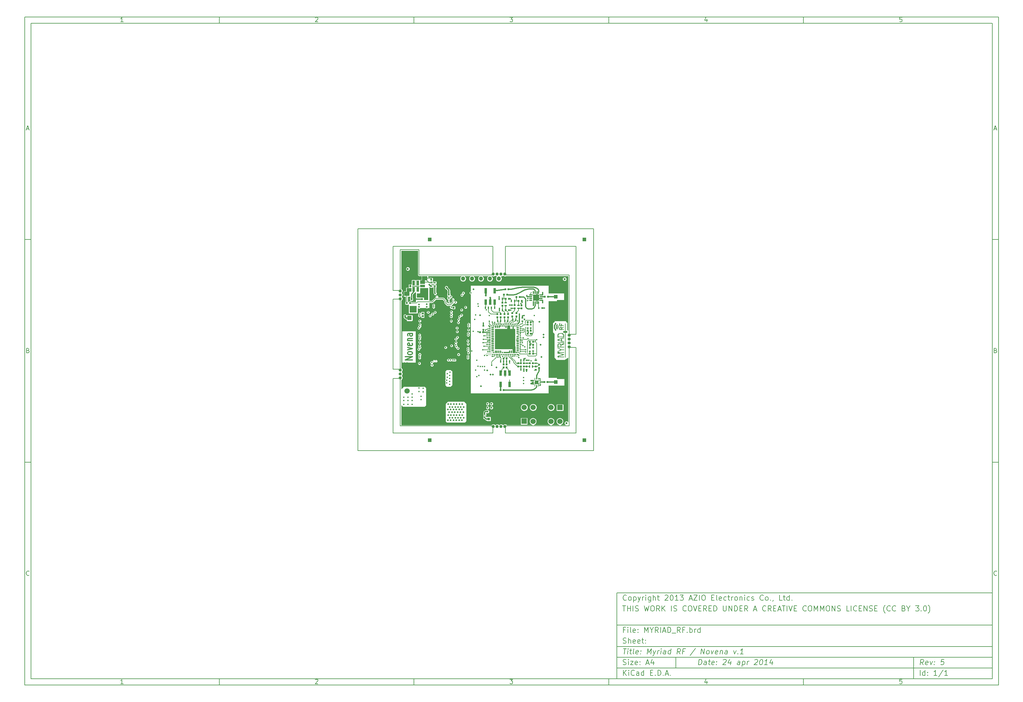
<source format=gtl>
G04 (created by PCBNEW (2013-05-31 BZR 4019)-stable) date 24/04/2014 12:04:12*
%MOIN*%
G04 Gerber Fmt 3.4, Leading zero omitted, Abs format*
%FSLAX34Y34*%
G01*
G70*
G90*
G04 APERTURE LIST*
%ADD10C,0.00590551*%
%ADD11C,0.0077*%
%ADD12C,0.012*%
%ADD13C,0.0157*%
%ADD14C,0.0195*%
%ADD15C,0.023622*%
%ADD16C,0.0354*%
%ADD17R,0.0392X0.0392*%
%ADD18R,0.0195X0.0175*%
%ADD19R,0.0175X0.0195*%
%ADD20R,0.014X0.0259*%
%ADD21R,0.0259X0.014*%
%ADD22R,0.0195X0.0195*%
%ADD23C,0.173228*%
%ADD24R,0.0299X0.0649*%
%ADD25R,0.0157X0.0209*%
%ADD26R,0.002X0.0114*%
%ADD27R,0.0276X0.0095*%
%ADD28R,0.0327X0.0095*%
%ADD29R,0.0354X0.0095*%
%ADD30R,0.0559X0.0095*%
%ADD31R,0.0019X0.0095*%
%ADD32R,0.0019X0.0083*%
%ADD33R,0.002X0.0095*%
%ADD34R,0.0019X0.0171*%
%ADD35R,0.0019X0.0342*%
%ADD36R,0.0019X0.0304*%
%ADD37R,0.0019X0.0094*%
%ADD38R,0.0019X0.0209*%
%ADD39R,0.0019X0.038*%
%ADD40R,0.0019X0.0475*%
%ADD41R,0.0019X0.0589*%
%ADD42R,0.0019X0.0646*%
%ADD43R,0.0019X0.0703*%
%ADD44R,0.0019X0.0779*%
%ADD45R,0.0019X0.0285*%
%ADD46R,0.0019X0.0247*%
%ADD47R,0.0019X0.0228*%
%ADD48R,0.0019X0.019*%
%ADD49R,0.0019X0.0133*%
%ADD50R,0.0019X0.0076*%
%ADD51R,0.0019X0.0038*%
%ADD52R,0.0019X0.0437*%
%ADD53R,0.0019X0.0551*%
%ADD54R,0.0019X0.0114*%
%ADD55R,0.0019X0.0057*%
%ADD56R,0.002X0.014*%
%ADD57R,0.0019X0.0335*%
%ADD58R,0.0019X0.0152*%
%ADD59R,0.0019X0.0361*%
%ADD60R,0.0019X0.0399*%
%ADD61R,0.0019X0.0323*%
%ADD62R,0.0019X0.0266*%
%ADD63R,0.0591X0.0095*%
%ADD64R,0.0157X0.0095*%
%ADD65R,0.002X0.038*%
%ADD66R,0.0019X0.0418*%
%ADD67R,0.0295X0.0095*%
%ADD68R,0.0217X0.0095*%
%ADD69R,0.0724X0.0095*%
%ADD70R,0.0019X0.3781*%
%ADD71R,0.00984252X0.0216535*%
%ADD72R,0.0216535X0.00984252*%
%ADD73R,0.0433071X0.0433071*%
%ADD74R,0.228346X0.228346*%
%ADD75R,0.0117X0.0275*%
%ADD76R,0.0117X0.0117*%
%ADD77R,0.0117X0.0177*%
%ADD78R,0.0177X0.0117*%
%ADD79R,0.0511811X0.0511811*%
%ADD80R,0.0354331X0.0629921*%
%ADD81R,0.0597X0.0597*%
%ADD82C,0.0597*%
%ADD83R,0.0591X0.0472*%
%ADD84R,0.0275591X0.0531496*%
%ADD85R,0.0531496X0.0393701*%
%ADD86R,0.023622X0.0275591*%
%ADD87R,0.0531496X0.0275591*%
%ADD88R,0.0314X0.0314*%
%ADD89C,0.15748*%
%ADD90C,0.0472441*%
%ADD91R,0.0472441X0.0472441*%
%ADD92C,0.0432*%
%ADD93R,0.0669X0.0669*%
%ADD94O,0.0117X0.0335*%
%ADD95O,0.0122X0.0335*%
%ADD96O,0.0118X0.0335*%
%ADD97O,0.0335X0.0118*%
%ADD98R,0.0335X0.0118*%
%ADD99O,0.0335X0.0122*%
%ADD100R,0.0393701X0.0393701*%
%ADD101R,0.0866142X0.0413386*%
%ADD102R,0.1495X0.0392*%
%ADD103R,0.1299X0.0392*%
%ADD104R,0.0392X0.1299*%
%ADD105R,0.0392X0.1495*%
%ADD106C,0.0117*%
%ADD107C,0.0077*%
%ADD108C,0.0196*%
%ADD109C,0.0138*%
%ADD110C,0.0129*%
%ADD111C,0.0117*%
%ADD112C,0.0157*%
%ADD113C,0.0118*%
%ADD114C,0.0122*%
%ADD115C,0.0078*%
%ADD116C,0.0059*%
%ADD117C,0.0039*%
G04 APERTURE END LIST*
G54D10*
X4000Y-4000D02*
X112930Y-4000D01*
X112930Y-78680D01*
X4000Y-78680D01*
X4000Y-4000D01*
X4700Y-4700D02*
X112230Y-4700D01*
X112230Y-77980D01*
X4700Y-77980D01*
X4700Y-4700D01*
X25780Y-4000D02*
X25780Y-4700D01*
X15032Y-4552D02*
X14747Y-4552D01*
X14890Y-4552D02*
X14890Y-4052D01*
X14842Y-4123D01*
X14794Y-4171D01*
X14747Y-4195D01*
X25780Y-78680D02*
X25780Y-77980D01*
X15032Y-78532D02*
X14747Y-78532D01*
X14890Y-78532D02*
X14890Y-78032D01*
X14842Y-78103D01*
X14794Y-78151D01*
X14747Y-78175D01*
X47560Y-4000D02*
X47560Y-4700D01*
X36527Y-4100D02*
X36550Y-4076D01*
X36598Y-4052D01*
X36717Y-4052D01*
X36765Y-4076D01*
X36789Y-4100D01*
X36812Y-4147D01*
X36812Y-4195D01*
X36789Y-4266D01*
X36503Y-4552D01*
X36812Y-4552D01*
X47560Y-78680D02*
X47560Y-77980D01*
X36527Y-78080D02*
X36550Y-78056D01*
X36598Y-78032D01*
X36717Y-78032D01*
X36765Y-78056D01*
X36789Y-78080D01*
X36812Y-78127D01*
X36812Y-78175D01*
X36789Y-78246D01*
X36503Y-78532D01*
X36812Y-78532D01*
X69340Y-4000D02*
X69340Y-4700D01*
X58283Y-4052D02*
X58592Y-4052D01*
X58426Y-4242D01*
X58497Y-4242D01*
X58545Y-4266D01*
X58569Y-4290D01*
X58592Y-4338D01*
X58592Y-4457D01*
X58569Y-4504D01*
X58545Y-4528D01*
X58497Y-4552D01*
X58354Y-4552D01*
X58307Y-4528D01*
X58283Y-4504D01*
X69340Y-78680D02*
X69340Y-77980D01*
X58283Y-78032D02*
X58592Y-78032D01*
X58426Y-78222D01*
X58497Y-78222D01*
X58545Y-78246D01*
X58569Y-78270D01*
X58592Y-78318D01*
X58592Y-78437D01*
X58569Y-78484D01*
X58545Y-78508D01*
X58497Y-78532D01*
X58354Y-78532D01*
X58307Y-78508D01*
X58283Y-78484D01*
X91120Y-4000D02*
X91120Y-4700D01*
X80325Y-4219D02*
X80325Y-4552D01*
X80206Y-4028D02*
X80087Y-4385D01*
X80396Y-4385D01*
X91120Y-78680D02*
X91120Y-77980D01*
X80325Y-78199D02*
X80325Y-78532D01*
X80206Y-78008D02*
X80087Y-78365D01*
X80396Y-78365D01*
X102129Y-4052D02*
X101890Y-4052D01*
X101867Y-4290D01*
X101890Y-4266D01*
X101938Y-4242D01*
X102057Y-4242D01*
X102105Y-4266D01*
X102129Y-4290D01*
X102152Y-4338D01*
X102152Y-4457D01*
X102129Y-4504D01*
X102105Y-4528D01*
X102057Y-4552D01*
X101938Y-4552D01*
X101890Y-4528D01*
X101867Y-4504D01*
X102129Y-78032D02*
X101890Y-78032D01*
X101867Y-78270D01*
X101890Y-78246D01*
X101938Y-78222D01*
X102057Y-78222D01*
X102105Y-78246D01*
X102129Y-78270D01*
X102152Y-78318D01*
X102152Y-78437D01*
X102129Y-78484D01*
X102105Y-78508D01*
X102057Y-78532D01*
X101938Y-78532D01*
X101890Y-78508D01*
X101867Y-78484D01*
X4000Y-28890D02*
X4700Y-28890D01*
X4230Y-16509D02*
X4469Y-16509D01*
X4183Y-16652D02*
X4350Y-16152D01*
X4516Y-16652D01*
X112930Y-28890D02*
X112230Y-28890D01*
X112460Y-16509D02*
X112699Y-16509D01*
X112413Y-16652D02*
X112580Y-16152D01*
X112746Y-16652D01*
X4000Y-53780D02*
X4700Y-53780D01*
X4385Y-41280D02*
X4457Y-41304D01*
X4480Y-41328D01*
X4504Y-41375D01*
X4504Y-41447D01*
X4480Y-41494D01*
X4457Y-41518D01*
X4409Y-41542D01*
X4219Y-41542D01*
X4219Y-41042D01*
X4385Y-41042D01*
X4433Y-41066D01*
X4457Y-41090D01*
X4480Y-41137D01*
X4480Y-41185D01*
X4457Y-41232D01*
X4433Y-41256D01*
X4385Y-41280D01*
X4219Y-41280D01*
X112930Y-53780D02*
X112230Y-53780D01*
X112615Y-41280D02*
X112687Y-41304D01*
X112710Y-41328D01*
X112734Y-41375D01*
X112734Y-41447D01*
X112710Y-41494D01*
X112687Y-41518D01*
X112639Y-41542D01*
X112449Y-41542D01*
X112449Y-41042D01*
X112615Y-41042D01*
X112663Y-41066D01*
X112687Y-41090D01*
X112710Y-41137D01*
X112710Y-41185D01*
X112687Y-41232D01*
X112663Y-41256D01*
X112615Y-41280D01*
X112449Y-41280D01*
X4504Y-66384D02*
X4480Y-66408D01*
X4409Y-66432D01*
X4361Y-66432D01*
X4290Y-66408D01*
X4242Y-66360D01*
X4219Y-66313D01*
X4195Y-66218D01*
X4195Y-66146D01*
X4219Y-66051D01*
X4242Y-66003D01*
X4290Y-65956D01*
X4361Y-65932D01*
X4409Y-65932D01*
X4480Y-65956D01*
X4504Y-65980D01*
X112734Y-66384D02*
X112710Y-66408D01*
X112639Y-66432D01*
X112591Y-66432D01*
X112520Y-66408D01*
X112472Y-66360D01*
X112449Y-66313D01*
X112425Y-66218D01*
X112425Y-66146D01*
X112449Y-66051D01*
X112472Y-66003D01*
X112520Y-65956D01*
X112591Y-65932D01*
X112639Y-65932D01*
X112710Y-65956D01*
X112734Y-65980D01*
X79380Y-76422D02*
X79455Y-75822D01*
X79597Y-75822D01*
X79680Y-75851D01*
X79730Y-75908D01*
X79751Y-75965D01*
X79765Y-76080D01*
X79755Y-76165D01*
X79712Y-76280D01*
X79676Y-76337D01*
X79612Y-76394D01*
X79522Y-76422D01*
X79380Y-76422D01*
X80237Y-76422D02*
X80276Y-76108D01*
X80255Y-76051D01*
X80201Y-76022D01*
X80087Y-76022D01*
X80026Y-76051D01*
X80240Y-76394D02*
X80180Y-76422D01*
X80037Y-76422D01*
X79983Y-76394D01*
X79962Y-76337D01*
X79969Y-76280D01*
X80005Y-76222D01*
X80065Y-76194D01*
X80208Y-76194D01*
X80269Y-76165D01*
X80487Y-76022D02*
X80715Y-76022D01*
X80597Y-75822D02*
X80533Y-76337D01*
X80555Y-76394D01*
X80608Y-76422D01*
X80665Y-76422D01*
X81097Y-76394D02*
X81037Y-76422D01*
X80922Y-76422D01*
X80869Y-76394D01*
X80847Y-76337D01*
X80876Y-76108D01*
X80912Y-76051D01*
X80972Y-76022D01*
X81087Y-76022D01*
X81140Y-76051D01*
X81162Y-76108D01*
X81155Y-76165D01*
X80862Y-76222D01*
X81387Y-76365D02*
X81412Y-76394D01*
X81380Y-76422D01*
X81355Y-76394D01*
X81387Y-76365D01*
X81380Y-76422D01*
X81426Y-76051D02*
X81451Y-76080D01*
X81419Y-76108D01*
X81394Y-76080D01*
X81426Y-76051D01*
X81419Y-76108D01*
X82162Y-75880D02*
X82194Y-75851D01*
X82255Y-75822D01*
X82397Y-75822D01*
X82451Y-75851D01*
X82476Y-75880D01*
X82497Y-75937D01*
X82490Y-75994D01*
X82451Y-76080D01*
X82065Y-76422D01*
X82437Y-76422D01*
X83001Y-76022D02*
X82951Y-76422D01*
X82887Y-75794D02*
X82690Y-76222D01*
X83062Y-76222D01*
X83980Y-76422D02*
X84019Y-76108D01*
X83997Y-76051D01*
X83944Y-76022D01*
X83830Y-76022D01*
X83769Y-76051D01*
X83983Y-76394D02*
X83922Y-76422D01*
X83780Y-76422D01*
X83726Y-76394D01*
X83705Y-76337D01*
X83712Y-76280D01*
X83747Y-76222D01*
X83808Y-76194D01*
X83951Y-76194D01*
X84012Y-76165D01*
X84315Y-76022D02*
X84240Y-76622D01*
X84312Y-76051D02*
X84372Y-76022D01*
X84487Y-76022D01*
X84540Y-76051D01*
X84565Y-76080D01*
X84587Y-76137D01*
X84565Y-76308D01*
X84530Y-76365D01*
X84497Y-76394D01*
X84437Y-76422D01*
X84322Y-76422D01*
X84269Y-76394D01*
X84808Y-76422D02*
X84858Y-76022D01*
X84844Y-76137D02*
X84880Y-76080D01*
X84912Y-76051D01*
X84972Y-76022D01*
X85030Y-76022D01*
X85676Y-75880D02*
X85708Y-75851D01*
X85769Y-75822D01*
X85912Y-75822D01*
X85965Y-75851D01*
X85990Y-75880D01*
X86012Y-75937D01*
X86005Y-75994D01*
X85965Y-76080D01*
X85580Y-76422D01*
X85951Y-76422D01*
X86397Y-75822D02*
X86455Y-75822D01*
X86508Y-75851D01*
X86533Y-75880D01*
X86555Y-75937D01*
X86569Y-76051D01*
X86551Y-76194D01*
X86508Y-76308D01*
X86472Y-76365D01*
X86440Y-76394D01*
X86380Y-76422D01*
X86322Y-76422D01*
X86269Y-76394D01*
X86244Y-76365D01*
X86222Y-76308D01*
X86208Y-76194D01*
X86226Y-76051D01*
X86269Y-75937D01*
X86305Y-75880D01*
X86337Y-75851D01*
X86397Y-75822D01*
X87094Y-76422D02*
X86751Y-76422D01*
X86922Y-76422D02*
X86997Y-75822D01*
X86930Y-75908D01*
X86865Y-75965D01*
X86805Y-75994D01*
X87658Y-76022D02*
X87608Y-76422D01*
X87544Y-75794D02*
X87347Y-76222D01*
X87719Y-76222D01*
X70972Y-77622D02*
X70972Y-77022D01*
X71315Y-77622D02*
X71058Y-77280D01*
X71315Y-77022D02*
X70972Y-77365D01*
X71572Y-77622D02*
X71572Y-77222D01*
X71572Y-77022D02*
X71544Y-77051D01*
X71572Y-77080D01*
X71601Y-77051D01*
X71572Y-77022D01*
X71572Y-77080D01*
X72201Y-77565D02*
X72172Y-77594D01*
X72087Y-77622D01*
X72030Y-77622D01*
X71944Y-77594D01*
X71887Y-77537D01*
X71858Y-77480D01*
X71830Y-77365D01*
X71830Y-77280D01*
X71858Y-77165D01*
X71887Y-77108D01*
X71944Y-77051D01*
X72030Y-77022D01*
X72087Y-77022D01*
X72172Y-77051D01*
X72201Y-77080D01*
X72715Y-77622D02*
X72715Y-77308D01*
X72687Y-77251D01*
X72630Y-77222D01*
X72515Y-77222D01*
X72458Y-77251D01*
X72715Y-77594D02*
X72658Y-77622D01*
X72515Y-77622D01*
X72458Y-77594D01*
X72430Y-77537D01*
X72430Y-77480D01*
X72458Y-77422D01*
X72515Y-77394D01*
X72658Y-77394D01*
X72715Y-77365D01*
X73258Y-77622D02*
X73258Y-77022D01*
X73258Y-77594D02*
X73201Y-77622D01*
X73087Y-77622D01*
X73030Y-77594D01*
X73001Y-77565D01*
X72972Y-77508D01*
X72972Y-77337D01*
X73001Y-77280D01*
X73030Y-77251D01*
X73087Y-77222D01*
X73201Y-77222D01*
X73258Y-77251D01*
X74001Y-77308D02*
X74201Y-77308D01*
X74287Y-77622D02*
X74001Y-77622D01*
X74001Y-77022D01*
X74287Y-77022D01*
X74544Y-77565D02*
X74572Y-77594D01*
X74544Y-77622D01*
X74515Y-77594D01*
X74544Y-77565D01*
X74544Y-77622D01*
X74829Y-77622D02*
X74829Y-77022D01*
X74972Y-77022D01*
X75058Y-77051D01*
X75115Y-77108D01*
X75144Y-77165D01*
X75172Y-77280D01*
X75172Y-77365D01*
X75144Y-77480D01*
X75115Y-77537D01*
X75058Y-77594D01*
X74972Y-77622D01*
X74829Y-77622D01*
X75429Y-77565D02*
X75458Y-77594D01*
X75429Y-77622D01*
X75401Y-77594D01*
X75429Y-77565D01*
X75429Y-77622D01*
X75687Y-77451D02*
X75972Y-77451D01*
X75629Y-77622D02*
X75829Y-77022D01*
X76029Y-77622D01*
X76229Y-77565D02*
X76258Y-77594D01*
X76229Y-77622D01*
X76201Y-77594D01*
X76229Y-77565D01*
X76229Y-77622D01*
X104522Y-76422D02*
X104358Y-76137D01*
X104180Y-76422D02*
X104255Y-75822D01*
X104483Y-75822D01*
X104537Y-75851D01*
X104562Y-75880D01*
X104583Y-75937D01*
X104572Y-76022D01*
X104537Y-76080D01*
X104505Y-76108D01*
X104444Y-76137D01*
X104215Y-76137D01*
X105012Y-76394D02*
X104951Y-76422D01*
X104837Y-76422D01*
X104783Y-76394D01*
X104762Y-76337D01*
X104790Y-76108D01*
X104826Y-76051D01*
X104887Y-76022D01*
X105001Y-76022D01*
X105055Y-76051D01*
X105076Y-76108D01*
X105069Y-76165D01*
X104776Y-76222D01*
X105287Y-76022D02*
X105380Y-76422D01*
X105572Y-76022D01*
X105758Y-76365D02*
X105783Y-76394D01*
X105751Y-76422D01*
X105726Y-76394D01*
X105758Y-76365D01*
X105751Y-76422D01*
X105797Y-76051D02*
X105822Y-76080D01*
X105790Y-76108D01*
X105765Y-76080D01*
X105797Y-76051D01*
X105790Y-76108D01*
X106855Y-75822D02*
X106569Y-75822D01*
X106505Y-76108D01*
X106537Y-76080D01*
X106597Y-76051D01*
X106740Y-76051D01*
X106794Y-76080D01*
X106819Y-76108D01*
X106840Y-76165D01*
X106822Y-76308D01*
X106787Y-76365D01*
X106755Y-76394D01*
X106694Y-76422D01*
X106551Y-76422D01*
X106497Y-76394D01*
X106472Y-76365D01*
X70944Y-76394D02*
X71030Y-76422D01*
X71172Y-76422D01*
X71230Y-76394D01*
X71258Y-76365D01*
X71287Y-76308D01*
X71287Y-76251D01*
X71258Y-76194D01*
X71230Y-76165D01*
X71172Y-76137D01*
X71058Y-76108D01*
X71001Y-76080D01*
X70972Y-76051D01*
X70944Y-75994D01*
X70944Y-75937D01*
X70972Y-75880D01*
X71001Y-75851D01*
X71058Y-75822D01*
X71201Y-75822D01*
X71287Y-75851D01*
X71544Y-76422D02*
X71544Y-76022D01*
X71544Y-75822D02*
X71515Y-75851D01*
X71544Y-75880D01*
X71572Y-75851D01*
X71544Y-75822D01*
X71544Y-75880D01*
X71772Y-76022D02*
X72087Y-76022D01*
X71772Y-76422D01*
X72087Y-76422D01*
X72544Y-76394D02*
X72487Y-76422D01*
X72372Y-76422D01*
X72315Y-76394D01*
X72287Y-76337D01*
X72287Y-76108D01*
X72315Y-76051D01*
X72372Y-76022D01*
X72487Y-76022D01*
X72544Y-76051D01*
X72572Y-76108D01*
X72572Y-76165D01*
X72287Y-76222D01*
X72830Y-76365D02*
X72858Y-76394D01*
X72830Y-76422D01*
X72801Y-76394D01*
X72830Y-76365D01*
X72830Y-76422D01*
X72830Y-76051D02*
X72858Y-76080D01*
X72830Y-76108D01*
X72801Y-76080D01*
X72830Y-76051D01*
X72830Y-76108D01*
X73544Y-76251D02*
X73830Y-76251D01*
X73487Y-76422D02*
X73687Y-75822D01*
X73887Y-76422D01*
X74344Y-76022D02*
X74344Y-76422D01*
X74201Y-75794D02*
X74058Y-76222D01*
X74430Y-76222D01*
X104172Y-77622D02*
X104172Y-77022D01*
X104715Y-77622D02*
X104715Y-77022D01*
X104715Y-77594D02*
X104658Y-77622D01*
X104544Y-77622D01*
X104487Y-77594D01*
X104458Y-77565D01*
X104430Y-77508D01*
X104430Y-77337D01*
X104458Y-77280D01*
X104487Y-77251D01*
X104544Y-77222D01*
X104658Y-77222D01*
X104715Y-77251D01*
X105001Y-77565D02*
X105030Y-77594D01*
X105001Y-77622D01*
X104972Y-77594D01*
X105001Y-77565D01*
X105001Y-77622D01*
X105001Y-77251D02*
X105030Y-77280D01*
X105001Y-77308D01*
X104972Y-77280D01*
X105001Y-77251D01*
X105001Y-77308D01*
X106058Y-77622D02*
X105715Y-77622D01*
X105887Y-77622D02*
X105887Y-77022D01*
X105829Y-77108D01*
X105772Y-77165D01*
X105715Y-77194D01*
X106744Y-76994D02*
X106230Y-77765D01*
X107258Y-77622D02*
X106915Y-77622D01*
X107087Y-77622D02*
X107087Y-77022D01*
X107029Y-77108D01*
X106972Y-77165D01*
X106915Y-77194D01*
X70969Y-74622D02*
X71312Y-74622D01*
X71065Y-75222D02*
X71140Y-74622D01*
X71437Y-75222D02*
X71487Y-74822D01*
X71512Y-74622D02*
X71480Y-74651D01*
X71505Y-74680D01*
X71537Y-74651D01*
X71512Y-74622D01*
X71505Y-74680D01*
X71687Y-74822D02*
X71915Y-74822D01*
X71797Y-74622D02*
X71733Y-75137D01*
X71755Y-75194D01*
X71808Y-75222D01*
X71865Y-75222D01*
X72151Y-75222D02*
X72097Y-75194D01*
X72076Y-75137D01*
X72140Y-74622D01*
X72612Y-75194D02*
X72551Y-75222D01*
X72437Y-75222D01*
X72383Y-75194D01*
X72362Y-75137D01*
X72390Y-74908D01*
X72426Y-74851D01*
X72487Y-74822D01*
X72601Y-74822D01*
X72655Y-74851D01*
X72676Y-74908D01*
X72669Y-74965D01*
X72376Y-75022D01*
X72901Y-75165D02*
X72926Y-75194D01*
X72894Y-75222D01*
X72869Y-75194D01*
X72901Y-75165D01*
X72894Y-75222D01*
X72940Y-74851D02*
X72965Y-74880D01*
X72933Y-74908D01*
X72908Y-74880D01*
X72940Y-74851D01*
X72933Y-74908D01*
X73637Y-75222D02*
X73712Y-74622D01*
X73858Y-75051D01*
X74112Y-74622D01*
X74037Y-75222D01*
X74315Y-74822D02*
X74408Y-75222D01*
X74601Y-74822D02*
X74408Y-75222D01*
X74333Y-75365D01*
X74301Y-75394D01*
X74240Y-75422D01*
X74780Y-75222D02*
X74830Y-74822D01*
X74815Y-74937D02*
X74851Y-74880D01*
X74883Y-74851D01*
X74944Y-74822D01*
X75001Y-74822D01*
X75151Y-75222D02*
X75201Y-74822D01*
X75226Y-74622D02*
X75194Y-74651D01*
X75219Y-74680D01*
X75251Y-74651D01*
X75226Y-74622D01*
X75219Y-74680D01*
X75694Y-75222D02*
X75733Y-74908D01*
X75712Y-74851D01*
X75658Y-74822D01*
X75544Y-74822D01*
X75483Y-74851D01*
X75697Y-75194D02*
X75637Y-75222D01*
X75494Y-75222D01*
X75440Y-75194D01*
X75419Y-75137D01*
X75426Y-75080D01*
X75462Y-75022D01*
X75522Y-74994D01*
X75665Y-74994D01*
X75726Y-74965D01*
X76237Y-75222D02*
X76312Y-74622D01*
X76240Y-75194D02*
X76180Y-75222D01*
X76065Y-75222D01*
X76012Y-75194D01*
X75987Y-75165D01*
X75965Y-75108D01*
X75987Y-74937D01*
X76022Y-74880D01*
X76055Y-74851D01*
X76115Y-74822D01*
X76230Y-74822D01*
X76283Y-74851D01*
X77322Y-75222D02*
X77158Y-74937D01*
X76980Y-75222D02*
X77055Y-74622D01*
X77283Y-74622D01*
X77337Y-74651D01*
X77362Y-74680D01*
X77383Y-74737D01*
X77372Y-74822D01*
X77337Y-74880D01*
X77305Y-74908D01*
X77244Y-74937D01*
X77015Y-74937D01*
X77819Y-74908D02*
X77619Y-74908D01*
X77580Y-75222D02*
X77655Y-74622D01*
X77940Y-74622D01*
X79058Y-74594D02*
X78447Y-75365D01*
X79637Y-75222D02*
X79712Y-74622D01*
X79980Y-75222D01*
X80055Y-74622D01*
X80351Y-75222D02*
X80297Y-75194D01*
X80272Y-75165D01*
X80251Y-75108D01*
X80272Y-74937D01*
X80308Y-74880D01*
X80340Y-74851D01*
X80401Y-74822D01*
X80487Y-74822D01*
X80540Y-74851D01*
X80565Y-74880D01*
X80587Y-74937D01*
X80565Y-75108D01*
X80530Y-75165D01*
X80497Y-75194D01*
X80437Y-75222D01*
X80351Y-75222D01*
X80801Y-74822D02*
X80894Y-75222D01*
X81087Y-74822D01*
X81497Y-75194D02*
X81437Y-75222D01*
X81322Y-75222D01*
X81269Y-75194D01*
X81247Y-75137D01*
X81276Y-74908D01*
X81312Y-74851D01*
X81372Y-74822D01*
X81487Y-74822D01*
X81540Y-74851D01*
X81562Y-74908D01*
X81555Y-74965D01*
X81262Y-75022D01*
X81830Y-74822D02*
X81780Y-75222D01*
X81822Y-74880D02*
X81855Y-74851D01*
X81915Y-74822D01*
X82001Y-74822D01*
X82055Y-74851D01*
X82076Y-74908D01*
X82037Y-75222D01*
X82580Y-75222D02*
X82619Y-74908D01*
X82597Y-74851D01*
X82544Y-74822D01*
X82430Y-74822D01*
X82369Y-74851D01*
X82583Y-75194D02*
X82522Y-75222D01*
X82380Y-75222D01*
X82326Y-75194D01*
X82305Y-75137D01*
X82312Y-75080D01*
X82347Y-75022D01*
X82408Y-74994D01*
X82551Y-74994D01*
X82612Y-74965D01*
X83315Y-74822D02*
X83408Y-75222D01*
X83601Y-74822D01*
X83787Y-75165D02*
X83812Y-75194D01*
X83780Y-75222D01*
X83755Y-75194D01*
X83787Y-75165D01*
X83780Y-75222D01*
X84380Y-75222D02*
X84037Y-75222D01*
X84208Y-75222D02*
X84283Y-74622D01*
X84215Y-74708D01*
X84151Y-74765D01*
X84090Y-74794D01*
X71172Y-72508D02*
X70972Y-72508D01*
X70972Y-72822D02*
X70972Y-72222D01*
X71258Y-72222D01*
X71487Y-72822D02*
X71487Y-72422D01*
X71487Y-72222D02*
X71458Y-72251D01*
X71487Y-72280D01*
X71515Y-72251D01*
X71487Y-72222D01*
X71487Y-72280D01*
X71858Y-72822D02*
X71801Y-72794D01*
X71772Y-72737D01*
X71772Y-72222D01*
X72315Y-72794D02*
X72258Y-72822D01*
X72144Y-72822D01*
X72087Y-72794D01*
X72058Y-72737D01*
X72058Y-72508D01*
X72087Y-72451D01*
X72144Y-72422D01*
X72258Y-72422D01*
X72315Y-72451D01*
X72344Y-72508D01*
X72344Y-72565D01*
X72058Y-72622D01*
X72601Y-72765D02*
X72630Y-72794D01*
X72601Y-72822D01*
X72572Y-72794D01*
X72601Y-72765D01*
X72601Y-72822D01*
X72601Y-72451D02*
X72630Y-72480D01*
X72601Y-72508D01*
X72572Y-72480D01*
X72601Y-72451D01*
X72601Y-72508D01*
X73344Y-72822D02*
X73344Y-72222D01*
X73544Y-72651D01*
X73744Y-72222D01*
X73744Y-72822D01*
X74144Y-72537D02*
X74144Y-72822D01*
X73944Y-72222D02*
X74144Y-72537D01*
X74344Y-72222D01*
X74887Y-72822D02*
X74687Y-72537D01*
X74544Y-72822D02*
X74544Y-72222D01*
X74772Y-72222D01*
X74830Y-72251D01*
X74858Y-72280D01*
X74887Y-72337D01*
X74887Y-72422D01*
X74858Y-72480D01*
X74830Y-72508D01*
X74772Y-72537D01*
X74544Y-72537D01*
X75144Y-72822D02*
X75144Y-72222D01*
X75401Y-72651D02*
X75687Y-72651D01*
X75344Y-72822D02*
X75544Y-72222D01*
X75744Y-72822D01*
X75944Y-72822D02*
X75944Y-72222D01*
X76087Y-72222D01*
X76172Y-72251D01*
X76230Y-72308D01*
X76258Y-72365D01*
X76287Y-72480D01*
X76287Y-72565D01*
X76258Y-72680D01*
X76230Y-72737D01*
X76172Y-72794D01*
X76087Y-72822D01*
X75944Y-72822D01*
X76401Y-72880D02*
X76858Y-72880D01*
X77344Y-72822D02*
X77144Y-72537D01*
X77001Y-72822D02*
X77001Y-72222D01*
X77230Y-72222D01*
X77287Y-72251D01*
X77315Y-72280D01*
X77344Y-72337D01*
X77344Y-72422D01*
X77315Y-72480D01*
X77287Y-72508D01*
X77230Y-72537D01*
X77001Y-72537D01*
X77801Y-72508D02*
X77601Y-72508D01*
X77601Y-72822D02*
X77601Y-72222D01*
X77887Y-72222D01*
X78115Y-72765D02*
X78144Y-72794D01*
X78115Y-72822D01*
X78087Y-72794D01*
X78115Y-72765D01*
X78115Y-72822D01*
X78401Y-72822D02*
X78401Y-72222D01*
X78401Y-72451D02*
X78458Y-72422D01*
X78572Y-72422D01*
X78630Y-72451D01*
X78658Y-72480D01*
X78687Y-72537D01*
X78687Y-72708D01*
X78658Y-72765D01*
X78630Y-72794D01*
X78572Y-72822D01*
X78458Y-72822D01*
X78401Y-72794D01*
X78944Y-72822D02*
X78944Y-72422D01*
X78944Y-72537D02*
X78972Y-72480D01*
X79001Y-72451D01*
X79058Y-72422D01*
X79115Y-72422D01*
X79572Y-72822D02*
X79572Y-72222D01*
X79572Y-72794D02*
X79515Y-72822D01*
X79401Y-72822D01*
X79344Y-72794D01*
X79315Y-72765D01*
X79287Y-72708D01*
X79287Y-72537D01*
X79315Y-72480D01*
X79344Y-72451D01*
X79401Y-72422D01*
X79515Y-72422D01*
X79572Y-72451D01*
X70944Y-73994D02*
X71030Y-74022D01*
X71172Y-74022D01*
X71230Y-73994D01*
X71258Y-73965D01*
X71287Y-73908D01*
X71287Y-73851D01*
X71258Y-73794D01*
X71230Y-73765D01*
X71172Y-73737D01*
X71058Y-73708D01*
X71001Y-73680D01*
X70972Y-73651D01*
X70944Y-73594D01*
X70944Y-73537D01*
X70972Y-73480D01*
X71001Y-73451D01*
X71058Y-73422D01*
X71201Y-73422D01*
X71287Y-73451D01*
X71544Y-74022D02*
X71544Y-73422D01*
X71801Y-74022D02*
X71801Y-73708D01*
X71772Y-73651D01*
X71715Y-73622D01*
X71630Y-73622D01*
X71572Y-73651D01*
X71544Y-73680D01*
X72315Y-73994D02*
X72258Y-74022D01*
X72144Y-74022D01*
X72087Y-73994D01*
X72058Y-73937D01*
X72058Y-73708D01*
X72087Y-73651D01*
X72144Y-73622D01*
X72258Y-73622D01*
X72315Y-73651D01*
X72344Y-73708D01*
X72344Y-73765D01*
X72058Y-73822D01*
X72830Y-73994D02*
X72772Y-74022D01*
X72658Y-74022D01*
X72601Y-73994D01*
X72572Y-73937D01*
X72572Y-73708D01*
X72601Y-73651D01*
X72658Y-73622D01*
X72772Y-73622D01*
X72830Y-73651D01*
X72858Y-73708D01*
X72858Y-73765D01*
X72572Y-73822D01*
X73030Y-73622D02*
X73258Y-73622D01*
X73115Y-73422D02*
X73115Y-73937D01*
X73144Y-73994D01*
X73201Y-74022D01*
X73258Y-74022D01*
X73458Y-73965D02*
X73487Y-73994D01*
X73458Y-74022D01*
X73430Y-73994D01*
X73458Y-73965D01*
X73458Y-74022D01*
X73458Y-73651D02*
X73487Y-73680D01*
X73458Y-73708D01*
X73430Y-73680D01*
X73458Y-73651D01*
X73458Y-73708D01*
X70887Y-69822D02*
X71230Y-69822D01*
X71058Y-70422D02*
X71058Y-69822D01*
X71430Y-70422D02*
X71430Y-69822D01*
X71430Y-70108D02*
X71772Y-70108D01*
X71772Y-70422D02*
X71772Y-69822D01*
X72058Y-70422D02*
X72058Y-69822D01*
X72315Y-70394D02*
X72401Y-70422D01*
X72544Y-70422D01*
X72601Y-70394D01*
X72629Y-70365D01*
X72658Y-70308D01*
X72658Y-70251D01*
X72629Y-70194D01*
X72601Y-70165D01*
X72544Y-70137D01*
X72429Y-70108D01*
X72372Y-70080D01*
X72344Y-70051D01*
X72315Y-69994D01*
X72315Y-69937D01*
X72344Y-69880D01*
X72372Y-69851D01*
X72429Y-69822D01*
X72572Y-69822D01*
X72658Y-69851D01*
X73315Y-69822D02*
X73458Y-70422D01*
X73572Y-69994D01*
X73687Y-70422D01*
X73830Y-69822D01*
X74172Y-69822D02*
X74287Y-69822D01*
X74344Y-69851D01*
X74401Y-69908D01*
X74430Y-70022D01*
X74430Y-70222D01*
X74401Y-70337D01*
X74344Y-70394D01*
X74287Y-70422D01*
X74172Y-70422D01*
X74115Y-70394D01*
X74058Y-70337D01*
X74030Y-70222D01*
X74030Y-70022D01*
X74058Y-69908D01*
X74115Y-69851D01*
X74172Y-69822D01*
X75029Y-70422D02*
X74829Y-70137D01*
X74687Y-70422D02*
X74687Y-69822D01*
X74915Y-69822D01*
X74972Y-69851D01*
X75001Y-69880D01*
X75029Y-69937D01*
X75029Y-70022D01*
X75001Y-70080D01*
X74972Y-70108D01*
X74915Y-70137D01*
X74687Y-70137D01*
X75287Y-70422D02*
X75287Y-69822D01*
X75629Y-70422D02*
X75372Y-70080D01*
X75629Y-69822D02*
X75287Y-70165D01*
X76344Y-70422D02*
X76344Y-69822D01*
X76601Y-70394D02*
X76687Y-70422D01*
X76829Y-70422D01*
X76887Y-70394D01*
X76915Y-70365D01*
X76944Y-70308D01*
X76944Y-70251D01*
X76915Y-70194D01*
X76887Y-70165D01*
X76829Y-70137D01*
X76715Y-70108D01*
X76658Y-70080D01*
X76629Y-70051D01*
X76601Y-69994D01*
X76601Y-69937D01*
X76629Y-69880D01*
X76658Y-69851D01*
X76715Y-69822D01*
X76858Y-69822D01*
X76944Y-69851D01*
X78001Y-70365D02*
X77972Y-70394D01*
X77887Y-70422D01*
X77830Y-70422D01*
X77744Y-70394D01*
X77687Y-70337D01*
X77658Y-70280D01*
X77630Y-70165D01*
X77630Y-70080D01*
X77658Y-69965D01*
X77687Y-69908D01*
X77744Y-69851D01*
X77830Y-69822D01*
X77887Y-69822D01*
X77972Y-69851D01*
X78001Y-69880D01*
X78372Y-69822D02*
X78487Y-69822D01*
X78544Y-69851D01*
X78601Y-69908D01*
X78630Y-70022D01*
X78630Y-70222D01*
X78601Y-70337D01*
X78544Y-70394D01*
X78487Y-70422D01*
X78372Y-70422D01*
X78315Y-70394D01*
X78258Y-70337D01*
X78230Y-70222D01*
X78230Y-70022D01*
X78258Y-69908D01*
X78315Y-69851D01*
X78372Y-69822D01*
X78801Y-69822D02*
X79001Y-70422D01*
X79201Y-69822D01*
X79401Y-70108D02*
X79601Y-70108D01*
X79687Y-70422D02*
X79401Y-70422D01*
X79401Y-69822D01*
X79687Y-69822D01*
X80287Y-70422D02*
X80087Y-70137D01*
X79944Y-70422D02*
X79944Y-69822D01*
X80172Y-69822D01*
X80229Y-69851D01*
X80258Y-69880D01*
X80287Y-69937D01*
X80287Y-70022D01*
X80258Y-70080D01*
X80229Y-70108D01*
X80172Y-70137D01*
X79944Y-70137D01*
X80544Y-70108D02*
X80744Y-70108D01*
X80829Y-70422D02*
X80544Y-70422D01*
X80544Y-69822D01*
X80829Y-69822D01*
X81087Y-70422D02*
X81087Y-69822D01*
X81229Y-69822D01*
X81315Y-69851D01*
X81372Y-69908D01*
X81401Y-69965D01*
X81429Y-70080D01*
X81429Y-70165D01*
X81401Y-70280D01*
X81372Y-70337D01*
X81315Y-70394D01*
X81229Y-70422D01*
X81087Y-70422D01*
X82144Y-69822D02*
X82144Y-70308D01*
X82172Y-70365D01*
X82201Y-70394D01*
X82258Y-70422D01*
X82372Y-70422D01*
X82429Y-70394D01*
X82458Y-70365D01*
X82487Y-70308D01*
X82487Y-69822D01*
X82772Y-70422D02*
X82772Y-69822D01*
X83115Y-70422D01*
X83115Y-69822D01*
X83401Y-70422D02*
X83401Y-69822D01*
X83544Y-69822D01*
X83629Y-69851D01*
X83687Y-69908D01*
X83715Y-69965D01*
X83744Y-70080D01*
X83744Y-70165D01*
X83715Y-70280D01*
X83687Y-70337D01*
X83629Y-70394D01*
X83544Y-70422D01*
X83401Y-70422D01*
X84001Y-70108D02*
X84201Y-70108D01*
X84287Y-70422D02*
X84001Y-70422D01*
X84001Y-69822D01*
X84287Y-69822D01*
X84887Y-70422D02*
X84687Y-70137D01*
X84544Y-70422D02*
X84544Y-69822D01*
X84772Y-69822D01*
X84829Y-69851D01*
X84858Y-69880D01*
X84887Y-69937D01*
X84887Y-70022D01*
X84858Y-70080D01*
X84829Y-70108D01*
X84772Y-70137D01*
X84544Y-70137D01*
X85572Y-70251D02*
X85858Y-70251D01*
X85515Y-70422D02*
X85715Y-69822D01*
X85915Y-70422D01*
X86915Y-70365D02*
X86887Y-70394D01*
X86801Y-70422D01*
X86744Y-70422D01*
X86658Y-70394D01*
X86601Y-70337D01*
X86572Y-70280D01*
X86544Y-70165D01*
X86544Y-70080D01*
X86572Y-69965D01*
X86601Y-69908D01*
X86658Y-69851D01*
X86744Y-69822D01*
X86801Y-69822D01*
X86887Y-69851D01*
X86915Y-69880D01*
X87515Y-70422D02*
X87315Y-70137D01*
X87172Y-70422D02*
X87172Y-69822D01*
X87401Y-69822D01*
X87458Y-69851D01*
X87487Y-69880D01*
X87515Y-69937D01*
X87515Y-70022D01*
X87487Y-70080D01*
X87458Y-70108D01*
X87401Y-70137D01*
X87172Y-70137D01*
X87772Y-70108D02*
X87972Y-70108D01*
X88058Y-70422D02*
X87772Y-70422D01*
X87772Y-69822D01*
X88058Y-69822D01*
X88287Y-70251D02*
X88572Y-70251D01*
X88229Y-70422D02*
X88429Y-69822D01*
X88629Y-70422D01*
X88744Y-69822D02*
X89087Y-69822D01*
X88915Y-70422D02*
X88915Y-69822D01*
X89287Y-70422D02*
X89287Y-69822D01*
X89487Y-69822D02*
X89687Y-70422D01*
X89887Y-69822D01*
X90087Y-70108D02*
X90287Y-70108D01*
X90372Y-70422D02*
X90087Y-70422D01*
X90087Y-69822D01*
X90372Y-69822D01*
X91429Y-70365D02*
X91401Y-70394D01*
X91315Y-70422D01*
X91258Y-70422D01*
X91172Y-70394D01*
X91115Y-70337D01*
X91087Y-70280D01*
X91058Y-70165D01*
X91058Y-70080D01*
X91087Y-69965D01*
X91115Y-69908D01*
X91172Y-69851D01*
X91258Y-69822D01*
X91315Y-69822D01*
X91401Y-69851D01*
X91429Y-69880D01*
X91801Y-69822D02*
X91915Y-69822D01*
X91972Y-69851D01*
X92029Y-69908D01*
X92058Y-70022D01*
X92058Y-70222D01*
X92029Y-70337D01*
X91972Y-70394D01*
X91915Y-70422D01*
X91801Y-70422D01*
X91744Y-70394D01*
X91687Y-70337D01*
X91658Y-70222D01*
X91658Y-70022D01*
X91687Y-69908D01*
X91744Y-69851D01*
X91801Y-69822D01*
X92315Y-70422D02*
X92315Y-69822D01*
X92515Y-70251D01*
X92715Y-69822D01*
X92715Y-70422D01*
X93001Y-70422D02*
X93001Y-69822D01*
X93201Y-70251D01*
X93401Y-69822D01*
X93401Y-70422D01*
X93801Y-69822D02*
X93915Y-69822D01*
X93972Y-69851D01*
X94029Y-69908D01*
X94058Y-70022D01*
X94058Y-70222D01*
X94029Y-70337D01*
X93972Y-70394D01*
X93915Y-70422D01*
X93801Y-70422D01*
X93744Y-70394D01*
X93687Y-70337D01*
X93658Y-70222D01*
X93658Y-70022D01*
X93687Y-69908D01*
X93744Y-69851D01*
X93801Y-69822D01*
X94315Y-70422D02*
X94315Y-69822D01*
X94658Y-70422D01*
X94658Y-69822D01*
X94915Y-70394D02*
X95001Y-70422D01*
X95144Y-70422D01*
X95201Y-70394D01*
X95229Y-70365D01*
X95258Y-70308D01*
X95258Y-70251D01*
X95229Y-70194D01*
X95201Y-70165D01*
X95144Y-70137D01*
X95029Y-70108D01*
X94972Y-70080D01*
X94944Y-70051D01*
X94915Y-69994D01*
X94915Y-69937D01*
X94944Y-69880D01*
X94972Y-69851D01*
X95029Y-69822D01*
X95172Y-69822D01*
X95258Y-69851D01*
X96258Y-70422D02*
X95972Y-70422D01*
X95972Y-69822D01*
X96458Y-70422D02*
X96458Y-69822D01*
X97087Y-70365D02*
X97058Y-70394D01*
X96972Y-70422D01*
X96915Y-70422D01*
X96829Y-70394D01*
X96772Y-70337D01*
X96744Y-70280D01*
X96715Y-70165D01*
X96715Y-70080D01*
X96744Y-69965D01*
X96772Y-69908D01*
X96829Y-69851D01*
X96915Y-69822D01*
X96972Y-69822D01*
X97058Y-69851D01*
X97087Y-69880D01*
X97344Y-70108D02*
X97544Y-70108D01*
X97629Y-70422D02*
X97344Y-70422D01*
X97344Y-69822D01*
X97629Y-69822D01*
X97887Y-70422D02*
X97887Y-69822D01*
X98229Y-70422D01*
X98229Y-69822D01*
X98487Y-70394D02*
X98572Y-70422D01*
X98715Y-70422D01*
X98772Y-70394D01*
X98801Y-70365D01*
X98829Y-70308D01*
X98829Y-70251D01*
X98801Y-70194D01*
X98772Y-70165D01*
X98715Y-70137D01*
X98601Y-70108D01*
X98544Y-70080D01*
X98515Y-70051D01*
X98487Y-69994D01*
X98487Y-69937D01*
X98515Y-69880D01*
X98544Y-69851D01*
X98601Y-69822D01*
X98744Y-69822D01*
X98829Y-69851D01*
X99087Y-70108D02*
X99287Y-70108D01*
X99372Y-70422D02*
X99087Y-70422D01*
X99087Y-69822D01*
X99372Y-69822D01*
X100258Y-70651D02*
X100229Y-70622D01*
X100172Y-70537D01*
X100144Y-70480D01*
X100115Y-70394D01*
X100087Y-70251D01*
X100087Y-70137D01*
X100115Y-69994D01*
X100144Y-69908D01*
X100172Y-69851D01*
X100229Y-69765D01*
X100258Y-69737D01*
X100829Y-70365D02*
X100801Y-70394D01*
X100715Y-70422D01*
X100658Y-70422D01*
X100572Y-70394D01*
X100515Y-70337D01*
X100487Y-70280D01*
X100458Y-70165D01*
X100458Y-70080D01*
X100487Y-69965D01*
X100515Y-69908D01*
X100572Y-69851D01*
X100658Y-69822D01*
X100715Y-69822D01*
X100801Y-69851D01*
X100829Y-69880D01*
X101429Y-70365D02*
X101401Y-70394D01*
X101315Y-70422D01*
X101258Y-70422D01*
X101172Y-70394D01*
X101115Y-70337D01*
X101087Y-70280D01*
X101058Y-70165D01*
X101058Y-70080D01*
X101087Y-69965D01*
X101115Y-69908D01*
X101172Y-69851D01*
X101258Y-69822D01*
X101315Y-69822D01*
X101401Y-69851D01*
X101429Y-69880D01*
X102344Y-70108D02*
X102429Y-70137D01*
X102458Y-70165D01*
X102487Y-70222D01*
X102487Y-70308D01*
X102458Y-70365D01*
X102429Y-70394D01*
X102372Y-70422D01*
X102144Y-70422D01*
X102144Y-69822D01*
X102344Y-69822D01*
X102401Y-69851D01*
X102429Y-69880D01*
X102458Y-69937D01*
X102458Y-69994D01*
X102429Y-70051D01*
X102401Y-70080D01*
X102344Y-70108D01*
X102144Y-70108D01*
X102858Y-70137D02*
X102858Y-70422D01*
X102658Y-69822D02*
X102858Y-70137D01*
X103058Y-69822D01*
X103658Y-69822D02*
X104029Y-69822D01*
X103829Y-70051D01*
X103915Y-70051D01*
X103972Y-70080D01*
X104001Y-70108D01*
X104029Y-70165D01*
X104029Y-70308D01*
X104001Y-70365D01*
X103972Y-70394D01*
X103915Y-70422D01*
X103744Y-70422D01*
X103687Y-70394D01*
X103658Y-70365D01*
X104287Y-70365D02*
X104315Y-70394D01*
X104287Y-70422D01*
X104258Y-70394D01*
X104287Y-70365D01*
X104287Y-70422D01*
X104687Y-69822D02*
X104744Y-69822D01*
X104801Y-69851D01*
X104829Y-69880D01*
X104858Y-69937D01*
X104887Y-70051D01*
X104887Y-70194D01*
X104858Y-70308D01*
X104829Y-70365D01*
X104801Y-70394D01*
X104744Y-70422D01*
X104687Y-70422D01*
X104629Y-70394D01*
X104601Y-70365D01*
X104572Y-70308D01*
X104544Y-70194D01*
X104544Y-70051D01*
X104572Y-69937D01*
X104601Y-69880D01*
X104629Y-69851D01*
X104687Y-69822D01*
X105087Y-70651D02*
X105115Y-70622D01*
X105172Y-70537D01*
X105201Y-70480D01*
X105229Y-70394D01*
X105258Y-70251D01*
X105258Y-70137D01*
X105229Y-69994D01*
X105201Y-69908D01*
X105172Y-69851D01*
X105115Y-69765D01*
X105087Y-69737D01*
X71315Y-69165D02*
X71287Y-69194D01*
X71201Y-69222D01*
X71144Y-69222D01*
X71058Y-69194D01*
X71001Y-69137D01*
X70972Y-69080D01*
X70944Y-68965D01*
X70944Y-68880D01*
X70972Y-68765D01*
X71001Y-68708D01*
X71058Y-68651D01*
X71144Y-68622D01*
X71201Y-68622D01*
X71287Y-68651D01*
X71315Y-68680D01*
X71658Y-69222D02*
X71601Y-69194D01*
X71572Y-69165D01*
X71544Y-69108D01*
X71544Y-68937D01*
X71572Y-68880D01*
X71601Y-68851D01*
X71658Y-68822D01*
X71744Y-68822D01*
X71801Y-68851D01*
X71830Y-68880D01*
X71858Y-68937D01*
X71858Y-69108D01*
X71830Y-69165D01*
X71801Y-69194D01*
X71744Y-69222D01*
X71658Y-69222D01*
X72115Y-68822D02*
X72115Y-69422D01*
X72115Y-68851D02*
X72172Y-68822D01*
X72287Y-68822D01*
X72344Y-68851D01*
X72372Y-68880D01*
X72401Y-68937D01*
X72401Y-69108D01*
X72372Y-69165D01*
X72344Y-69194D01*
X72287Y-69222D01*
X72172Y-69222D01*
X72115Y-69194D01*
X72601Y-68822D02*
X72744Y-69222D01*
X72887Y-68822D02*
X72744Y-69222D01*
X72687Y-69365D01*
X72658Y-69394D01*
X72601Y-69422D01*
X73115Y-69222D02*
X73115Y-68822D01*
X73115Y-68937D02*
X73144Y-68880D01*
X73172Y-68851D01*
X73230Y-68822D01*
X73287Y-68822D01*
X73487Y-69222D02*
X73487Y-68822D01*
X73487Y-68622D02*
X73458Y-68651D01*
X73487Y-68680D01*
X73515Y-68651D01*
X73487Y-68622D01*
X73487Y-68680D01*
X74030Y-68822D02*
X74030Y-69308D01*
X74001Y-69365D01*
X73972Y-69394D01*
X73915Y-69422D01*
X73830Y-69422D01*
X73772Y-69394D01*
X74030Y-69194D02*
X73972Y-69222D01*
X73858Y-69222D01*
X73801Y-69194D01*
X73772Y-69165D01*
X73744Y-69108D01*
X73744Y-68937D01*
X73772Y-68880D01*
X73801Y-68851D01*
X73858Y-68822D01*
X73972Y-68822D01*
X74030Y-68851D01*
X74315Y-69222D02*
X74315Y-68622D01*
X74572Y-69222D02*
X74572Y-68908D01*
X74544Y-68851D01*
X74487Y-68822D01*
X74401Y-68822D01*
X74344Y-68851D01*
X74315Y-68880D01*
X74772Y-68822D02*
X75001Y-68822D01*
X74858Y-68622D02*
X74858Y-69137D01*
X74887Y-69194D01*
X74944Y-69222D01*
X75001Y-69222D01*
X75630Y-68680D02*
X75658Y-68651D01*
X75715Y-68622D01*
X75858Y-68622D01*
X75915Y-68651D01*
X75944Y-68680D01*
X75972Y-68737D01*
X75972Y-68794D01*
X75944Y-68880D01*
X75601Y-69222D01*
X75972Y-69222D01*
X76344Y-68622D02*
X76401Y-68622D01*
X76458Y-68651D01*
X76487Y-68680D01*
X76515Y-68737D01*
X76544Y-68851D01*
X76544Y-68994D01*
X76515Y-69108D01*
X76487Y-69165D01*
X76458Y-69194D01*
X76401Y-69222D01*
X76344Y-69222D01*
X76287Y-69194D01*
X76258Y-69165D01*
X76230Y-69108D01*
X76201Y-68994D01*
X76201Y-68851D01*
X76230Y-68737D01*
X76258Y-68680D01*
X76287Y-68651D01*
X76344Y-68622D01*
X77115Y-69222D02*
X76772Y-69222D01*
X76944Y-69222D02*
X76944Y-68622D01*
X76887Y-68708D01*
X76830Y-68765D01*
X76772Y-68794D01*
X77315Y-68622D02*
X77687Y-68622D01*
X77487Y-68851D01*
X77572Y-68851D01*
X77630Y-68880D01*
X77658Y-68908D01*
X77687Y-68965D01*
X77687Y-69108D01*
X77658Y-69165D01*
X77630Y-69194D01*
X77572Y-69222D01*
X77401Y-69222D01*
X77344Y-69194D01*
X77315Y-69165D01*
X78372Y-69051D02*
X78658Y-69051D01*
X78315Y-69222D02*
X78515Y-68622D01*
X78715Y-69222D01*
X78858Y-68622D02*
X79258Y-68622D01*
X78858Y-69222D01*
X79258Y-69222D01*
X79487Y-69222D02*
X79487Y-68622D01*
X79887Y-68622D02*
X80001Y-68622D01*
X80058Y-68651D01*
X80115Y-68708D01*
X80144Y-68822D01*
X80144Y-69022D01*
X80115Y-69137D01*
X80058Y-69194D01*
X80001Y-69222D01*
X79887Y-69222D01*
X79830Y-69194D01*
X79772Y-69137D01*
X79744Y-69022D01*
X79744Y-68822D01*
X79772Y-68708D01*
X79830Y-68651D01*
X79887Y-68622D01*
X80858Y-68908D02*
X81058Y-68908D01*
X81144Y-69222D02*
X80858Y-69222D01*
X80858Y-68622D01*
X81144Y-68622D01*
X81487Y-69222D02*
X81430Y-69194D01*
X81401Y-69137D01*
X81401Y-68622D01*
X81944Y-69194D02*
X81887Y-69222D01*
X81772Y-69222D01*
X81715Y-69194D01*
X81687Y-69137D01*
X81687Y-68908D01*
X81715Y-68851D01*
X81772Y-68822D01*
X81887Y-68822D01*
X81944Y-68851D01*
X81972Y-68908D01*
X81972Y-68965D01*
X81687Y-69022D01*
X82487Y-69194D02*
X82430Y-69222D01*
X82315Y-69222D01*
X82258Y-69194D01*
X82230Y-69165D01*
X82201Y-69108D01*
X82201Y-68937D01*
X82230Y-68880D01*
X82258Y-68851D01*
X82315Y-68822D01*
X82430Y-68822D01*
X82487Y-68851D01*
X82658Y-68822D02*
X82887Y-68822D01*
X82744Y-68622D02*
X82744Y-69137D01*
X82772Y-69194D01*
X82830Y-69222D01*
X82887Y-69222D01*
X83087Y-69222D02*
X83087Y-68822D01*
X83087Y-68937D02*
X83115Y-68880D01*
X83144Y-68851D01*
X83201Y-68822D01*
X83258Y-68822D01*
X83544Y-69222D02*
X83487Y-69194D01*
X83458Y-69165D01*
X83430Y-69108D01*
X83430Y-68937D01*
X83458Y-68880D01*
X83487Y-68851D01*
X83544Y-68822D01*
X83630Y-68822D01*
X83687Y-68851D01*
X83715Y-68880D01*
X83744Y-68937D01*
X83744Y-69108D01*
X83715Y-69165D01*
X83687Y-69194D01*
X83630Y-69222D01*
X83544Y-69222D01*
X84001Y-68822D02*
X84001Y-69222D01*
X84001Y-68880D02*
X84030Y-68851D01*
X84087Y-68822D01*
X84172Y-68822D01*
X84230Y-68851D01*
X84258Y-68908D01*
X84258Y-69222D01*
X84544Y-69222D02*
X84544Y-68822D01*
X84544Y-68622D02*
X84515Y-68651D01*
X84544Y-68680D01*
X84572Y-68651D01*
X84544Y-68622D01*
X84544Y-68680D01*
X85087Y-69194D02*
X85030Y-69222D01*
X84915Y-69222D01*
X84858Y-69194D01*
X84830Y-69165D01*
X84801Y-69108D01*
X84801Y-68937D01*
X84830Y-68880D01*
X84858Y-68851D01*
X84915Y-68822D01*
X85030Y-68822D01*
X85087Y-68851D01*
X85315Y-69194D02*
X85372Y-69222D01*
X85487Y-69222D01*
X85544Y-69194D01*
X85572Y-69137D01*
X85572Y-69108D01*
X85544Y-69051D01*
X85487Y-69022D01*
X85401Y-69022D01*
X85344Y-68994D01*
X85315Y-68937D01*
X85315Y-68908D01*
X85344Y-68851D01*
X85401Y-68822D01*
X85487Y-68822D01*
X85544Y-68851D01*
X86630Y-69165D02*
X86601Y-69194D01*
X86515Y-69222D01*
X86458Y-69222D01*
X86372Y-69194D01*
X86315Y-69137D01*
X86287Y-69080D01*
X86258Y-68965D01*
X86258Y-68880D01*
X86287Y-68765D01*
X86315Y-68708D01*
X86372Y-68651D01*
X86458Y-68622D01*
X86515Y-68622D01*
X86601Y-68651D01*
X86630Y-68680D01*
X86972Y-69222D02*
X86915Y-69194D01*
X86887Y-69165D01*
X86858Y-69108D01*
X86858Y-68937D01*
X86887Y-68880D01*
X86915Y-68851D01*
X86972Y-68822D01*
X87058Y-68822D01*
X87115Y-68851D01*
X87144Y-68880D01*
X87172Y-68937D01*
X87172Y-69108D01*
X87144Y-69165D01*
X87115Y-69194D01*
X87058Y-69222D01*
X86972Y-69222D01*
X87430Y-69165D02*
X87458Y-69194D01*
X87430Y-69222D01*
X87401Y-69194D01*
X87430Y-69165D01*
X87430Y-69222D01*
X87744Y-69194D02*
X87744Y-69222D01*
X87715Y-69280D01*
X87687Y-69308D01*
X88744Y-69222D02*
X88458Y-69222D01*
X88458Y-68622D01*
X88858Y-68822D02*
X89087Y-68822D01*
X88944Y-68622D02*
X88944Y-69137D01*
X88972Y-69194D01*
X89030Y-69222D01*
X89087Y-69222D01*
X89544Y-69222D02*
X89544Y-68622D01*
X89544Y-69194D02*
X89487Y-69222D01*
X89372Y-69222D01*
X89315Y-69194D01*
X89287Y-69165D01*
X89258Y-69108D01*
X89258Y-68937D01*
X89287Y-68880D01*
X89315Y-68851D01*
X89372Y-68822D01*
X89487Y-68822D01*
X89544Y-68851D01*
X89830Y-69165D02*
X89858Y-69194D01*
X89830Y-69222D01*
X89801Y-69194D01*
X89830Y-69165D01*
X89830Y-69222D01*
X70230Y-68380D02*
X70230Y-77980D01*
X70230Y-71980D02*
X112230Y-71980D01*
X70230Y-68380D02*
X112230Y-68380D01*
X70230Y-74380D02*
X112230Y-74380D01*
X103430Y-75580D02*
X103430Y-77980D01*
X70230Y-76780D02*
X112230Y-76780D01*
X70230Y-75580D02*
X112230Y-75580D01*
X76830Y-75580D02*
X76830Y-76780D01*
G54D11*
X46007Y-30019D02*
X48110Y-30019D01*
X48110Y-30019D02*
X48110Y-32834D01*
X48110Y-32834D02*
X56425Y-32834D01*
X46007Y-30019D02*
X46007Y-34570D01*
G54D12*
X47371Y-42337D02*
X46571Y-42337D01*
X47371Y-41994D01*
X46571Y-41994D01*
X47371Y-41623D02*
X47332Y-41680D01*
X47294Y-41708D01*
X47218Y-41737D01*
X46990Y-41737D01*
X46913Y-41708D01*
X46875Y-41680D01*
X46837Y-41623D01*
X46837Y-41537D01*
X46875Y-41480D01*
X46913Y-41451D01*
X46990Y-41423D01*
X47218Y-41423D01*
X47294Y-41451D01*
X47332Y-41480D01*
X47371Y-41537D01*
X47371Y-41623D01*
X46837Y-41223D02*
X47371Y-41080D01*
X46837Y-40937D01*
X47332Y-40480D02*
X47371Y-40537D01*
X47371Y-40651D01*
X47332Y-40708D01*
X47256Y-40737D01*
X46952Y-40737D01*
X46875Y-40708D01*
X46837Y-40651D01*
X46837Y-40537D01*
X46875Y-40480D01*
X46952Y-40451D01*
X47028Y-40451D01*
X47104Y-40737D01*
X46837Y-40194D02*
X47371Y-40194D01*
X46913Y-40194D02*
X46875Y-40166D01*
X46837Y-40108D01*
X46837Y-40023D01*
X46875Y-39966D01*
X46952Y-39937D01*
X47371Y-39937D01*
X47371Y-39394D02*
X46952Y-39394D01*
X46875Y-39423D01*
X46837Y-39480D01*
X46837Y-39594D01*
X46875Y-39651D01*
X47332Y-39394D02*
X47371Y-39451D01*
X47371Y-39594D01*
X47332Y-39651D01*
X47256Y-39680D01*
X47180Y-39680D01*
X47104Y-39651D01*
X47066Y-39594D01*
X47066Y-39451D01*
X47028Y-39394D01*
G54D11*
X41283Y-52483D02*
X41283Y-27680D01*
X67661Y-52483D02*
X41283Y-52483D01*
X67661Y-27680D02*
X67661Y-52483D01*
X41283Y-27680D02*
X67661Y-27680D01*
X64905Y-32834D02*
X64905Y-39492D01*
X57764Y-32834D02*
X64905Y-32834D01*
X57764Y-32677D02*
X57764Y-29648D01*
X65692Y-29650D02*
X57764Y-29650D01*
X65692Y-39492D02*
X65692Y-29650D01*
X64905Y-39492D02*
X65692Y-39492D01*
X57764Y-50515D02*
X57764Y-49728D01*
X65692Y-50515D02*
X57764Y-50515D01*
X65692Y-40948D02*
X65692Y-50515D01*
X64905Y-40948D02*
X65692Y-40948D01*
X64905Y-49728D02*
X64905Y-40948D01*
X57764Y-49728D02*
X64905Y-49728D01*
X45220Y-50515D02*
X45220Y-44413D01*
X56386Y-50515D02*
X45220Y-50515D01*
X56386Y-49728D02*
X56386Y-50515D01*
X46007Y-49728D02*
X56386Y-49728D01*
X46007Y-44413D02*
X46007Y-49728D01*
X46007Y-44413D02*
X45220Y-44413D01*
X45220Y-43390D02*
X45220Y-35555D01*
X46007Y-43390D02*
X45220Y-43390D01*
X46007Y-35555D02*
X46007Y-43390D01*
X46007Y-35555D02*
X45220Y-35555D01*
X46007Y-34570D02*
X45220Y-34570D01*
X45220Y-29648D02*
X45220Y-34570D01*
X45220Y-29648D02*
X56384Y-29648D01*
X56384Y-32834D02*
X56384Y-29648D01*
G54D13*
X63464Y-34153D03*
X63858Y-34153D03*
X64645Y-34881D03*
X63346Y-34704D03*
X64645Y-33740D03*
X64173Y-33661D03*
X63838Y-33818D03*
X63444Y-33818D03*
X63444Y-33129D03*
X64015Y-33149D03*
X58425Y-33267D03*
X59015Y-33307D03*
X63858Y-33464D03*
X63464Y-33464D03*
X64566Y-37696D03*
X62952Y-33275D03*
X63385Y-37696D03*
X63779Y-37696D03*
X62559Y-33275D03*
X62165Y-33275D03*
X61555Y-33799D03*
X64173Y-37696D03*
X64062Y-42602D03*
X64456Y-42602D03*
X63787Y-43003D03*
X64102Y-42996D03*
X63716Y-42606D03*
X64496Y-42996D03*
X64653Y-43744D03*
X64259Y-43744D03*
X63944Y-43751D03*
X62350Y-47901D03*
X64220Y-48429D03*
X62059Y-48488D03*
X64543Y-46566D03*
X62716Y-46909D03*
X61972Y-46921D03*
X60681Y-46791D03*
X47507Y-44417D03*
X46535Y-43897D03*
X47838Y-44417D03*
X47188Y-38653D03*
X47503Y-38653D03*
X47503Y-39047D03*
X47188Y-39047D03*
X50511Y-33031D03*
X52066Y-33681D03*
X53976Y-33740D03*
X47244Y-32283D03*
X51732Y-33681D03*
X47755Y-32165D03*
X46496Y-32145D03*
X47677Y-30314D03*
X48248Y-33149D03*
X55200Y-49358D03*
X55200Y-49043D03*
X54807Y-49043D03*
X54807Y-49358D03*
X56539Y-49358D03*
X56933Y-49043D03*
X56933Y-49358D03*
X56066Y-49358D03*
X55673Y-49358D03*
X49295Y-46720D03*
X48980Y-48492D03*
X49374Y-48492D03*
X49688Y-46720D03*
X50555Y-46720D03*
X50240Y-48492D03*
X49846Y-48492D03*
X50161Y-46720D03*
X48114Y-49358D03*
X48114Y-49043D03*
X48507Y-49043D03*
X48507Y-49358D03*
X58940Y-49240D03*
X58933Y-48818D03*
G54D14*
X51375Y-48500D03*
X51690Y-48500D03*
X52320Y-48500D03*
X52005Y-48500D03*
X52635Y-48500D03*
X52950Y-48500D03*
X53108Y-48815D03*
X52793Y-48815D03*
X52163Y-48815D03*
X52478Y-48815D03*
X51848Y-48815D03*
X51533Y-48815D03*
X52911Y-49091D03*
X52596Y-49091D03*
X51966Y-49091D03*
X52281Y-49091D03*
X51651Y-49091D03*
X51336Y-49091D03*
X51336Y-47871D03*
X51651Y-47871D03*
X52281Y-47871D03*
X51966Y-47871D03*
X52596Y-47871D03*
X52911Y-47871D03*
X53068Y-48185D03*
X52753Y-48185D03*
X52123Y-48185D03*
X52438Y-48185D03*
X51809Y-48185D03*
X51494Y-48185D03*
X51533Y-47595D03*
X51848Y-47595D03*
X52478Y-47595D03*
X52163Y-47595D03*
X52793Y-47595D03*
X53108Y-47595D03*
X52950Y-47280D03*
X52635Y-47280D03*
X52005Y-47280D03*
X52320Y-47280D03*
X51690Y-47280D03*
G54D13*
X48291Y-35232D03*
X51291Y-44267D03*
X51200Y-44602D03*
X51204Y-44925D03*
X51291Y-43874D03*
X51566Y-43716D03*
X51535Y-44736D03*
X51535Y-45066D03*
X51547Y-44413D03*
X51547Y-44082D03*
X48582Y-45511D03*
X48110Y-45866D03*
X48110Y-45472D03*
X48346Y-46771D03*
X48582Y-45905D03*
X48346Y-46417D03*
X47362Y-46141D03*
X46417Y-47322D03*
X46889Y-46889D03*
X47362Y-46889D03*
X47362Y-47322D03*
X46889Y-47322D03*
X46417Y-46496D03*
X46417Y-46889D03*
X47362Y-46496D03*
X64173Y-36909D03*
X63385Y-37303D03*
X63779Y-37303D03*
X64173Y-37303D03*
X63779Y-36909D03*
X64062Y-46303D03*
X63385Y-44291D03*
X64645Y-44094D03*
X47208Y-36555D03*
X48283Y-34952D03*
G54D14*
X51375Y-47280D03*
X48124Y-36145D03*
X48124Y-36421D03*
G54D15*
X46850Y-32165D03*
X64409Y-33307D03*
X64606Y-49409D03*
G54D13*
X54350Y-33720D03*
X63366Y-35964D03*
X51220Y-41417D03*
X48007Y-35212D03*
X47200Y-36862D03*
X47476Y-33153D03*
X47870Y-33153D03*
X52992Y-36181D03*
X55078Y-48464D03*
X58503Y-49409D03*
X61366Y-49437D03*
X64645Y-45196D03*
X57248Y-47539D03*
X64602Y-47311D03*
X64602Y-46996D03*
X63503Y-46732D03*
X64606Y-47637D03*
X64606Y-48425D03*
X64606Y-48897D03*
X64645Y-45511D03*
X63307Y-45551D03*
X64645Y-44409D03*
X63917Y-46893D03*
X63322Y-45913D03*
X63669Y-46303D03*
X63354Y-46311D03*
X64645Y-35708D03*
X64645Y-34547D03*
X58779Y-33779D03*
X64665Y-36003D03*
X62834Y-37500D03*
X59173Y-33779D03*
X63385Y-36909D03*
X64566Y-37303D03*
X64566Y-36909D03*
X64062Y-45909D03*
X63669Y-45909D03*
X56417Y-46299D03*
X57169Y-46870D03*
X57681Y-46870D03*
X56811Y-46299D03*
X59996Y-33263D03*
X59606Y-33267D03*
X61334Y-33263D03*
X61728Y-33263D03*
X60862Y-33263D03*
X60468Y-33263D03*
X61122Y-46311D03*
X62330Y-49421D03*
X57838Y-47460D03*
X61393Y-48484D03*
X56968Y-47834D03*
X58468Y-47578D03*
X58586Y-46870D03*
X52051Y-46326D03*
X58153Y-46870D03*
X51653Y-46338D03*
X61389Y-47940D03*
X61480Y-46314D03*
X62834Y-39862D03*
X63307Y-42559D03*
X52874Y-43464D03*
X52007Y-43149D03*
X49606Y-39330D03*
X63582Y-43740D03*
X52007Y-40826D03*
X51456Y-43149D03*
X50988Y-43157D03*
X50984Y-42716D03*
X62913Y-42204D03*
X63228Y-43818D03*
X62830Y-40255D03*
X46889Y-46496D03*
X63307Y-42992D03*
X62913Y-42637D03*
X46299Y-33877D03*
X46303Y-33511D03*
X49606Y-41535D03*
X49921Y-41338D03*
X53779Y-37795D03*
X54330Y-37795D03*
X54173Y-39133D03*
X54015Y-41338D03*
X47838Y-40023D03*
X47799Y-43708D03*
X47846Y-40444D03*
X49566Y-42362D03*
X54803Y-44094D03*
X55078Y-48031D03*
X55433Y-43464D03*
X54566Y-42362D03*
X47515Y-42799D03*
X47830Y-42799D03*
X46480Y-42669D03*
X46795Y-42669D03*
X46795Y-43062D03*
X46480Y-43062D03*
X47503Y-44047D03*
X47818Y-44047D03*
X47830Y-43271D03*
X47515Y-43271D03*
X48027Y-34964D03*
X46480Y-43456D03*
X46795Y-43456D03*
X47976Y-37669D03*
X47661Y-37669D03*
X46559Y-39047D03*
X46874Y-39047D03*
X46874Y-38653D03*
X46559Y-38653D03*
X49791Y-38086D03*
X47803Y-41759D03*
X47814Y-41500D03*
X49881Y-38976D03*
X47468Y-43708D03*
X47807Y-42094D03*
X47830Y-41137D03*
X47830Y-40807D03*
X48976Y-41299D03*
X47838Y-39535D03*
X47814Y-39251D03*
X52559Y-43700D03*
X52874Y-43976D03*
X52559Y-43228D03*
X46287Y-34224D03*
X49606Y-36732D03*
X61200Y-33799D03*
X56535Y-33799D03*
X62854Y-37874D03*
X46358Y-30354D03*
G54D14*
X56102Y-43975D03*
G54D13*
X61386Y-35540D03*
X61024Y-35536D03*
X61024Y-35198D03*
X61394Y-35193D03*
G54D16*
X46007Y-34630D03*
X46007Y-35063D03*
X46007Y-35496D03*
X46007Y-44335D03*
X46007Y-43902D03*
X46007Y-43469D03*
X64905Y-39571D03*
X64905Y-40004D03*
X64905Y-40437D03*
X64905Y-40870D03*
G54D17*
X49299Y-51303D03*
X66622Y-51303D03*
X66621Y-28862D03*
G54D13*
X58299Y-40354D03*
X58299Y-39921D03*
X58082Y-40138D03*
X58515Y-40138D03*
X61011Y-37386D03*
X61169Y-44732D03*
X61366Y-44913D03*
X58732Y-40354D03*
X57866Y-40354D03*
X57433Y-40354D03*
X57000Y-40354D03*
X56783Y-40571D03*
X57216Y-40571D03*
X57653Y-40571D03*
X58082Y-40571D03*
X58515Y-40571D03*
X58515Y-41004D03*
X58082Y-41004D03*
X57653Y-41004D03*
X57216Y-41004D03*
X56783Y-41004D03*
X57000Y-40787D03*
X57433Y-40787D03*
X58299Y-40787D03*
X57866Y-40787D03*
X58732Y-40787D03*
X58732Y-39921D03*
X57866Y-39921D03*
X57433Y-39921D03*
X57000Y-39921D03*
X56783Y-40138D03*
X57216Y-40138D03*
X57653Y-40138D03*
X58515Y-39705D03*
X58082Y-39705D03*
X57653Y-39705D03*
X57216Y-39705D03*
X56783Y-39705D03*
X57000Y-39488D03*
X57433Y-39488D03*
X58299Y-39488D03*
X57866Y-39488D03*
X58732Y-39488D03*
X58732Y-39055D03*
X57866Y-39055D03*
X58299Y-39055D03*
X57433Y-39055D03*
X57000Y-39055D03*
X56783Y-39272D03*
X57216Y-39272D03*
X57653Y-39272D03*
X58082Y-39272D03*
X58515Y-39272D03*
G54D14*
X48990Y-36401D03*
X48990Y-36106D03*
X56220Y-47676D03*
X56220Y-47243D03*
X55787Y-47242D03*
X55787Y-47676D03*
G54D18*
X49488Y-33712D03*
X49488Y-34082D03*
X49877Y-33724D03*
X49877Y-34094D03*
X51445Y-35036D03*
X51445Y-35406D03*
G54D19*
X61870Y-36559D03*
X61500Y-36559D03*
G54D18*
X60516Y-41366D03*
X60516Y-40996D03*
X55299Y-38559D03*
X55299Y-38929D03*
X60882Y-40980D03*
X60882Y-41350D03*
X60618Y-38784D03*
X60618Y-38414D03*
X60264Y-38402D03*
X60264Y-38772D03*
X59665Y-38024D03*
X59665Y-37654D03*
G54D20*
X59851Y-43397D03*
X59511Y-43397D03*
G54D21*
X57825Y-35952D03*
X57825Y-36292D03*
G54D20*
X59843Y-42393D03*
X59503Y-42393D03*
X58800Y-35740D03*
X58460Y-35740D03*
X57442Y-36787D03*
X57102Y-36787D03*
G54D21*
X58472Y-36568D03*
X58472Y-36228D03*
G54D20*
X57434Y-35512D03*
X57094Y-35512D03*
X58957Y-37870D03*
X58617Y-37870D03*
G54D21*
X59252Y-36247D03*
X59252Y-36587D03*
G54D20*
X58260Y-42511D03*
X57920Y-42511D03*
X57231Y-42503D03*
X57571Y-42503D03*
G54D21*
X61173Y-42713D03*
X61173Y-42373D03*
G54D20*
X60803Y-43082D03*
X60463Y-43082D03*
G54D21*
X60177Y-42721D03*
X60177Y-42381D03*
G54D20*
X57237Y-37984D03*
X56897Y-37984D03*
X56568Y-36500D03*
X56228Y-36500D03*
X55550Y-36496D03*
X55890Y-36496D03*
X58044Y-37992D03*
X57704Y-37992D03*
G54D22*
X59016Y-35305D03*
X59370Y-35305D03*
X61547Y-42893D03*
X61547Y-43247D03*
X61173Y-43082D03*
X61173Y-43436D03*
X60500Y-42712D03*
X60854Y-42712D03*
X60149Y-43082D03*
X60149Y-43436D03*
X59500Y-43084D03*
X59854Y-43084D03*
X59500Y-42720D03*
X59854Y-42720D03*
X59201Y-43078D03*
X59201Y-42724D03*
X59577Y-36584D03*
X59577Y-36230D03*
X57232Y-45704D03*
X57586Y-45704D03*
X57622Y-35059D03*
X57976Y-35059D03*
X57921Y-42830D03*
X57921Y-43184D03*
X57570Y-42830D03*
X57570Y-43184D03*
X57567Y-42181D03*
X57921Y-42181D03*
X59012Y-37480D03*
X59012Y-37126D03*
X59248Y-35744D03*
X59602Y-35744D03*
X58799Y-36575D03*
X58799Y-36221D03*
X57441Y-36289D03*
X57441Y-35935D03*
X51976Y-36496D03*
X52330Y-36496D03*
X57825Y-35522D03*
X58179Y-35522D03*
X58071Y-37579D03*
X58071Y-37225D03*
X57677Y-37579D03*
X57677Y-37225D03*
X57260Y-37575D03*
X57260Y-37221D03*
X57825Y-36781D03*
X58179Y-36781D03*
X57764Y-34433D03*
X58118Y-34433D03*
X56874Y-37567D03*
X56874Y-37213D03*
X58547Y-37480D03*
X58547Y-37126D03*
X62185Y-35279D03*
X62539Y-35279D03*
X48532Y-37130D03*
X48532Y-36776D03*
X48532Y-37457D03*
X48532Y-37811D03*
X60264Y-38110D03*
X60618Y-38110D03*
X60268Y-39083D03*
X60622Y-39083D03*
X60264Y-39406D03*
X60618Y-39406D03*
X60528Y-40307D03*
X60882Y-40307D03*
X60516Y-41649D03*
X60870Y-41649D03*
X55283Y-39252D03*
X54929Y-39252D03*
X60536Y-40649D03*
X60890Y-40649D03*
G54D23*
X57818Y-48523D03*
X47188Y-48523D03*
G54D14*
X56378Y-43975D03*
X55787Y-48109D03*
G54D18*
X55460Y-48779D03*
X55460Y-48409D03*
G54D17*
X49299Y-28862D03*
G54D16*
X56426Y-49768D03*
X56859Y-49768D03*
X57292Y-49768D03*
X57726Y-49768D03*
X56425Y-32755D03*
X56858Y-32755D03*
X57291Y-32755D03*
X57725Y-32755D03*
G54D24*
X57234Y-43826D03*
X57734Y-43826D03*
X58234Y-43826D03*
X58234Y-45077D03*
X57234Y-45077D03*
X56579Y-35874D03*
X56079Y-35874D03*
X55579Y-35874D03*
X55579Y-34623D03*
X56579Y-34623D03*
G54D25*
X64586Y-39212D03*
G54D26*
X64346Y-40550D03*
G54D27*
X63834Y-40903D03*
G54D28*
X64188Y-40903D03*
G54D29*
X64173Y-41208D03*
G54D30*
X64074Y-41509D03*
G54D31*
X64720Y-39212D03*
G54D32*
X63645Y-41011D03*
G54D33*
X63660Y-41399D03*
G54D32*
X63641Y-41405D03*
G54D34*
X63661Y-41550D03*
G54D35*
X64326Y-39658D03*
G54D36*
X64342Y-39677D03*
G54D31*
X64346Y-40295D03*
G54D33*
X64327Y-40295D03*
G54D37*
X64342Y-39897D03*
G54D38*
X63243Y-38642D03*
G54D39*
X63262Y-38632D03*
G54D40*
X63281Y-38642D03*
G54D41*
X63300Y-38642D03*
G54D42*
X63319Y-38632D03*
G54D43*
X63338Y-38642D03*
G54D44*
X63357Y-38642D03*
G54D45*
X63376Y-38908D03*
X63376Y-38376D03*
G54D46*
X63395Y-38946D03*
X63395Y-38338D03*
G54D47*
X63414Y-38974D03*
G54D38*
X63414Y-38300D03*
G54D48*
X63433Y-38993D03*
G54D34*
X63433Y-38281D03*
G54D49*
X63452Y-39003D03*
X63452Y-38281D03*
G54D31*
X63471Y-39003D03*
G54D46*
X63471Y-38642D03*
G54D50*
X63471Y-38271D03*
G54D51*
X63490Y-39012D03*
G54D35*
X63490Y-38632D03*
G54D51*
X63490Y-38271D03*
G54D52*
X63509Y-38642D03*
G54D40*
X63528Y-38642D03*
G54D53*
X63547Y-38642D03*
G54D47*
X63566Y-38822D03*
G54D38*
X63566Y-38452D03*
G54D34*
X63585Y-38851D03*
X63585Y-38433D03*
G54D54*
X63604Y-38860D03*
X63604Y-38423D03*
G54D55*
X63623Y-38870D03*
X63623Y-38414D03*
G54D49*
X63642Y-41986D03*
G54D56*
X63641Y-41535D03*
G54D57*
X63645Y-40783D03*
G54D54*
X63642Y-40095D03*
G54D36*
X63642Y-39677D03*
G54D31*
X63642Y-38642D03*
G54D58*
X63661Y-41976D03*
G54D31*
X63661Y-41017D03*
G54D59*
X63661Y-40770D03*
G54D58*
X63661Y-40095D03*
G54D35*
X63661Y-39658D03*
G54D38*
X63661Y-38642D03*
G54D58*
X63680Y-41976D03*
G54D34*
X63680Y-41549D03*
G54D31*
X63680Y-41397D03*
X63680Y-41017D03*
G54D39*
X63680Y-40760D03*
G54D58*
X63680Y-40095D03*
G54D39*
X63680Y-39639D03*
G54D45*
X63680Y-38642D03*
G54D58*
X63699Y-41976D03*
G54D34*
X63699Y-41549D03*
G54D31*
X63699Y-41378D03*
X63699Y-41036D03*
G54D60*
X63699Y-40751D03*
G54D58*
X63699Y-40095D03*
G54D60*
X63699Y-39630D03*
G54D61*
X63699Y-38642D03*
G54D34*
X63718Y-41967D03*
X63718Y-41549D03*
G54D31*
X63718Y-41378D03*
X63718Y-41036D03*
G54D49*
X63718Y-40599D03*
G54D34*
X63718Y-40105D03*
G54D58*
X63718Y-39487D03*
G54D31*
X63718Y-38756D03*
X63718Y-38528D03*
G54D34*
X63737Y-41967D03*
X63737Y-41549D03*
G54D31*
X63737Y-41359D03*
X63737Y-41055D03*
G54D54*
X63737Y-40570D03*
G54D48*
X63737Y-40095D03*
G54D49*
X63737Y-39459D03*
G54D51*
X63737Y-38765D03*
X63737Y-38518D03*
G54D34*
X63756Y-41967D03*
G54D48*
X63756Y-41558D03*
G54D31*
X63756Y-41359D03*
X63756Y-41055D03*
X63756Y-40561D03*
G54D50*
X63756Y-40152D03*
G54D31*
X63756Y-40048D03*
G54D54*
X63756Y-39430D03*
G54D34*
X63775Y-41967D03*
G54D48*
X63775Y-41558D03*
G54D31*
X63775Y-41340D03*
G54D50*
X63775Y-41064D03*
G54D31*
X63775Y-40561D03*
X63775Y-40162D03*
G54D50*
X63775Y-40038D03*
G54D54*
X63775Y-39430D03*
G54D48*
X63794Y-41957D03*
X63794Y-41558D03*
G54D31*
X63794Y-41340D03*
X63794Y-41074D03*
X63794Y-40542D03*
X63794Y-40162D03*
X63794Y-40029D03*
G54D54*
X63794Y-39411D03*
G54D50*
X63813Y-41900D03*
G54D48*
X63813Y-41558D03*
G54D31*
X63813Y-41321D03*
G54D50*
X63813Y-41083D03*
G54D31*
X63813Y-40542D03*
X63813Y-40162D03*
X63813Y-40029D03*
X63813Y-39402D03*
G54D50*
X63832Y-41900D03*
G54D38*
X63832Y-41568D03*
G54D31*
X63832Y-41321D03*
X63832Y-41093D03*
X63832Y-40542D03*
G54D50*
X63832Y-40171D03*
G54D31*
X63832Y-40029D03*
X63832Y-39402D03*
X63851Y-41891D03*
X63851Y-41625D03*
X63851Y-41302D03*
G54D50*
X63851Y-41102D03*
G54D31*
X63851Y-40542D03*
X63851Y-40181D03*
G54D50*
X63851Y-40019D03*
G54D62*
X63851Y-38860D03*
G54D36*
X63851Y-38404D03*
G54D50*
X63870Y-41881D03*
X63870Y-41634D03*
G54D31*
X63870Y-41302D03*
X63870Y-41112D03*
X63870Y-40542D03*
X63870Y-40181D03*
X63870Y-40010D03*
G54D45*
X63870Y-38851D03*
G54D36*
X63870Y-38404D03*
G54D50*
X63889Y-41881D03*
G54D31*
X63889Y-41644D03*
X63889Y-41283D03*
G54D50*
X63889Y-41121D03*
G54D31*
X63889Y-40561D03*
G54D50*
X63889Y-40190D03*
G54D31*
X63889Y-40010D03*
G54D61*
X63889Y-38832D03*
G54D36*
X63889Y-38404D03*
G54D50*
X63908Y-41881D03*
G54D31*
X63908Y-41644D03*
X63908Y-41283D03*
X63908Y-41131D03*
G54D54*
X63908Y-40570D03*
G54D31*
X63908Y-40200D03*
X63908Y-40010D03*
G54D61*
X63908Y-38832D03*
G54D36*
X63908Y-38404D03*
G54D31*
X63927Y-41872D03*
X63927Y-41644D03*
X63927Y-41264D03*
G54D50*
X63927Y-41140D03*
G54D54*
X63927Y-40589D03*
G54D31*
X63927Y-40200D03*
X63927Y-39991D03*
G54D49*
X63927Y-38718D03*
G54D50*
X63946Y-41862D03*
X63946Y-41653D03*
G54D48*
X63946Y-41197D03*
G54D58*
X63946Y-40608D03*
G54D31*
X63946Y-40200D03*
X63946Y-39991D03*
X63946Y-38699D03*
G54D50*
X63965Y-41862D03*
G54D31*
X63965Y-41663D03*
G54D34*
X63965Y-41207D03*
G54D60*
X63965Y-40751D03*
G54D50*
X63965Y-40209D03*
G54D31*
X63965Y-39991D03*
X63965Y-38680D03*
G54D50*
X63984Y-41862D03*
G54D31*
X63984Y-41663D03*
G54D58*
X63984Y-41197D03*
G54D39*
X63984Y-40760D03*
G54D31*
X63984Y-40219D03*
X63984Y-39972D03*
G54D63*
X63987Y-39782D03*
G54D64*
X63984Y-38946D03*
G54D31*
X63984Y-38680D03*
G54D64*
X63984Y-38509D03*
G54D31*
X64003Y-41853D03*
G54D50*
X64003Y-41672D03*
G54D49*
X64003Y-41207D03*
G54D35*
X64003Y-40779D03*
G54D31*
X64003Y-40219D03*
X64003Y-39972D03*
G54D50*
X64003Y-38689D03*
G54D30*
X64074Y-42005D03*
G54D50*
X64022Y-41843D03*
X64022Y-41672D03*
G54D61*
X64022Y-40789D03*
G54D31*
X64022Y-40219D03*
X64022Y-39972D03*
X64022Y-38699D03*
G54D50*
X64041Y-41843D03*
G54D31*
X64041Y-41682D03*
X64041Y-40675D03*
G54D54*
X64041Y-40228D03*
G54D31*
X64041Y-39972D03*
G54D54*
X64041Y-38708D03*
G54D31*
X64060Y-41834D03*
X64060Y-41682D03*
G54D54*
X64060Y-40665D03*
G54D65*
X64060Y-40095D03*
G54D61*
X64060Y-38832D03*
G54D46*
X64060Y-38433D03*
G54D50*
X64079Y-41824D03*
X64079Y-41691D03*
G54D31*
X64079Y-40656D03*
G54D39*
X64079Y-40095D03*
G54D36*
X64079Y-38841D03*
G54D46*
X64079Y-38433D03*
G54D50*
X64098Y-41824D03*
X64098Y-41691D03*
G54D54*
X64098Y-40646D03*
G54D39*
X64098Y-40095D03*
G54D45*
X64098Y-38851D03*
G54D46*
X64098Y-38433D03*
G54D50*
X64117Y-41824D03*
G54D31*
X64117Y-41701D03*
G54D54*
X64117Y-40646D03*
G54D66*
X64117Y-40095D03*
G54D67*
X63984Y-39382D03*
G54D62*
X64117Y-38860D03*
G54D46*
X64117Y-38433D03*
G54D31*
X64136Y-41815D03*
X64136Y-41701D03*
X64136Y-40637D03*
X64136Y-40257D03*
X64136Y-39934D03*
G54D54*
X64136Y-39392D03*
X64136Y-38765D03*
G54D50*
X64155Y-41805D03*
X64155Y-41710D03*
G54D54*
X64155Y-40627D03*
G54D31*
X64155Y-40257D03*
X64155Y-39934D03*
X64155Y-39402D03*
X64155Y-38756D03*
G54D34*
X64174Y-41758D03*
G54D31*
X64174Y-40618D03*
X64174Y-40276D03*
X64174Y-39934D03*
G54D54*
X64174Y-39411D03*
G54D31*
X64174Y-38756D03*
G54D34*
X64193Y-41758D03*
G54D54*
X64193Y-40608D03*
G54D31*
X64193Y-40276D03*
X64193Y-39915D03*
X64193Y-39421D03*
X64193Y-38737D03*
G54D58*
X64212Y-41767D03*
G54D54*
X64212Y-40608D03*
G54D31*
X64212Y-40276D03*
X64212Y-39915D03*
G54D54*
X64212Y-39430D03*
G54D31*
X64212Y-38737D03*
G54D49*
X64231Y-41758D03*
G54D31*
X64231Y-40599D03*
X64231Y-40276D03*
X64231Y-39915D03*
G54D54*
X64231Y-39449D03*
G54D31*
X64231Y-38718D03*
G54D68*
X64228Y-38509D03*
G54D49*
X64250Y-41758D03*
G54D54*
X64250Y-40589D03*
G54D31*
X64250Y-40295D03*
X64250Y-39896D03*
G54D58*
X64250Y-39468D03*
G54D68*
X64228Y-38946D03*
G54D31*
X64250Y-38718D03*
G54D49*
X64269Y-41758D03*
G54D31*
X64269Y-40580D03*
G54D69*
X63995Y-40416D03*
G54D31*
X64269Y-40295D03*
X64269Y-39896D03*
G54D54*
X64269Y-39772D03*
G54D38*
X64269Y-39516D03*
G54D31*
X64269Y-39212D03*
X64269Y-38699D03*
X64288Y-41758D03*
G54D54*
X64288Y-40570D03*
G54D31*
X64288Y-40295D03*
X64288Y-39896D03*
G54D60*
X64288Y-39630D03*
G54D49*
X64288Y-39212D03*
G54D31*
X64288Y-38699D03*
X64307Y-41758D03*
X64307Y-40561D03*
X64307Y-40295D03*
X64307Y-39896D03*
G54D59*
X64307Y-39649D03*
G54D34*
X64307Y-39212D03*
G54D50*
X64307Y-38689D03*
G54D31*
X64326Y-41758D03*
G54D54*
X64326Y-40551D03*
G54D37*
X64326Y-39897D03*
G54D31*
X64326Y-38680D03*
G54D55*
X64345Y-41758D03*
G54D25*
X64393Y-39212D03*
G54D70*
X64478Y-40162D03*
X64497Y-40162D03*
X64516Y-40162D03*
G54D48*
X64669Y-39212D03*
G54D34*
X64687Y-39212D03*
G54D49*
X64704Y-39212D03*
G54D71*
X61271Y-45224D03*
X61074Y-45224D03*
X61468Y-45224D03*
X61468Y-44437D03*
X61271Y-44437D03*
X61074Y-44437D03*
G54D72*
X60877Y-45027D03*
X60877Y-44830D03*
X60877Y-44633D03*
X61665Y-44830D03*
X61665Y-44633D03*
X61665Y-45027D03*
G54D73*
X61271Y-44830D03*
G54D22*
X62130Y-44826D03*
X62484Y-44826D03*
G54D74*
X57751Y-40028D03*
G54D75*
X58242Y-40948D03*
X58242Y-40580D03*
X58242Y-40216D03*
X58242Y-39845D03*
X58242Y-39480D03*
X58242Y-39113D03*
X58437Y-39113D03*
X58439Y-39480D03*
X58439Y-39845D03*
X58439Y-40216D03*
X58439Y-40580D03*
X58439Y-40948D03*
X58827Y-40948D03*
X58827Y-40580D03*
X58827Y-40216D03*
X58827Y-39845D03*
X58827Y-39480D03*
X58827Y-39113D03*
X58630Y-39113D03*
X58630Y-39480D03*
X58630Y-39845D03*
X58630Y-40216D03*
X58630Y-40580D03*
X58630Y-40948D03*
X57462Y-40948D03*
X57462Y-40580D03*
X57462Y-40216D03*
X57462Y-39845D03*
X57462Y-39480D03*
X57462Y-39113D03*
X57657Y-39113D03*
X57659Y-39480D03*
X57659Y-39845D03*
X57659Y-40216D03*
X57659Y-40580D03*
X57659Y-40948D03*
X58047Y-40948D03*
X58047Y-40580D03*
X58047Y-40216D03*
X58047Y-39845D03*
X58047Y-39480D03*
X58047Y-39113D03*
X57850Y-39113D03*
X57850Y-39480D03*
X57850Y-39845D03*
X57850Y-40216D03*
X57850Y-40580D03*
X57850Y-40948D03*
X57067Y-40948D03*
X57067Y-40580D03*
X57067Y-40216D03*
X57067Y-39845D03*
X57067Y-39480D03*
X57067Y-39113D03*
X57264Y-39113D03*
X57265Y-39480D03*
X57265Y-39845D03*
X57265Y-40216D03*
X57265Y-40580D03*
X57265Y-40948D03*
X56875Y-40948D03*
X56875Y-40580D03*
X56875Y-40216D03*
X56875Y-39845D03*
X56875Y-39480D03*
X56875Y-39113D03*
G54D76*
X58836Y-38554D03*
X59033Y-38554D03*
X58638Y-38554D03*
X58441Y-38554D03*
X58245Y-38554D03*
X58048Y-38554D03*
X57851Y-38554D03*
X57655Y-38554D03*
X57458Y-38554D03*
X57260Y-38554D03*
X57063Y-38554D03*
X56866Y-38554D03*
X56671Y-38554D03*
G54D77*
X59130Y-38330D03*
X58933Y-38330D03*
X58738Y-38330D03*
X58541Y-38330D03*
X58343Y-38330D03*
X58146Y-38330D03*
X57950Y-38330D03*
X57753Y-38330D03*
X57556Y-38330D03*
X57360Y-38330D03*
X57163Y-38330D03*
X56966Y-38330D03*
X56768Y-38330D03*
X56571Y-38330D03*
G54D76*
X56473Y-38554D03*
G54D78*
X59453Y-38653D03*
G54D76*
X59228Y-38753D03*
G54D78*
X59453Y-38852D03*
X59453Y-39048D03*
X59453Y-39245D03*
X59453Y-39442D03*
X59453Y-39638D03*
X59451Y-39835D03*
X59453Y-40032D03*
X59453Y-40228D03*
X59453Y-40427D03*
X59453Y-40622D03*
X59453Y-40820D03*
X59453Y-41017D03*
X59453Y-41212D03*
X59453Y-41400D03*
G54D76*
X59228Y-38950D03*
X59228Y-39145D03*
X59228Y-39343D03*
X59228Y-39540D03*
X59228Y-39737D03*
X59228Y-39933D03*
X59228Y-40132D03*
X59228Y-40327D03*
X59228Y-40523D03*
X59228Y-40722D03*
X59228Y-40918D03*
X59228Y-41312D03*
X59228Y-41115D03*
X58830Y-41505D03*
X59026Y-41505D03*
X58633Y-41505D03*
X58436Y-41505D03*
X58238Y-41505D03*
X58043Y-41505D03*
X57846Y-41505D03*
X57648Y-41505D03*
X57451Y-41505D03*
X57255Y-41505D03*
X57058Y-41505D03*
X56860Y-41505D03*
X56665Y-41505D03*
G54D77*
X59123Y-41730D03*
X58926Y-41730D03*
X58731Y-41730D03*
X58535Y-41730D03*
X58338Y-41730D03*
X58141Y-41730D03*
X57943Y-41730D03*
X57746Y-41730D03*
X57550Y-41729D03*
X57353Y-41730D03*
X57156Y-41730D03*
X56960Y-41730D03*
X56763Y-41730D03*
X56566Y-41730D03*
G54D76*
X56468Y-41505D03*
G54D77*
X56368Y-41730D03*
X56374Y-38330D03*
G54D78*
X56051Y-38652D03*
G54D76*
X56276Y-38751D03*
G54D78*
X56051Y-38849D03*
X56051Y-39046D03*
X56051Y-39243D03*
X56051Y-39440D03*
X56051Y-39637D03*
X56051Y-39833D03*
X56051Y-40030D03*
X56051Y-40227D03*
X56051Y-40424D03*
X56051Y-40621D03*
X56051Y-40818D03*
X56051Y-41015D03*
X56051Y-41210D03*
X56051Y-41407D03*
G54D76*
X56276Y-38948D03*
X56276Y-39144D03*
X56276Y-39341D03*
X56276Y-39538D03*
X56276Y-39735D03*
X56276Y-39932D03*
X56276Y-40129D03*
X56276Y-40326D03*
X56276Y-40522D03*
X56276Y-40719D03*
X56276Y-40916D03*
X56276Y-41310D03*
X56276Y-41113D03*
G54D75*
X56679Y-39113D03*
X56679Y-39480D03*
X56679Y-39845D03*
X56679Y-40216D03*
X56679Y-40580D03*
X56679Y-40948D03*
G54D22*
X47617Y-35551D03*
X47263Y-35551D03*
X46752Y-35984D03*
X47106Y-35984D03*
G54D79*
X47047Y-37653D03*
G54D80*
X47596Y-36692D03*
X46498Y-36692D03*
G54D22*
X49842Y-33322D03*
X49488Y-33322D03*
X48445Y-35551D03*
X48799Y-35551D03*
G54D81*
X46772Y-44821D03*
G54D82*
X46772Y-45821D03*
G54D83*
X48755Y-34960D03*
X46755Y-34960D03*
X46755Y-33228D03*
X48755Y-33228D03*
G54D84*
X47992Y-34458D03*
G54D85*
X48513Y-33661D03*
X46998Y-33661D03*
X46998Y-34527D03*
X48513Y-34527D03*
G54D86*
X47145Y-34094D03*
G54D87*
X48513Y-34094D03*
G54D84*
X47519Y-34458D03*
X47992Y-33730D03*
X47519Y-33729D03*
G54D82*
X59878Y-47641D03*
X60878Y-47641D03*
X61878Y-47641D03*
G54D81*
X63878Y-47661D03*
G54D82*
X62878Y-47641D03*
X63866Y-49212D03*
X62866Y-49212D03*
X61866Y-49212D03*
G54D81*
X59866Y-49192D03*
G54D82*
X60866Y-49212D03*
G54D88*
X56535Y-48937D03*
X55905Y-48937D03*
G54D89*
X47188Y-31200D03*
G54D90*
X57039Y-33251D03*
X56039Y-33251D03*
X55039Y-33251D03*
X54039Y-33251D03*
G54D91*
X52039Y-33231D03*
G54D90*
X53039Y-33251D03*
G54D92*
X49554Y-45454D03*
X49554Y-35062D03*
G54D93*
X61200Y-35379D03*
G54D94*
X61298Y-34799D03*
G54D95*
X61102Y-34799D03*
G54D94*
X60905Y-34799D03*
G54D95*
X61495Y-34799D03*
X61102Y-35959D03*
G54D96*
X60905Y-35960D03*
X61298Y-35960D03*
X61495Y-35960D03*
G54D97*
X60619Y-35281D03*
G54D98*
X60619Y-35084D03*
G54D97*
X60619Y-35477D03*
X60619Y-35674D03*
G54D99*
X61780Y-35281D03*
G54D97*
X61781Y-35084D03*
X61781Y-35477D03*
X61781Y-35674D03*
G54D100*
X64594Y-35279D03*
X63413Y-35279D03*
G54D101*
X64003Y-35860D03*
X64003Y-34698D03*
G54D100*
X64594Y-44826D03*
X63413Y-44826D03*
G54D101*
X64003Y-45407D03*
X64003Y-44246D03*
G54D102*
X60136Y-33783D03*
X57774Y-33783D03*
X55412Y-33783D03*
X53049Y-33783D03*
G54D103*
X50787Y-33783D03*
G54D104*
X50335Y-34235D03*
G54D105*
X62852Y-36500D03*
X62852Y-38862D03*
X62852Y-41223D03*
X62852Y-43587D03*
G54D103*
X62399Y-46301D03*
G54D104*
X62852Y-45847D03*
X50335Y-45847D03*
G54D103*
X50787Y-46301D03*
G54D102*
X53049Y-46301D03*
X55412Y-46301D03*
X57774Y-46301D03*
X60136Y-46301D03*
G54D105*
X50335Y-43587D03*
X50335Y-41223D03*
X50335Y-38862D03*
X50335Y-36500D03*
G54D103*
X62399Y-33783D03*
G54D104*
X62852Y-34235D03*
G54D14*
X56783Y-43173D03*
X61728Y-40646D03*
X61821Y-42018D03*
X61594Y-38083D03*
X55032Y-45276D03*
X55748Y-43512D03*
G54D106*
X58279Y-42751D03*
X57307Y-42228D03*
G54D13*
X59964Y-42188D03*
X59850Y-43614D03*
X60645Y-44980D03*
X60177Y-35130D03*
G54D14*
X54949Y-37343D03*
G54D13*
X52646Y-37508D03*
G54D14*
X54221Y-34441D03*
X51169Y-34244D03*
G54D13*
X55299Y-38228D03*
G54D14*
X62039Y-39803D03*
X59910Y-37815D03*
X62036Y-39500D03*
G54D106*
X50011Y-42476D03*
G54D13*
X53323Y-36453D03*
G54D106*
X61173Y-42181D03*
X61023Y-43511D03*
X57736Y-44220D03*
X58236Y-44590D03*
X60716Y-48362D03*
X63468Y-48342D03*
X62448Y-48370D03*
X59248Y-48452D03*
G54D13*
X54724Y-39173D03*
X60397Y-42381D03*
X60149Y-43614D03*
X61641Y-44440D03*
X61665Y-45185D03*
X59803Y-44988D03*
X59822Y-44641D03*
X59811Y-44299D03*
X48188Y-35551D03*
G54D106*
X60252Y-40763D03*
X61283Y-40799D03*
X61228Y-41854D03*
G54D13*
X61264Y-40071D03*
G54D107*
X60677Y-34807D03*
G54D14*
X50921Y-43799D03*
X51012Y-36701D03*
X48158Y-36717D03*
X48150Y-39079D03*
X48189Y-41437D03*
X48138Y-43807D03*
G54D13*
X59882Y-37386D03*
X58256Y-36228D03*
X57106Y-36587D03*
X52012Y-34799D03*
X54457Y-43477D03*
G54D14*
X53465Y-45815D03*
G54D13*
X54579Y-44225D03*
G54D14*
X54268Y-46508D03*
G54D13*
X61957Y-34823D03*
X60906Y-36260D03*
X61957Y-35933D03*
X62154Y-36559D03*
X60882Y-38087D03*
X60780Y-39406D03*
X59350Y-37213D03*
G54D108*
X56091Y-35378D03*
X55579Y-35130D03*
G54D13*
X59508Y-36051D03*
X59650Y-35925D03*
X57094Y-35291D03*
X58354Y-35528D03*
X58370Y-36783D03*
X48165Y-37402D03*
X60266Y-35482D03*
X48193Y-37205D03*
X60246Y-35719D03*
X60657Y-44641D03*
X49565Y-42918D03*
X49132Y-37012D03*
G54D109*
X59065Y-39144D03*
G54D13*
X55288Y-40421D03*
X55701Y-40618D03*
X55366Y-40819D03*
X55705Y-41839D03*
G54D109*
X59065Y-40325D03*
G54D13*
X51732Y-36461D03*
X53591Y-41236D03*
G54D109*
X56447Y-41309D03*
G54D13*
X59951Y-40876D03*
X51728Y-36957D03*
G54D109*
X59065Y-40522D03*
G54D13*
X52870Y-37327D03*
X51728Y-37240D03*
X52870Y-36752D03*
X59669Y-40425D03*
X55736Y-39831D03*
X48193Y-37984D03*
X53906Y-34843D03*
G54D106*
X50114Y-35279D03*
X49791Y-42476D03*
G54D13*
X60030Y-41211D03*
G54D109*
X59065Y-38947D03*
G54D13*
X59748Y-39020D03*
X60319Y-39984D03*
X52906Y-35095D03*
X52543Y-37827D03*
G54D106*
X51917Y-35578D03*
G54D13*
X46539Y-37393D03*
X49232Y-33897D03*
X57205Y-42071D03*
G54D107*
X60704Y-40582D03*
G54D109*
X59065Y-40915D03*
X59065Y-39341D03*
G54D13*
X60339Y-39244D03*
X57465Y-41937D03*
G54D109*
X57254Y-41339D03*
X59055Y-40128D03*
G54D13*
X56957Y-42059D03*
G54D109*
X56663Y-41339D03*
X59065Y-39931D03*
G54D13*
X55933Y-38528D03*
G54D109*
X56437Y-39734D03*
X56437Y-40325D03*
G54D13*
X56260Y-42953D03*
G54D109*
X57057Y-41339D03*
G54D13*
X55638Y-36756D03*
G54D109*
X57067Y-38720D03*
X56870Y-38720D03*
G54D13*
X55981Y-37386D03*
G54D109*
X58238Y-41339D03*
X56860Y-41339D03*
X59065Y-38750D03*
G54D13*
X55394Y-39638D03*
X53650Y-41536D03*
G54D109*
X56437Y-41112D03*
G54D13*
X53583Y-40201D03*
G54D109*
X56437Y-39931D03*
G54D13*
X55831Y-39047D03*
G54D109*
X56437Y-40915D03*
G54D13*
X53579Y-41925D03*
X53602Y-40559D03*
G54D109*
X56437Y-40128D03*
G54D13*
X55303Y-40032D03*
X53662Y-38355D03*
G54D109*
X56437Y-38750D03*
G54D13*
X55709Y-39445D03*
G54D109*
X59075Y-41112D03*
G54D13*
X60039Y-41437D03*
X52193Y-35890D03*
X59740Y-40740D03*
X54453Y-37319D03*
X51721Y-37508D03*
X54721Y-36075D03*
X59787Y-39870D03*
X55555Y-39028D03*
X59272Y-41807D03*
G54D109*
X56437Y-38947D03*
G54D13*
X53662Y-38555D03*
X60645Y-42460D03*
G54D109*
X59065Y-41309D03*
G54D13*
X53610Y-39571D03*
G54D109*
X56437Y-39537D03*
G54D13*
X53626Y-39370D03*
G54D109*
X56437Y-39341D03*
X57854Y-38720D03*
G54D13*
X59150Y-37972D03*
X53579Y-42122D03*
G54D109*
X56437Y-40719D03*
G54D13*
X55772Y-40232D03*
X55890Y-41016D03*
X55260Y-41209D03*
X55815Y-41406D03*
X55445Y-41846D03*
X56303Y-41937D03*
X53650Y-38981D03*
G54D109*
X56437Y-39144D03*
G54D13*
X53587Y-41040D03*
G54D109*
X56437Y-40522D03*
G54D13*
X54736Y-36331D03*
X59646Y-40225D03*
X49354Y-37402D03*
X53071Y-34862D03*
X52276Y-40847D03*
X52248Y-40394D03*
X48185Y-39965D03*
X48221Y-38386D03*
X52516Y-38162D03*
X48201Y-39768D03*
X52232Y-40016D03*
G54D109*
X48188Y-39547D03*
G54D13*
X52402Y-39815D03*
X48079Y-38783D03*
X52386Y-39181D03*
X48193Y-38591D03*
X52366Y-38772D03*
G54D109*
X59065Y-39734D03*
G54D13*
X51445Y-35929D03*
X52213Y-40654D03*
X48181Y-40355D03*
X55984Y-38016D03*
X56319Y-38122D03*
X56575Y-38130D03*
G54D109*
X56673Y-38711D03*
G54D13*
X49744Y-36425D03*
X49634Y-37205D03*
X49917Y-37012D03*
X49748Y-36225D03*
X51717Y-37992D03*
X52535Y-41732D03*
X52118Y-42354D03*
G54D109*
X48169Y-42125D03*
G54D13*
X54984Y-43063D03*
X48173Y-40748D03*
X55453Y-43067D03*
X51752Y-40748D03*
G54D109*
X48188Y-41929D03*
G54D13*
X51917Y-42355D03*
X48197Y-41732D03*
X51398Y-42355D03*
X48075Y-41142D03*
X51638Y-42355D03*
X48201Y-40949D03*
X54721Y-43055D03*
X55225Y-43067D03*
X51091Y-40949D03*
G54D109*
X59065Y-40719D03*
G54D13*
X51669Y-35288D03*
G54D109*
X58435Y-41339D03*
G54D13*
X58538Y-41932D03*
X59281Y-42067D03*
X58744Y-41909D03*
X52465Y-41043D03*
X49535Y-42618D03*
X48154Y-42725D03*
X49925Y-34925D03*
G54D11*
X58260Y-42732D02*
X58279Y-42751D01*
X58260Y-42511D02*
X58260Y-42732D01*
X57231Y-42503D02*
X57231Y-42303D01*
X57231Y-42303D02*
X57307Y-42228D01*
G54D110*
X55460Y-48409D02*
X55460Y-48188D01*
X55540Y-48109D02*
X55787Y-48109D01*
X55460Y-48188D02*
X55540Y-48109D01*
G54D111*
X59843Y-42310D02*
X59964Y-42188D01*
X59843Y-42393D02*
X59843Y-42310D01*
X59843Y-42393D02*
X59843Y-42217D01*
X59843Y-42217D02*
X59842Y-42216D01*
X59851Y-43397D02*
X59851Y-43613D01*
X59851Y-43613D02*
X59850Y-43614D01*
X60877Y-44830D02*
X60842Y-44830D01*
X60842Y-44830D02*
X60692Y-44980D01*
G54D112*
X60645Y-44980D02*
X60692Y-44980D01*
X60692Y-44980D02*
X60830Y-44980D01*
X60830Y-44980D02*
X60877Y-45027D01*
G54D111*
X60877Y-44830D02*
X60877Y-45027D01*
G54D112*
X48513Y-34527D02*
X48513Y-34718D01*
X48513Y-34718D02*
X48755Y-34960D01*
X48755Y-34960D02*
X48755Y-35508D01*
X48755Y-35508D02*
X48799Y-35551D01*
G54D11*
X48513Y-34718D02*
X48755Y-34960D01*
G54D111*
X60215Y-35281D02*
X60177Y-35243D01*
X60177Y-35243D02*
X60177Y-35130D01*
X60215Y-35281D02*
X60619Y-35281D01*
X51445Y-34552D02*
X51169Y-34244D01*
X51445Y-34552D02*
X51445Y-35036D01*
G54D113*
X55299Y-38335D02*
X55299Y-38228D01*
X55299Y-38559D02*
X55299Y-38335D01*
G54D114*
X62539Y-35279D02*
X63413Y-35279D01*
X63413Y-44826D02*
X62484Y-44826D01*
G54D11*
X61173Y-42373D02*
X61173Y-42181D01*
X61173Y-43436D02*
X61098Y-43436D01*
X61098Y-43436D02*
X61023Y-43511D01*
X57734Y-43826D02*
X57734Y-44218D01*
X57734Y-44218D02*
X57736Y-44220D01*
X58234Y-45077D02*
X58234Y-44592D01*
X58234Y-44592D02*
X58236Y-44590D01*
X54929Y-39252D02*
X54803Y-39252D01*
X54803Y-39252D02*
X54724Y-39173D01*
G54D111*
X48188Y-35551D02*
X47617Y-35551D01*
G54D11*
X60177Y-42381D02*
X60396Y-42381D01*
X60396Y-42381D02*
X60397Y-42381D01*
X60149Y-43436D02*
X60149Y-43614D01*
X61665Y-44633D02*
X61665Y-44464D01*
X61637Y-44437D02*
X61641Y-44440D01*
X61637Y-44437D02*
X61468Y-44437D01*
X61665Y-44464D02*
X61641Y-44440D01*
X61468Y-45224D02*
X61625Y-45224D01*
X61665Y-45185D02*
X61665Y-45027D01*
X61625Y-45224D02*
X61665Y-45185D01*
X61074Y-45224D02*
X61074Y-44826D01*
X61074Y-44826D02*
X61169Y-44732D01*
X61468Y-45224D02*
X61468Y-45015D01*
X61468Y-45015D02*
X61366Y-44913D01*
X61665Y-45027D02*
X61480Y-45027D01*
X61480Y-45027D02*
X61366Y-44913D01*
X61665Y-44633D02*
X61468Y-44633D01*
X61468Y-44633D02*
X61271Y-44830D01*
X61074Y-44437D02*
X61074Y-44637D01*
X61074Y-44637D02*
X61169Y-44732D01*
G54D111*
X59822Y-44641D02*
X59822Y-44645D01*
X48445Y-35551D02*
X48188Y-35551D01*
G54D11*
X61087Y-40118D02*
X61216Y-40118D01*
X61216Y-40118D02*
X61264Y-40071D01*
X60252Y-41346D02*
X60252Y-41523D01*
G54D115*
X61157Y-40188D02*
X61087Y-40118D01*
X61087Y-40118D02*
X60402Y-40118D01*
X60402Y-40118D02*
X60252Y-40268D01*
X60252Y-40268D02*
X60252Y-40763D01*
X60252Y-40763D02*
X60252Y-40996D01*
X61157Y-40311D02*
X61157Y-40188D01*
X60252Y-41346D02*
X60252Y-40996D01*
G54D11*
X60252Y-41523D02*
X60251Y-41523D01*
X60619Y-35084D02*
X60619Y-34865D01*
X60619Y-34865D02*
X60677Y-34807D01*
X60619Y-35084D02*
X60910Y-35084D01*
X60910Y-35084D02*
X61024Y-35198D01*
X61200Y-35379D02*
X61200Y-35374D01*
X61200Y-35374D02*
X61024Y-35198D01*
X60905Y-35960D02*
X60905Y-35655D01*
X60905Y-35655D02*
X61024Y-35536D01*
X61781Y-35674D02*
X61520Y-35674D01*
X61520Y-35674D02*
X61386Y-35540D01*
X61781Y-35084D02*
X61503Y-35084D01*
X61503Y-35084D02*
X61394Y-35193D01*
X60619Y-35084D02*
X60905Y-35084D01*
G54D111*
X58740Y-41505D02*
X58740Y-40795D01*
X58740Y-40795D02*
X58732Y-40787D01*
X58830Y-41505D02*
X58740Y-41505D01*
X58740Y-41505D02*
X58633Y-41505D01*
X58830Y-41505D02*
X58830Y-40885D01*
X58830Y-40885D02*
X58732Y-40787D01*
X58633Y-41232D02*
X58633Y-41122D01*
X58633Y-41122D02*
X58515Y-41004D01*
X58633Y-41505D02*
X58633Y-41232D01*
X58638Y-38554D02*
X58638Y-38961D01*
X58638Y-38961D02*
X58732Y-39055D01*
X58048Y-38554D02*
X58048Y-39238D01*
X58048Y-39238D02*
X58082Y-39272D01*
X58245Y-38554D02*
X58245Y-39001D01*
X58245Y-39001D02*
X58299Y-39055D01*
X57866Y-39055D02*
X57866Y-39056D01*
X57866Y-39056D02*
X58082Y-39272D01*
X58082Y-39272D02*
X58299Y-39055D01*
X58150Y-38554D02*
X58150Y-39055D01*
X57866Y-39055D02*
X58150Y-39055D01*
X58150Y-39055D02*
X58299Y-39055D01*
X58048Y-38554D02*
X58150Y-38554D01*
X58150Y-38554D02*
X58245Y-38554D01*
G54D113*
X59665Y-37406D02*
X59882Y-37386D01*
X59665Y-37406D02*
X59665Y-37654D01*
G54D11*
X58472Y-36228D02*
X58256Y-36228D01*
X57102Y-36787D02*
X57102Y-36591D01*
X57102Y-36591D02*
X57106Y-36587D01*
G54D113*
X61298Y-34799D02*
X61298Y-35281D01*
X61298Y-35281D02*
X61299Y-35477D01*
X61298Y-35960D02*
X61298Y-35477D01*
G54D116*
X61298Y-35477D02*
X61299Y-35477D01*
G54D113*
X61823Y-35476D02*
X61298Y-35477D01*
G54D116*
X61298Y-35477D02*
X61299Y-35477D01*
G54D113*
X61781Y-35084D02*
X61961Y-35079D01*
X61961Y-35079D02*
X61957Y-34823D01*
X61957Y-34823D02*
X61957Y-34823D01*
X60905Y-35960D02*
X60906Y-36063D01*
X60906Y-36063D02*
X60906Y-36260D01*
X61781Y-35674D02*
X61780Y-35677D01*
X61780Y-35677D02*
X61957Y-35673D01*
X61957Y-35673D02*
X61957Y-35933D01*
G54D111*
X61870Y-36559D02*
X62154Y-36559D01*
G54D115*
X61283Y-41653D02*
X61283Y-40799D01*
X61283Y-40799D02*
X61283Y-40468D01*
X61283Y-40468D02*
X61157Y-40311D01*
X61279Y-41649D02*
X61283Y-41653D01*
X61283Y-41800D02*
X61228Y-41854D01*
X61228Y-41854D02*
X61182Y-41901D01*
X61182Y-41901D02*
X60358Y-41901D01*
X60358Y-41901D02*
X60260Y-41803D01*
X61283Y-41653D02*
X61283Y-41800D01*
X60886Y-40311D02*
X60882Y-40307D01*
X61157Y-40311D02*
X60886Y-40311D01*
G54D11*
X60882Y-38087D02*
X60882Y-37996D01*
X60618Y-38110D02*
X60641Y-38087D01*
X60641Y-38087D02*
X60882Y-38087D01*
X60012Y-38008D02*
X60012Y-38276D01*
X60098Y-37921D02*
X60012Y-38008D01*
X60788Y-37921D02*
X60098Y-37921D01*
X60882Y-37996D02*
X60788Y-37921D01*
G54D115*
X60882Y-38087D02*
X60882Y-39299D01*
X60882Y-39299D02*
X60776Y-39405D01*
G54D11*
X60618Y-38414D02*
X60618Y-38110D01*
G54D115*
X60776Y-39405D02*
X60780Y-39406D01*
X60780Y-39406D02*
X60780Y-39551D01*
X60035Y-39504D02*
X60035Y-38630D01*
X60177Y-39646D02*
X60035Y-39504D01*
X60685Y-39646D02*
X60177Y-39646D01*
X60780Y-39551D02*
X60685Y-39646D01*
X60780Y-39406D02*
X60618Y-39406D01*
X60870Y-41649D02*
X61279Y-41649D01*
X60870Y-41338D02*
X60870Y-41649D01*
G54D113*
X59130Y-38330D02*
X59147Y-38330D01*
X59147Y-38330D02*
X59354Y-38123D01*
X59354Y-38123D02*
X59350Y-37213D01*
G54D112*
X56079Y-35874D02*
X56079Y-35374D01*
X56079Y-35374D02*
X56091Y-35378D01*
X55579Y-34623D02*
X55579Y-35130D01*
G54D11*
X59577Y-36230D02*
X59577Y-36073D01*
X59577Y-36073D02*
X59508Y-36051D01*
X59602Y-35744D02*
X59602Y-35858D01*
X59602Y-35858D02*
X59650Y-35925D01*
X58460Y-35634D02*
X58354Y-35528D01*
X58460Y-35634D02*
X58460Y-35740D01*
X57094Y-35512D02*
X57094Y-35315D01*
X57094Y-35315D02*
X57094Y-35291D01*
X58179Y-35522D02*
X58348Y-35522D01*
X58348Y-35522D02*
X58354Y-35528D01*
X58179Y-36781D02*
X58368Y-36781D01*
X58368Y-36781D02*
X58370Y-36783D01*
G54D117*
X48299Y-37402D02*
X48532Y-37457D01*
X48299Y-37402D02*
X48165Y-37402D01*
X60266Y-35482D02*
X60619Y-35477D01*
X48339Y-37205D02*
X48193Y-37205D01*
X48339Y-37205D02*
X48555Y-37126D01*
X60327Y-35674D02*
X60246Y-35719D01*
X60327Y-35674D02*
X60619Y-35674D01*
G54D112*
X60657Y-44641D02*
X60870Y-44641D01*
X60870Y-44641D02*
X60877Y-44633D01*
G54D111*
X59228Y-39145D02*
X59066Y-39145D01*
X59066Y-39145D02*
X59065Y-39144D01*
G54D11*
X59453Y-38852D02*
X59843Y-38854D01*
X59462Y-39236D02*
X59453Y-39245D01*
X59843Y-39240D02*
X59462Y-39236D01*
X59917Y-39173D02*
X59843Y-39240D01*
X59917Y-38929D02*
X59917Y-39173D01*
X59843Y-38854D02*
X59917Y-38929D01*
G54D117*
X59453Y-39245D02*
X59390Y-39217D01*
X59295Y-39217D02*
X59228Y-39145D01*
X59295Y-39217D02*
X59295Y-39217D01*
X59390Y-39217D02*
X59295Y-39217D01*
X59453Y-39442D02*
X59453Y-39445D01*
X59453Y-39445D02*
X59417Y-39481D01*
X59417Y-39481D02*
X59276Y-39481D01*
X59276Y-39481D02*
X59225Y-39500D01*
X59225Y-39500D02*
X59225Y-39551D01*
G54D115*
X59453Y-39245D02*
X59453Y-39442D01*
G54D11*
X55288Y-40421D02*
X56051Y-40421D01*
X56051Y-40621D02*
X55816Y-40621D01*
X55816Y-40621D02*
X55701Y-40618D01*
G54D116*
X55366Y-40819D02*
X56055Y-40815D01*
G54D117*
X55830Y-41730D02*
X55728Y-41832D01*
X55705Y-41839D02*
X55728Y-41832D01*
X56368Y-41730D02*
X55830Y-41730D01*
G54D111*
X59228Y-40327D02*
X59067Y-40327D01*
X59067Y-40327D02*
X59065Y-40325D01*
G54D117*
X51732Y-36461D02*
X51941Y-36461D01*
X51941Y-36461D02*
X51976Y-36496D01*
G54D111*
X56276Y-41310D02*
X56416Y-41310D01*
X56416Y-41310D02*
X56447Y-41309D01*
G54D117*
X59228Y-40523D02*
X59231Y-40523D01*
G54D111*
X59065Y-40522D02*
X59231Y-40523D01*
G54D117*
X59449Y-40425D02*
X59669Y-40425D01*
X59669Y-40425D02*
X59669Y-40425D01*
G54D116*
X56051Y-39833D02*
X55821Y-39833D01*
X55821Y-39833D02*
X55736Y-39831D01*
G54D11*
X59453Y-41212D02*
X60050Y-41212D01*
X60050Y-41212D02*
X60030Y-41211D01*
G54D115*
X60019Y-41212D02*
X60030Y-41211D01*
G54D111*
X59228Y-38950D02*
X59068Y-38950D01*
X59068Y-38950D02*
X59065Y-38947D01*
G54D115*
X59453Y-39048D02*
X59645Y-39048D01*
X59645Y-39048D02*
X59748Y-39020D01*
X60193Y-40031D02*
X60319Y-39984D01*
G54D11*
X60193Y-40031D02*
X59429Y-40031D01*
G54D111*
X47263Y-35551D02*
X47263Y-34995D01*
X47263Y-34995D02*
X47519Y-34740D01*
X47519Y-34740D02*
X47519Y-34458D01*
G54D11*
X47519Y-34458D02*
X47519Y-34740D01*
X47519Y-34740D02*
X47421Y-34838D01*
G54D114*
X62130Y-44826D02*
X61669Y-44826D01*
X61669Y-44826D02*
X61665Y-44830D01*
G54D11*
X47814Y-35984D02*
X47968Y-35830D01*
X47968Y-35830D02*
X49610Y-35830D01*
X49610Y-35830D02*
X49956Y-35484D01*
X49956Y-35484D02*
X50807Y-35484D01*
X50807Y-35484D02*
X51059Y-35736D01*
X51059Y-35736D02*
X51059Y-35944D01*
X51059Y-35944D02*
X51303Y-36188D01*
X51303Y-36188D02*
X51641Y-36188D01*
X51641Y-36188D02*
X51917Y-35913D01*
X51917Y-35913D02*
X51917Y-35578D01*
X47106Y-35984D02*
X47814Y-35984D01*
G54D114*
X62185Y-35279D02*
X61781Y-35279D01*
X61781Y-35279D02*
X61780Y-35281D01*
G54D11*
X61495Y-35960D02*
X61495Y-36554D01*
X61495Y-36554D02*
X61500Y-36559D01*
G54D112*
X46539Y-37393D02*
X46539Y-37531D01*
X49488Y-34082D02*
X49417Y-34082D01*
X49417Y-34082D02*
X49232Y-33897D01*
X46661Y-37653D02*
X47047Y-37653D01*
X46539Y-37531D02*
X46661Y-37653D01*
G54D11*
X49488Y-33322D02*
X49488Y-33712D01*
X49488Y-33712D02*
X49488Y-33712D01*
X48755Y-33228D02*
X49394Y-33228D01*
X49394Y-33228D02*
X49488Y-33322D01*
X49488Y-33712D02*
X49866Y-33712D01*
X49866Y-33712D02*
X49877Y-33724D01*
X48513Y-33661D02*
X49263Y-33661D01*
X49263Y-33661D02*
X49315Y-33712D01*
X49488Y-33712D02*
X49315Y-33712D01*
X49315Y-33712D02*
X49240Y-33712D01*
X49240Y-33712D02*
X48755Y-33228D01*
X48755Y-33228D02*
X48755Y-33419D01*
X48755Y-33419D02*
X48513Y-33661D01*
X46755Y-34960D02*
X46755Y-35980D01*
X46755Y-35980D02*
X46752Y-35984D01*
X46998Y-34527D02*
X46998Y-34718D01*
X46998Y-34718D02*
X46755Y-34960D01*
G54D111*
X57154Y-41717D02*
X57154Y-41913D01*
X57154Y-41949D02*
X57205Y-42071D01*
X57154Y-41913D02*
X57154Y-41949D01*
G54D11*
X60614Y-40492D02*
X60704Y-40582D01*
X60614Y-40492D02*
X60528Y-40492D01*
G54D111*
X59065Y-40915D02*
X59228Y-40918D01*
G54D115*
X60528Y-40657D02*
X60528Y-41016D01*
X60528Y-40476D02*
X60528Y-40492D01*
X60528Y-40307D02*
X60528Y-40476D01*
X60528Y-40492D02*
X60528Y-40657D01*
G54D11*
X60122Y-41669D02*
X60496Y-41669D01*
X59287Y-41504D02*
X59452Y-41669D01*
X59452Y-41669D02*
X60122Y-41669D01*
G54D115*
X59026Y-41505D02*
X59283Y-41504D01*
G54D11*
X59283Y-41504D02*
X59287Y-41504D01*
X60496Y-41669D02*
X60516Y-41649D01*
G54D115*
X60516Y-41488D02*
X60516Y-41366D01*
X60516Y-41488D02*
X60516Y-41649D01*
G54D111*
X59228Y-39343D02*
X59067Y-39343D01*
X59067Y-39343D02*
X59065Y-39341D01*
G54D115*
X60264Y-38772D02*
X60264Y-39079D01*
X60264Y-39079D02*
X60264Y-39150D01*
X60264Y-39150D02*
X60339Y-39244D01*
X60339Y-39244D02*
X60264Y-39319D01*
X60264Y-39319D02*
X60264Y-39406D01*
X59453Y-38653D02*
X59572Y-38653D01*
X59823Y-38402D02*
X60264Y-38402D01*
X59572Y-38653D02*
X59823Y-38402D01*
G54D11*
X60264Y-38402D02*
X60264Y-38110D01*
G54D115*
X60618Y-38784D02*
X60618Y-39079D01*
X60618Y-39079D02*
X60622Y-39083D01*
G54D11*
X59665Y-38300D02*
X59508Y-38300D01*
X59665Y-38024D02*
X59665Y-38300D01*
X59254Y-38554D02*
X59033Y-38554D01*
X59508Y-38300D02*
X59254Y-38554D01*
X60890Y-40649D02*
X60890Y-40972D01*
G54D111*
X57254Y-41339D02*
X57254Y-41504D01*
X57254Y-41504D02*
X57255Y-41505D01*
G54D117*
X57655Y-38554D02*
X57655Y-38537D01*
X57556Y-38438D02*
X57556Y-38330D01*
X57655Y-38537D02*
X57556Y-38438D01*
G54D110*
X55460Y-48779D02*
X55460Y-48779D01*
X55618Y-48937D02*
X55905Y-48937D01*
X55460Y-48779D02*
X55618Y-48937D01*
G54D111*
X59228Y-40132D02*
X59059Y-40132D01*
X59059Y-40132D02*
X59055Y-40128D01*
G54D117*
X58836Y-38554D02*
X58836Y-38517D01*
X58738Y-38419D02*
X58738Y-38330D01*
X58836Y-38517D02*
X58738Y-38419D01*
X57458Y-38554D02*
X57458Y-38529D01*
X57360Y-38431D02*
X57360Y-38330D01*
X57458Y-38529D02*
X57360Y-38431D01*
G54D11*
X56890Y-37220D02*
X56134Y-37220D01*
X56134Y-37220D02*
X55886Y-36972D01*
X55886Y-36972D02*
X55886Y-36480D01*
X57260Y-37221D02*
X57260Y-37099D01*
X56228Y-36780D02*
X56228Y-36500D01*
X56456Y-37008D02*
X56228Y-36780D01*
X57169Y-37008D02*
X56456Y-37008D01*
X57260Y-37099D02*
X57169Y-37008D01*
X56576Y-36547D02*
X56576Y-35877D01*
X56576Y-35877D02*
X56579Y-35874D01*
X55575Y-36473D02*
X55574Y-35879D01*
X55574Y-35879D02*
X55579Y-35874D01*
X56874Y-37567D02*
X56874Y-37961D01*
X56874Y-37961D02*
X56897Y-37984D01*
X56966Y-38330D02*
X56966Y-38053D01*
X56966Y-38053D02*
X56897Y-37984D01*
X57677Y-37225D02*
X57677Y-37022D01*
X57677Y-37022D02*
X57441Y-36786D01*
X57441Y-36786D02*
X57441Y-36289D01*
X57753Y-38330D02*
X57753Y-38041D01*
X57677Y-37965D02*
X57677Y-37579D01*
X57753Y-38041D02*
X57677Y-37965D01*
G54D114*
X57234Y-45077D02*
X57234Y-45703D01*
X57234Y-45703D02*
X57232Y-45704D01*
G54D11*
X57950Y-38330D02*
X57950Y-38086D01*
X58071Y-37965D02*
X58071Y-37579D01*
X57950Y-38086D02*
X58071Y-37965D01*
X57921Y-43184D02*
X57921Y-43240D01*
X58102Y-43695D02*
X58234Y-43826D01*
X58102Y-43421D02*
X58102Y-43695D01*
X57921Y-43240D02*
X58102Y-43421D01*
X60149Y-43082D02*
X60463Y-43082D01*
X60463Y-43082D02*
X60463Y-43082D01*
X59854Y-43084D02*
X60147Y-43084D01*
X60147Y-43084D02*
X60149Y-43082D01*
X58343Y-38330D02*
X58343Y-38247D01*
X58701Y-38126D02*
X58957Y-37870D01*
X58464Y-38126D02*
X58701Y-38126D01*
X58343Y-38247D02*
X58464Y-38126D01*
X58957Y-37870D02*
X58957Y-37665D01*
X58957Y-37665D02*
X59016Y-37606D01*
X59016Y-37606D02*
X59016Y-37484D01*
X59016Y-37484D02*
X59012Y-37480D01*
G54D117*
X58441Y-38554D02*
X58441Y-38501D01*
X58541Y-38401D02*
X58541Y-38330D01*
X58441Y-38501D02*
X58541Y-38401D01*
G54D11*
X59500Y-43084D02*
X59500Y-43386D01*
X59500Y-43386D02*
X59511Y-43397D01*
X59201Y-43078D02*
X59494Y-43078D01*
X59494Y-43078D02*
X59500Y-43084D01*
X58622Y-42425D02*
X58728Y-42531D01*
X58141Y-41944D02*
X58622Y-42425D01*
X58141Y-41730D02*
X58141Y-41944D01*
X59138Y-43015D02*
X59201Y-43078D01*
X59086Y-43015D02*
X59138Y-43015D01*
X58728Y-42657D02*
X59086Y-43015D01*
X58728Y-42531D02*
X58728Y-42657D01*
X57570Y-43184D02*
X57570Y-43232D01*
X57385Y-43675D02*
X57234Y-43826D01*
X57385Y-43417D02*
X57385Y-43675D01*
X57570Y-43232D02*
X57385Y-43417D01*
X57163Y-38330D02*
X57163Y-38058D01*
X57260Y-37961D02*
X57260Y-37575D01*
X57163Y-38058D02*
X57260Y-37961D01*
G54D114*
X56579Y-34623D02*
X57098Y-34547D01*
X57098Y-34547D02*
X57764Y-34433D01*
G54D11*
X58071Y-37027D02*
X57825Y-36781D01*
X58071Y-37225D02*
X58071Y-37027D01*
X57825Y-36781D02*
X57825Y-36292D01*
X57571Y-42503D02*
X57571Y-42830D01*
X57571Y-42830D02*
X57570Y-42830D01*
X57567Y-42181D02*
X57567Y-42499D01*
X57567Y-42499D02*
X57571Y-42503D01*
X57746Y-41942D02*
X57746Y-42002D01*
X57746Y-41730D02*
X57746Y-41942D01*
X57669Y-42078D02*
X57567Y-42181D01*
X57746Y-42002D02*
X57669Y-42078D01*
X57920Y-42511D02*
X57920Y-42830D01*
X57920Y-42830D02*
X57921Y-42830D01*
X57921Y-42181D02*
X57921Y-42511D01*
X57921Y-42511D02*
X57920Y-42511D01*
X57943Y-41954D02*
X57943Y-42159D01*
X57943Y-42159D02*
X57921Y-42181D01*
X57943Y-41954D02*
X57942Y-41954D01*
X57943Y-41730D02*
X57943Y-41954D01*
X60500Y-42712D02*
X60185Y-42712D01*
X60185Y-42712D02*
X60177Y-42721D01*
X59854Y-42720D02*
X60176Y-42720D01*
X60176Y-42720D02*
X60177Y-42721D01*
X59012Y-37126D02*
X59012Y-37047D01*
X59252Y-36807D02*
X59252Y-36587D01*
X59012Y-37047D02*
X59252Y-36807D01*
X59252Y-36587D02*
X59255Y-36584D01*
X59255Y-36584D02*
X59577Y-36584D01*
X61173Y-43082D02*
X61358Y-43082D01*
X61358Y-43082D02*
X61547Y-42893D01*
X61173Y-42713D02*
X61366Y-42713D01*
X61366Y-42713D02*
X61547Y-42893D01*
X60803Y-43082D02*
X61173Y-43082D01*
X61173Y-43082D02*
X61173Y-43082D01*
X60854Y-42712D02*
X61172Y-42712D01*
X61172Y-42712D02*
X61173Y-42713D01*
X57825Y-35952D02*
X57825Y-35522D01*
X57825Y-35522D02*
X57815Y-35512D01*
X57815Y-35512D02*
X57622Y-35512D01*
X57622Y-35512D02*
X57434Y-35512D01*
X57434Y-35512D02*
X57441Y-35519D01*
X57441Y-35519D02*
X57441Y-35935D01*
X57622Y-35512D02*
X57622Y-35059D01*
X58547Y-37126D02*
X58547Y-37067D01*
X58547Y-37067D02*
X58799Y-36815D01*
X58792Y-36568D02*
X58472Y-36568D01*
X58799Y-36815D02*
X58799Y-36575D01*
X58799Y-36575D02*
X58792Y-36568D01*
X59016Y-35740D02*
X58800Y-35740D01*
X58800Y-35740D02*
X58799Y-35741D01*
X59252Y-36247D02*
X59252Y-35748D01*
X59244Y-35740D02*
X59016Y-35740D01*
X59252Y-35748D02*
X59244Y-35740D01*
X58799Y-35741D02*
X58799Y-36221D01*
X59016Y-35305D02*
X59016Y-35740D01*
X59503Y-42393D02*
X59503Y-42717D01*
X59503Y-42717D02*
X59500Y-42720D01*
X59201Y-42724D02*
X59496Y-42724D01*
X59496Y-42724D02*
X59500Y-42720D01*
X58484Y-42102D02*
X58874Y-42492D01*
X59201Y-42724D02*
X59138Y-42787D01*
X59070Y-42787D02*
X59138Y-42787D01*
X58338Y-41956D02*
X58484Y-42102D01*
X58338Y-41956D02*
X58338Y-41730D01*
X58874Y-42590D02*
X59070Y-42787D01*
X58874Y-42492D02*
X58874Y-42590D01*
X58146Y-38330D02*
X58146Y-38224D01*
X58500Y-37870D02*
X58617Y-37870D01*
X58146Y-38224D02*
X58500Y-37870D01*
X58617Y-37870D02*
X58614Y-37867D01*
X58614Y-37867D02*
X58614Y-37712D01*
X58614Y-37712D02*
X58547Y-37645D01*
X58547Y-37645D02*
X58547Y-37480D01*
G54D113*
X56051Y-39243D02*
X55292Y-39243D01*
X55292Y-39243D02*
X55299Y-39236D01*
X55299Y-39236D02*
X55299Y-38929D01*
G54D11*
X56960Y-42064D02*
X56957Y-42059D01*
X56960Y-42064D02*
X56960Y-41730D01*
G54D111*
X56663Y-41339D02*
X56665Y-41505D01*
X59228Y-39933D02*
X59067Y-39933D01*
X59067Y-39933D02*
X59065Y-39931D01*
G54D11*
X56051Y-38652D02*
X55967Y-38652D01*
X55967Y-38652D02*
X55933Y-38618D01*
X55933Y-38618D02*
X55933Y-38528D01*
G54D111*
X56437Y-39734D02*
X56276Y-39735D01*
X56437Y-40325D02*
X56276Y-40326D01*
G54D11*
X56763Y-41730D02*
X56763Y-42056D01*
X56763Y-42056D02*
X56260Y-42559D01*
X56260Y-42559D02*
X56260Y-42953D01*
G54D111*
X57057Y-41339D02*
X57057Y-41504D01*
X57057Y-41504D02*
X57058Y-41505D01*
X55638Y-36756D02*
X55642Y-36760D01*
X57067Y-38720D02*
X57067Y-38553D01*
X57067Y-38553D02*
X57260Y-38554D01*
X56870Y-38720D02*
X56870Y-38553D01*
G54D117*
X55981Y-37386D02*
X55973Y-37386D01*
X56870Y-38553D02*
X56768Y-38398D01*
X56768Y-38398D02*
X56768Y-38330D01*
G54D111*
X58238Y-41505D02*
X58238Y-41339D01*
X57846Y-41505D02*
X57648Y-41505D01*
X57846Y-41505D02*
X58043Y-41505D01*
X58043Y-41505D02*
X58238Y-41505D01*
X56860Y-41505D02*
X56860Y-41339D01*
X59065Y-38750D02*
X59228Y-38753D01*
G54D11*
X55623Y-39637D02*
X55394Y-39638D01*
X56051Y-39637D02*
X55623Y-39637D01*
G54D111*
X56437Y-41112D02*
X56276Y-41113D01*
G54D117*
X56279Y-39932D02*
X56276Y-39932D01*
G54D111*
X56437Y-39931D02*
X56279Y-39932D01*
G54D11*
X56051Y-39046D02*
X55941Y-39047D01*
X55941Y-39047D02*
X55831Y-39047D01*
X55831Y-39047D02*
X55831Y-39047D01*
G54D111*
X56276Y-40916D02*
X56437Y-40915D01*
X56437Y-40128D02*
X56276Y-40129D01*
G54D11*
X56071Y-40032D02*
X55303Y-40032D01*
G54D111*
X56437Y-38750D02*
X56276Y-38751D01*
G54D11*
X55709Y-39441D02*
X56043Y-39441D01*
X55709Y-39441D02*
X55709Y-39445D01*
G54D117*
X59453Y-41017D02*
X59377Y-41017D01*
X59279Y-41115D02*
X59228Y-41115D01*
X59377Y-41017D02*
X59279Y-41115D01*
G54D111*
X59075Y-41112D02*
X59225Y-41112D01*
X59225Y-41112D02*
X59228Y-41115D01*
G54D115*
X60014Y-41400D02*
X60039Y-41437D01*
X60014Y-41400D02*
X59453Y-41400D01*
X59583Y-40622D02*
X59453Y-40622D01*
X59583Y-40622D02*
X59740Y-40740D01*
G54D117*
X59701Y-39835D02*
X59787Y-39870D01*
X59701Y-39835D02*
X59451Y-39835D01*
G54D11*
X55848Y-38849D02*
X55555Y-39028D01*
X56051Y-38849D02*
X55848Y-38849D01*
G54D113*
X59195Y-41730D02*
X59272Y-41807D01*
X59195Y-41730D02*
X59123Y-41730D01*
G54D111*
X56276Y-38948D02*
X56436Y-38948D01*
X56436Y-38948D02*
X56437Y-38947D01*
X59065Y-41309D02*
X59228Y-41312D01*
X56437Y-39537D02*
X56276Y-39538D01*
G54D117*
X56278Y-39341D02*
X56276Y-39341D01*
G54D111*
X56437Y-39341D02*
X56278Y-39341D01*
G54D11*
X57851Y-38554D02*
X57851Y-38554D01*
G54D111*
X57854Y-38720D02*
X57851Y-38554D01*
G54D117*
X58933Y-38232D02*
X58933Y-38330D01*
X58933Y-38232D02*
X59142Y-38126D01*
X59142Y-38126D02*
X59150Y-37972D01*
G54D111*
X56437Y-40719D02*
X56276Y-40719D01*
X56051Y-40227D02*
X55817Y-40227D01*
X55817Y-40227D02*
X55772Y-40232D01*
G54D11*
X55890Y-41016D02*
X56051Y-41015D01*
G54D116*
X55890Y-41016D02*
X55890Y-41016D01*
G54D11*
X55260Y-41209D02*
X56055Y-41209D01*
G54D116*
X55816Y-41407D02*
X55815Y-41406D01*
G54D11*
X56051Y-41407D02*
X55816Y-41407D01*
G54D117*
X56267Y-41505D02*
X56181Y-41591D01*
X56181Y-41591D02*
X55697Y-41591D01*
X55697Y-41591D02*
X55445Y-41846D01*
X56468Y-41505D02*
X56267Y-41505D01*
G54D11*
X56506Y-41937D02*
X56303Y-41937D01*
X56566Y-41877D02*
X56506Y-41937D01*
X56566Y-41877D02*
X56566Y-41730D01*
G54D111*
X56437Y-39144D02*
X56276Y-39144D01*
X56437Y-40522D02*
X56276Y-40522D01*
G54D11*
X59643Y-40228D02*
X59646Y-40225D01*
X59643Y-40228D02*
X59453Y-40228D01*
G54D111*
X59228Y-39737D02*
X59065Y-39734D01*
G54D117*
X51445Y-35418D02*
X51445Y-35929D01*
G54D116*
X56227Y-38554D02*
X55984Y-38311D01*
X55984Y-38311D02*
X55984Y-38016D01*
X56227Y-38554D02*
X56473Y-38554D01*
X56374Y-38177D02*
X56319Y-38122D01*
X56374Y-38330D02*
X56374Y-38177D01*
X56571Y-38134D02*
X56575Y-38130D01*
X56571Y-38134D02*
X56571Y-38330D01*
G54D117*
X56671Y-38554D02*
X56673Y-38553D01*
G54D111*
X56673Y-38711D02*
X56673Y-38553D01*
G54D114*
X60972Y-36531D02*
X61059Y-36417D01*
X59717Y-35299D02*
X59854Y-35323D01*
X59854Y-35323D02*
X59961Y-35413D01*
X59961Y-35413D02*
X60035Y-35539D01*
X60035Y-35539D02*
X60051Y-35693D01*
X60051Y-35693D02*
X60051Y-35988D01*
X60051Y-35988D02*
X60051Y-36394D01*
X60051Y-36394D02*
X60098Y-36520D01*
X60098Y-36520D02*
X60224Y-36618D01*
X60224Y-36618D02*
X60378Y-36642D01*
X60378Y-36642D02*
X60713Y-36642D01*
X60713Y-36642D02*
X60862Y-36606D01*
X60862Y-36606D02*
X60972Y-36531D01*
X59370Y-35299D02*
X59717Y-35299D01*
X61102Y-36264D02*
X61102Y-35959D01*
X61059Y-36417D02*
X61102Y-36264D01*
X60622Y-34417D02*
X60456Y-34417D01*
X58669Y-35062D02*
X58444Y-35082D01*
X61102Y-34799D02*
X61110Y-34656D01*
X58220Y-35075D02*
X57965Y-35075D01*
X58444Y-35082D02*
X58220Y-35075D01*
X61043Y-34515D02*
X60964Y-34460D01*
X61098Y-34618D02*
X61043Y-34515D01*
X61110Y-34730D02*
X61098Y-34618D01*
X61110Y-34656D02*
X61110Y-34730D01*
X60740Y-34421D02*
X60622Y-34417D01*
X60870Y-34425D02*
X60740Y-34421D01*
X60964Y-34460D02*
X60870Y-34425D01*
X59224Y-34921D02*
X58972Y-34996D01*
X58972Y-34996D02*
X58669Y-35062D01*
X60232Y-34444D02*
X59968Y-34519D01*
X59968Y-34519D02*
X59681Y-34661D01*
X59681Y-34661D02*
X59488Y-34783D01*
X59488Y-34783D02*
X59224Y-34921D01*
X60456Y-34417D02*
X60232Y-34444D01*
X58248Y-34429D02*
X58389Y-34429D01*
X60740Y-34208D02*
X60133Y-34208D01*
X61496Y-34645D02*
X61476Y-34515D01*
X61476Y-34515D02*
X61389Y-34381D01*
X61389Y-34381D02*
X61244Y-34299D01*
X61244Y-34299D02*
X61082Y-34255D01*
X61082Y-34255D02*
X60917Y-34220D01*
X60917Y-34220D02*
X60740Y-34208D01*
X61495Y-34799D02*
X61496Y-34645D01*
X58248Y-34429D02*
X58106Y-34429D01*
X58389Y-34429D02*
X58614Y-34397D01*
X58614Y-34397D02*
X58889Y-34338D01*
X58889Y-34338D02*
X59181Y-34279D01*
X59181Y-34279D02*
X59452Y-34240D01*
X59452Y-34240D02*
X59759Y-34228D01*
X59759Y-34228D02*
X60133Y-34208D01*
G54D111*
X59228Y-40722D02*
X59065Y-40719D01*
X58435Y-41339D02*
X58436Y-41507D01*
G54D117*
X58436Y-41505D02*
X58436Y-41507D01*
X58539Y-41933D02*
X58538Y-41932D01*
X58538Y-41932D02*
X58539Y-41933D01*
X58535Y-41730D02*
X58538Y-41932D01*
X58925Y-41756D02*
X58925Y-41953D01*
X59201Y-41953D02*
X59281Y-42067D01*
X58925Y-41953D02*
X59201Y-41953D01*
X58732Y-41713D02*
X58736Y-41909D01*
X58736Y-41909D02*
X58744Y-41909D01*
G54D114*
X61547Y-43247D02*
X61547Y-43397D01*
X61271Y-44251D02*
X61271Y-44437D01*
X61547Y-43397D02*
X61531Y-43562D01*
X61531Y-43562D02*
X61484Y-43704D01*
X61484Y-43704D02*
X61421Y-43816D01*
X61421Y-43816D02*
X61346Y-43960D01*
X61346Y-43960D02*
X61295Y-44106D01*
X61295Y-44106D02*
X61271Y-44251D01*
X57586Y-45704D02*
X60500Y-45704D01*
X61271Y-45334D02*
X61271Y-45224D01*
X60500Y-45704D02*
X60661Y-45696D01*
X60661Y-45696D02*
X60811Y-45688D01*
X60811Y-45688D02*
X60937Y-45649D01*
X60937Y-45649D02*
X61039Y-45590D01*
X61039Y-45590D02*
X61129Y-45527D01*
X61129Y-45527D02*
X61216Y-45440D01*
X61216Y-45440D02*
X61271Y-45334D01*
G54D111*
X49877Y-34094D02*
X49877Y-34877D01*
X49877Y-34877D02*
X49925Y-34925D01*
G54D10*
G36*
X47736Y-35852D02*
X47290Y-35852D01*
X47282Y-35833D01*
X47256Y-35807D01*
X47222Y-35793D01*
X47185Y-35793D01*
X46990Y-35793D01*
X46955Y-35807D01*
X46929Y-35833D01*
X46929Y-35834D01*
X46928Y-35833D01*
X46902Y-35807D01*
X46887Y-35801D01*
X46887Y-35290D01*
X47069Y-35290D01*
X47104Y-35275D01*
X47111Y-35268D01*
X47111Y-35375D01*
X47087Y-35400D01*
X47072Y-35435D01*
X47072Y-35472D01*
X47072Y-35667D01*
X47087Y-35701D01*
X47113Y-35727D01*
X47147Y-35742D01*
X47184Y-35742D01*
X47379Y-35742D01*
X47414Y-35727D01*
X47440Y-35701D01*
X47454Y-35667D01*
X47454Y-35630D01*
X47454Y-35435D01*
X47440Y-35400D01*
X47415Y-35375D01*
X47415Y-35058D01*
X47627Y-34847D01*
X47627Y-34847D01*
X47627Y-34847D01*
X47647Y-34817D01*
X47675Y-34817D01*
X47710Y-34803D01*
X47736Y-34777D01*
X47736Y-35852D01*
X47736Y-35852D01*
G37*
G54D117*
X47736Y-35852D02*
X47290Y-35852D01*
X47282Y-35833D01*
X47256Y-35807D01*
X47222Y-35793D01*
X47185Y-35793D01*
X46990Y-35793D01*
X46955Y-35807D01*
X46929Y-35833D01*
X46929Y-35834D01*
X46928Y-35833D01*
X46902Y-35807D01*
X46887Y-35801D01*
X46887Y-35290D01*
X47069Y-35290D01*
X47104Y-35275D01*
X47111Y-35268D01*
X47111Y-35375D01*
X47087Y-35400D01*
X47072Y-35435D01*
X47072Y-35472D01*
X47072Y-35667D01*
X47087Y-35701D01*
X47113Y-35727D01*
X47147Y-35742D01*
X47184Y-35742D01*
X47379Y-35742D01*
X47414Y-35727D01*
X47440Y-35701D01*
X47454Y-35667D01*
X47454Y-35630D01*
X47454Y-35435D01*
X47440Y-35400D01*
X47415Y-35375D01*
X47415Y-35058D01*
X47627Y-34847D01*
X47627Y-34847D01*
X47627Y-34847D01*
X47647Y-34817D01*
X47675Y-34817D01*
X47710Y-34803D01*
X47736Y-34777D01*
X47736Y-35852D01*
G54D10*
G36*
X64773Y-49270D02*
X64729Y-49226D01*
X64649Y-49193D01*
X64563Y-49193D01*
X64483Y-49225D01*
X64422Y-49286D01*
X64389Y-49366D01*
X64389Y-49452D01*
X64422Y-49531D01*
X64483Y-49592D01*
X64491Y-49596D01*
X64389Y-49596D01*
X64389Y-45216D01*
X64389Y-44429D01*
X63562Y-44429D01*
X63562Y-44311D01*
X62617Y-44311D01*
X62617Y-35767D01*
X63562Y-35767D01*
X63562Y-35649D01*
X64350Y-35649D01*
X64350Y-34862D01*
X62617Y-34862D01*
X62617Y-33996D01*
X53878Y-33996D01*
X53878Y-34670D01*
X53871Y-34670D01*
X53808Y-34697D01*
X53760Y-34745D01*
X53734Y-34808D01*
X53733Y-34877D01*
X53760Y-34940D01*
X53808Y-34988D01*
X53871Y-35014D01*
X53878Y-35014D01*
X53878Y-46082D01*
X62617Y-46082D01*
X62617Y-45216D01*
X64389Y-45216D01*
X64389Y-49596D01*
X64270Y-49596D01*
X64270Y-47941D01*
X64270Y-47344D01*
X64255Y-47310D01*
X64229Y-47284D01*
X64195Y-47269D01*
X64158Y-47269D01*
X63561Y-47269D01*
X63526Y-47284D01*
X63500Y-47310D01*
X63486Y-47344D01*
X63486Y-47381D01*
X63486Y-47978D01*
X63500Y-48013D01*
X63526Y-48039D01*
X63560Y-48053D01*
X63598Y-48053D01*
X64195Y-48053D01*
X64229Y-48039D01*
X64255Y-48013D01*
X64270Y-47979D01*
X64270Y-47941D01*
X64270Y-49596D01*
X63964Y-49596D01*
X64087Y-49544D01*
X64198Y-49434D01*
X64257Y-49290D01*
X64258Y-49134D01*
X64198Y-48990D01*
X64088Y-48880D01*
X63944Y-48820D01*
X63788Y-48820D01*
X63644Y-48879D01*
X63533Y-48990D01*
X63474Y-49134D01*
X63473Y-49290D01*
X63533Y-49434D01*
X63643Y-49544D01*
X63767Y-49596D01*
X63270Y-49596D01*
X63270Y-47564D01*
X63210Y-47420D01*
X63100Y-47309D01*
X62956Y-47249D01*
X62800Y-47249D01*
X62656Y-47309D01*
X62545Y-47419D01*
X62486Y-47563D01*
X62486Y-47719D01*
X62545Y-47863D01*
X62655Y-47973D01*
X62799Y-48033D01*
X62955Y-48033D01*
X63099Y-47974D01*
X63210Y-47864D01*
X63270Y-47720D01*
X63270Y-47564D01*
X63270Y-49596D01*
X62964Y-49596D01*
X63087Y-49544D01*
X63198Y-49434D01*
X63257Y-49290D01*
X63258Y-49134D01*
X63198Y-48990D01*
X63088Y-48880D01*
X62944Y-48820D01*
X62788Y-48820D01*
X62644Y-48879D01*
X62533Y-48990D01*
X62474Y-49134D01*
X62473Y-49290D01*
X62533Y-49434D01*
X62643Y-49544D01*
X62767Y-49596D01*
X61270Y-49596D01*
X61270Y-47564D01*
X61210Y-47420D01*
X61100Y-47309D01*
X60956Y-47249D01*
X60800Y-47249D01*
X60656Y-47309D01*
X60545Y-47419D01*
X60486Y-47563D01*
X60486Y-47719D01*
X60545Y-47863D01*
X60655Y-47973D01*
X60799Y-48033D01*
X60955Y-48033D01*
X61099Y-47974D01*
X61210Y-47864D01*
X61270Y-47720D01*
X61270Y-47564D01*
X61270Y-49596D01*
X60964Y-49596D01*
X61087Y-49544D01*
X61198Y-49434D01*
X61257Y-49290D01*
X61258Y-49134D01*
X61198Y-48990D01*
X61088Y-48880D01*
X60944Y-48820D01*
X60788Y-48820D01*
X60644Y-48879D01*
X60533Y-48990D01*
X60474Y-49134D01*
X60473Y-49290D01*
X60533Y-49434D01*
X60643Y-49544D01*
X60767Y-49596D01*
X60270Y-49596D01*
X60270Y-47564D01*
X60210Y-47420D01*
X60100Y-47309D01*
X59956Y-47249D01*
X59800Y-47249D01*
X59656Y-47309D01*
X59545Y-47419D01*
X59486Y-47563D01*
X59486Y-47719D01*
X59545Y-47863D01*
X59655Y-47973D01*
X59799Y-48033D01*
X59955Y-48033D01*
X60099Y-47974D01*
X60210Y-47864D01*
X60270Y-47720D01*
X60270Y-47564D01*
X60270Y-49596D01*
X60258Y-49596D01*
X60258Y-49472D01*
X60258Y-48875D01*
X60243Y-48841D01*
X60217Y-48814D01*
X60183Y-48800D01*
X60145Y-48800D01*
X59548Y-48800D01*
X59514Y-48814D01*
X59488Y-48840D01*
X59474Y-48875D01*
X59474Y-48912D01*
X59474Y-49509D01*
X59488Y-49543D01*
X59514Y-49570D01*
X59548Y-49584D01*
X59586Y-49584D01*
X60183Y-49584D01*
X60217Y-49570D01*
X60243Y-49544D01*
X60257Y-49509D01*
X60258Y-49472D01*
X60258Y-49596D01*
X57936Y-49596D01*
X57879Y-49538D01*
X57780Y-49497D01*
X57672Y-49497D01*
X57572Y-49538D01*
X57508Y-49602D01*
X57445Y-49538D01*
X57346Y-49497D01*
X57238Y-49497D01*
X57138Y-49538D01*
X57075Y-49601D01*
X57012Y-49538D01*
X56913Y-49497D01*
X56805Y-49497D01*
X56705Y-49538D01*
X56642Y-49601D01*
X56579Y-49538D01*
X56480Y-49497D01*
X56411Y-49497D01*
X56411Y-47638D01*
X56411Y-47205D01*
X56382Y-47135D01*
X56328Y-47081D01*
X56258Y-47052D01*
X56182Y-47052D01*
X56112Y-47081D01*
X56058Y-47134D01*
X56029Y-47204D01*
X56029Y-47280D01*
X56058Y-47351D01*
X56112Y-47404D01*
X56182Y-47434D01*
X56258Y-47434D01*
X56328Y-47405D01*
X56382Y-47351D01*
X56411Y-47281D01*
X56411Y-47205D01*
X56411Y-47638D01*
X56382Y-47568D01*
X56328Y-47514D01*
X56258Y-47485D01*
X56182Y-47485D01*
X56112Y-47514D01*
X56058Y-47567D01*
X56029Y-47638D01*
X56029Y-47713D01*
X56058Y-47784D01*
X56112Y-47837D01*
X56182Y-47867D01*
X56258Y-47867D01*
X56328Y-47838D01*
X56382Y-47784D01*
X56411Y-47714D01*
X56411Y-47638D01*
X56411Y-49497D01*
X56372Y-49497D01*
X56272Y-49538D01*
X56215Y-49596D01*
X56155Y-49596D01*
X56155Y-49075D01*
X56155Y-48761D01*
X56141Y-48727D01*
X56115Y-48700D01*
X56081Y-48686D01*
X56043Y-48686D01*
X55978Y-48686D01*
X55978Y-48071D01*
X55978Y-47638D01*
X55978Y-47204D01*
X55949Y-47134D01*
X55895Y-47080D01*
X55825Y-47051D01*
X55749Y-47051D01*
X55679Y-47080D01*
X55625Y-47133D01*
X55596Y-47203D01*
X55596Y-47279D01*
X55625Y-47350D01*
X55679Y-47403D01*
X55749Y-47433D01*
X55825Y-47433D01*
X55895Y-47404D01*
X55949Y-47350D01*
X55978Y-47280D01*
X55978Y-47204D01*
X55978Y-47638D01*
X55949Y-47568D01*
X55895Y-47514D01*
X55825Y-47485D01*
X55749Y-47485D01*
X55679Y-47514D01*
X55625Y-47567D01*
X55596Y-47638D01*
X55596Y-47713D01*
X55625Y-47784D01*
X55679Y-47837D01*
X55749Y-47867D01*
X55825Y-47867D01*
X55895Y-47838D01*
X55949Y-47784D01*
X55978Y-47714D01*
X55978Y-47638D01*
X55978Y-48071D01*
X55949Y-48001D01*
X55895Y-47947D01*
X55825Y-47918D01*
X55749Y-47918D01*
X55679Y-47947D01*
X55675Y-47951D01*
X55540Y-47951D01*
X55479Y-47963D01*
X55428Y-47997D01*
X55348Y-48077D01*
X55314Y-48128D01*
X55302Y-48188D01*
X55302Y-48250D01*
X55283Y-48268D01*
X55269Y-48303D01*
X55269Y-48340D01*
X55269Y-48515D01*
X55283Y-48549D01*
X55310Y-48576D01*
X55344Y-48590D01*
X55381Y-48590D01*
X55576Y-48590D01*
X55611Y-48576D01*
X55637Y-48550D01*
X55651Y-48515D01*
X55651Y-48478D01*
X55651Y-48303D01*
X55637Y-48269D01*
X55635Y-48267D01*
X55675Y-48267D01*
X55679Y-48271D01*
X55749Y-48300D01*
X55825Y-48300D01*
X55895Y-48271D01*
X55949Y-48217D01*
X55978Y-48147D01*
X55978Y-48071D01*
X55978Y-48686D01*
X55729Y-48686D01*
X55695Y-48700D01*
X55669Y-48726D01*
X55658Y-48753D01*
X55651Y-48747D01*
X55651Y-48673D01*
X55637Y-48639D01*
X55611Y-48612D01*
X55576Y-48598D01*
X55539Y-48598D01*
X55344Y-48598D01*
X55310Y-48612D01*
X55283Y-48638D01*
X55269Y-48673D01*
X55269Y-48710D01*
X55269Y-48885D01*
X55283Y-48919D01*
X55310Y-48946D01*
X55344Y-48960D01*
X55381Y-48960D01*
X55418Y-48960D01*
X55506Y-49048D01*
X55557Y-49082D01*
X55557Y-49082D01*
X55618Y-49095D01*
X55654Y-49095D01*
X55654Y-49112D01*
X55669Y-49146D01*
X55695Y-49173D01*
X55729Y-49187D01*
X55766Y-49187D01*
X56080Y-49187D01*
X56115Y-49173D01*
X56141Y-49147D01*
X56155Y-49112D01*
X56155Y-49075D01*
X56155Y-49596D01*
X53834Y-49596D01*
X53834Y-38520D01*
X53807Y-38457D01*
X53805Y-38455D01*
X53807Y-38452D01*
X53833Y-38389D01*
X53834Y-38320D01*
X53807Y-38257D01*
X53759Y-38209D01*
X53696Y-38183D01*
X53627Y-38182D01*
X53564Y-38209D01*
X53516Y-38257D01*
X53495Y-38308D01*
X53495Y-36418D01*
X53468Y-36355D01*
X53420Y-36307D01*
X53357Y-36281D01*
X53288Y-36280D01*
X53243Y-36299D01*
X53243Y-34827D01*
X53216Y-34764D01*
X53168Y-34716D01*
X53105Y-34690D01*
X53036Y-34689D01*
X52973Y-34716D01*
X52925Y-34764D01*
X52899Y-34827D01*
X52898Y-34896D01*
X52910Y-34923D01*
X52871Y-34922D01*
X52808Y-34949D01*
X52760Y-34997D01*
X52734Y-35060D01*
X52733Y-35129D01*
X52760Y-35192D01*
X52808Y-35240D01*
X52871Y-35266D01*
X52940Y-35267D01*
X53003Y-35240D01*
X53051Y-35192D01*
X53077Y-35129D01*
X53078Y-35060D01*
X53066Y-35033D01*
X53105Y-35034D01*
X53168Y-35007D01*
X53216Y-34959D01*
X53242Y-34896D01*
X53243Y-34827D01*
X53243Y-36299D01*
X53225Y-36307D01*
X53177Y-36355D01*
X53151Y-36418D01*
X53150Y-36487D01*
X53177Y-36550D01*
X53225Y-36598D01*
X53288Y-36624D01*
X53357Y-36625D01*
X53420Y-36598D01*
X53468Y-36550D01*
X53494Y-36487D01*
X53495Y-36418D01*
X53495Y-38308D01*
X53490Y-38320D01*
X53489Y-38389D01*
X53516Y-38452D01*
X53518Y-38454D01*
X53516Y-38457D01*
X53490Y-38520D01*
X53489Y-38589D01*
X53516Y-38652D01*
X53564Y-38700D01*
X53627Y-38726D01*
X53696Y-38727D01*
X53759Y-38700D01*
X53807Y-38652D01*
X53833Y-38589D01*
X53834Y-38520D01*
X53834Y-49596D01*
X53822Y-49596D01*
X53822Y-41501D01*
X53822Y-38946D01*
X53795Y-38883D01*
X53747Y-38835D01*
X53684Y-38809D01*
X53615Y-38808D01*
X53552Y-38835D01*
X53504Y-38883D01*
X53478Y-38946D01*
X53477Y-39015D01*
X53504Y-39078D01*
X53552Y-39126D01*
X53615Y-39152D01*
X53684Y-39153D01*
X53747Y-39126D01*
X53795Y-39078D01*
X53821Y-39015D01*
X53822Y-38946D01*
X53822Y-41501D01*
X53798Y-41443D01*
X53798Y-39335D01*
X53771Y-39272D01*
X53723Y-39224D01*
X53660Y-39198D01*
X53591Y-39197D01*
X53528Y-39224D01*
X53480Y-39272D01*
X53454Y-39335D01*
X53453Y-39404D01*
X53477Y-39460D01*
X53464Y-39473D01*
X53438Y-39536D01*
X53437Y-39605D01*
X53464Y-39668D01*
X53512Y-39716D01*
X53575Y-39742D01*
X53644Y-39743D01*
X53707Y-39716D01*
X53755Y-39668D01*
X53781Y-39605D01*
X53782Y-39536D01*
X53758Y-39480D01*
X53771Y-39467D01*
X53797Y-39404D01*
X53798Y-39335D01*
X53798Y-41443D01*
X53795Y-41438D01*
X53774Y-41416D01*
X53774Y-40524D01*
X53755Y-40478D01*
X53755Y-40166D01*
X53728Y-40103D01*
X53680Y-40055D01*
X53617Y-40029D01*
X53548Y-40028D01*
X53485Y-40055D01*
X53437Y-40103D01*
X53411Y-40166D01*
X53410Y-40235D01*
X53437Y-40298D01*
X53485Y-40346D01*
X53548Y-40372D01*
X53617Y-40373D01*
X53680Y-40346D01*
X53728Y-40298D01*
X53754Y-40235D01*
X53755Y-40166D01*
X53755Y-40478D01*
X53747Y-40461D01*
X53699Y-40413D01*
X53636Y-40387D01*
X53567Y-40386D01*
X53504Y-40413D01*
X53456Y-40461D01*
X53430Y-40524D01*
X53429Y-40593D01*
X53456Y-40656D01*
X53504Y-40704D01*
X53567Y-40730D01*
X53636Y-40731D01*
X53699Y-40704D01*
X53747Y-40656D01*
X53773Y-40593D01*
X53774Y-40524D01*
X53774Y-41416D01*
X53747Y-41390D01*
X53699Y-41370D01*
X53736Y-41333D01*
X53762Y-41270D01*
X53763Y-41201D01*
X53736Y-41138D01*
X53733Y-41135D01*
X53758Y-41074D01*
X53759Y-41005D01*
X53732Y-40942D01*
X53684Y-40894D01*
X53621Y-40868D01*
X53552Y-40867D01*
X53489Y-40894D01*
X53441Y-40942D01*
X53415Y-41005D01*
X53414Y-41074D01*
X53441Y-41137D01*
X53444Y-41140D01*
X53419Y-41201D01*
X53418Y-41270D01*
X53445Y-41333D01*
X53493Y-41381D01*
X53541Y-41401D01*
X53504Y-41438D01*
X53478Y-41501D01*
X53477Y-41570D01*
X53504Y-41633D01*
X53552Y-41681D01*
X53615Y-41707D01*
X53684Y-41708D01*
X53747Y-41681D01*
X53795Y-41633D01*
X53821Y-41570D01*
X53822Y-41501D01*
X53822Y-49596D01*
X53751Y-49596D01*
X53751Y-42087D01*
X53724Y-42024D01*
X53723Y-42023D01*
X53724Y-42022D01*
X53750Y-41959D01*
X53751Y-41890D01*
X53724Y-41827D01*
X53676Y-41779D01*
X53613Y-41753D01*
X53544Y-41752D01*
X53481Y-41779D01*
X53433Y-41827D01*
X53407Y-41890D01*
X53406Y-41959D01*
X53433Y-42022D01*
X53434Y-42023D01*
X53433Y-42024D01*
X53407Y-42087D01*
X53406Y-42156D01*
X53433Y-42219D01*
X53481Y-42267D01*
X53544Y-42293D01*
X53613Y-42294D01*
X53676Y-42267D01*
X53724Y-42219D01*
X53750Y-42156D01*
X53751Y-42087D01*
X53751Y-49596D01*
X53405Y-49596D01*
X53405Y-49181D01*
X53405Y-47236D01*
X53157Y-46988D01*
X53042Y-46988D01*
X53042Y-37292D01*
X53042Y-36717D01*
X53015Y-36654D01*
X52967Y-36606D01*
X52904Y-36580D01*
X52835Y-36579D01*
X52772Y-36606D01*
X52724Y-36654D01*
X52698Y-36717D01*
X52697Y-36786D01*
X52724Y-36849D01*
X52772Y-36897D01*
X52835Y-36923D01*
X52904Y-36924D01*
X52967Y-36897D01*
X53015Y-36849D01*
X53041Y-36786D01*
X53042Y-36717D01*
X53042Y-37292D01*
X53015Y-37229D01*
X52967Y-37181D01*
X52904Y-37155D01*
X52835Y-37154D01*
X52772Y-37181D01*
X52724Y-37229D01*
X52698Y-37292D01*
X52697Y-37343D01*
X52680Y-37336D01*
X52611Y-37335D01*
X52548Y-37362D01*
X52500Y-37410D01*
X52474Y-37473D01*
X52473Y-37542D01*
X52500Y-37605D01*
X52548Y-37653D01*
X52551Y-37655D01*
X52508Y-37654D01*
X52445Y-37681D01*
X52397Y-37729D01*
X52371Y-37792D01*
X52370Y-37861D01*
X52397Y-37924D01*
X52445Y-37972D01*
X52486Y-37989D01*
X52481Y-37989D01*
X52418Y-38016D01*
X52370Y-38064D01*
X52344Y-38127D01*
X52343Y-38196D01*
X52370Y-38259D01*
X52418Y-38307D01*
X52481Y-38333D01*
X52550Y-38334D01*
X52613Y-38307D01*
X52661Y-38259D01*
X52687Y-38196D01*
X52688Y-38127D01*
X52661Y-38064D01*
X52613Y-38016D01*
X52572Y-37999D01*
X52577Y-37999D01*
X52640Y-37972D01*
X52688Y-37924D01*
X52714Y-37861D01*
X52715Y-37792D01*
X52688Y-37729D01*
X52640Y-37681D01*
X52637Y-37679D01*
X52680Y-37680D01*
X52743Y-37653D01*
X52791Y-37605D01*
X52817Y-37542D01*
X52818Y-37491D01*
X52835Y-37498D01*
X52904Y-37499D01*
X52967Y-37472D01*
X53015Y-37424D01*
X53041Y-37361D01*
X53042Y-37292D01*
X53042Y-46988D01*
X52707Y-46988D01*
X52707Y-41697D01*
X52680Y-41634D01*
X52637Y-41590D01*
X52637Y-41008D01*
X52610Y-40945D01*
X52574Y-40908D01*
X52574Y-39780D01*
X52558Y-39742D01*
X52558Y-39146D01*
X52538Y-39098D01*
X52538Y-38737D01*
X52511Y-38674D01*
X52463Y-38626D01*
X52400Y-38600D01*
X52331Y-38599D01*
X52268Y-38626D01*
X52220Y-38674D01*
X52194Y-38737D01*
X52193Y-38806D01*
X52220Y-38869D01*
X52268Y-38917D01*
X52331Y-38943D01*
X52400Y-38944D01*
X52463Y-38917D01*
X52511Y-38869D01*
X52537Y-38806D01*
X52538Y-38737D01*
X52538Y-39098D01*
X52531Y-39083D01*
X52483Y-39035D01*
X52420Y-39009D01*
X52351Y-39008D01*
X52288Y-39035D01*
X52240Y-39083D01*
X52214Y-39146D01*
X52213Y-39215D01*
X52240Y-39278D01*
X52288Y-39326D01*
X52351Y-39352D01*
X52420Y-39353D01*
X52483Y-39326D01*
X52531Y-39278D01*
X52557Y-39215D01*
X52558Y-39146D01*
X52558Y-39742D01*
X52547Y-39717D01*
X52499Y-39669D01*
X52436Y-39643D01*
X52367Y-39642D01*
X52304Y-39669D01*
X52256Y-39717D01*
X52230Y-39780D01*
X52229Y-39843D01*
X52197Y-39843D01*
X52134Y-39870D01*
X52086Y-39918D01*
X52060Y-39981D01*
X52059Y-40050D01*
X52086Y-40113D01*
X52134Y-40161D01*
X52197Y-40187D01*
X52266Y-40188D01*
X52329Y-40161D01*
X52377Y-40113D01*
X52403Y-40050D01*
X52404Y-39987D01*
X52436Y-39987D01*
X52499Y-39960D01*
X52547Y-39912D01*
X52573Y-39849D01*
X52574Y-39780D01*
X52574Y-40908D01*
X52562Y-40897D01*
X52499Y-40871D01*
X52447Y-40870D01*
X52448Y-40812D01*
X52421Y-40749D01*
X52377Y-40705D01*
X52384Y-40688D01*
X52385Y-40619D01*
X52358Y-40556D01*
X52343Y-40540D01*
X52345Y-40539D01*
X52393Y-40491D01*
X52419Y-40428D01*
X52420Y-40359D01*
X52393Y-40296D01*
X52345Y-40248D01*
X52282Y-40222D01*
X52213Y-40221D01*
X52150Y-40248D01*
X52102Y-40296D01*
X52076Y-40359D01*
X52075Y-40428D01*
X52102Y-40491D01*
X52117Y-40507D01*
X52115Y-40508D01*
X52067Y-40556D01*
X52041Y-40619D01*
X52040Y-40688D01*
X52067Y-40751D01*
X52111Y-40795D01*
X52104Y-40812D01*
X52103Y-40881D01*
X52130Y-40944D01*
X52178Y-40992D01*
X52241Y-41018D01*
X52293Y-41019D01*
X52292Y-41077D01*
X52319Y-41140D01*
X52367Y-41188D01*
X52430Y-41214D01*
X52499Y-41215D01*
X52562Y-41188D01*
X52610Y-41140D01*
X52636Y-41077D01*
X52637Y-41008D01*
X52637Y-41590D01*
X52632Y-41586D01*
X52569Y-41560D01*
X52500Y-41559D01*
X52437Y-41586D01*
X52389Y-41634D01*
X52363Y-41697D01*
X52362Y-41766D01*
X52389Y-41829D01*
X52437Y-41877D01*
X52500Y-41903D01*
X52569Y-41904D01*
X52632Y-41877D01*
X52680Y-41829D01*
X52706Y-41766D01*
X52707Y-41697D01*
X52707Y-46988D01*
X52290Y-46988D01*
X52290Y-42319D01*
X52263Y-42256D01*
X52215Y-42208D01*
X52152Y-42182D01*
X52083Y-42181D01*
X52020Y-42208D01*
X52017Y-42211D01*
X52014Y-42209D01*
X51951Y-42183D01*
X51924Y-42183D01*
X51924Y-40713D01*
X51900Y-40655D01*
X51900Y-37205D01*
X51873Y-37142D01*
X51829Y-37098D01*
X51873Y-37054D01*
X51899Y-36991D01*
X51900Y-36922D01*
X51873Y-36859D01*
X51825Y-36811D01*
X51762Y-36785D01*
X51693Y-36784D01*
X51630Y-36811D01*
X51582Y-36859D01*
X51556Y-36922D01*
X51555Y-36991D01*
X51582Y-37054D01*
X51626Y-37098D01*
X51582Y-37142D01*
X51556Y-37205D01*
X51555Y-37274D01*
X51582Y-37337D01*
X51615Y-37370D01*
X51575Y-37410D01*
X51549Y-37473D01*
X51548Y-37542D01*
X51575Y-37605D01*
X51623Y-37653D01*
X51686Y-37679D01*
X51755Y-37680D01*
X51818Y-37653D01*
X51866Y-37605D01*
X51892Y-37542D01*
X51893Y-37473D01*
X51866Y-37410D01*
X51833Y-37377D01*
X51873Y-37337D01*
X51899Y-37274D01*
X51900Y-37205D01*
X51900Y-40655D01*
X51897Y-40650D01*
X51889Y-40641D01*
X51889Y-37957D01*
X51862Y-37894D01*
X51814Y-37846D01*
X51751Y-37820D01*
X51682Y-37819D01*
X51619Y-37846D01*
X51571Y-37894D01*
X51545Y-37957D01*
X51544Y-38026D01*
X51571Y-38089D01*
X51619Y-38137D01*
X51682Y-38163D01*
X51751Y-38164D01*
X51814Y-38137D01*
X51862Y-38089D01*
X51888Y-38026D01*
X51889Y-37957D01*
X51889Y-40641D01*
X51849Y-40602D01*
X51786Y-40576D01*
X51717Y-40575D01*
X51654Y-40602D01*
X51606Y-40650D01*
X51580Y-40713D01*
X51579Y-40782D01*
X51606Y-40845D01*
X51654Y-40893D01*
X51717Y-40919D01*
X51786Y-40920D01*
X51849Y-40893D01*
X51897Y-40845D01*
X51923Y-40782D01*
X51924Y-40713D01*
X51924Y-42183D01*
X51882Y-42182D01*
X51819Y-42209D01*
X51777Y-42251D01*
X51735Y-42209D01*
X51672Y-42183D01*
X51603Y-42182D01*
X51540Y-42209D01*
X51518Y-42231D01*
X51495Y-42209D01*
X51432Y-42183D01*
X51363Y-42182D01*
X51300Y-42209D01*
X51263Y-42246D01*
X51263Y-40914D01*
X51236Y-40851D01*
X51188Y-40803D01*
X51125Y-40777D01*
X51056Y-40776D01*
X50993Y-40803D01*
X50945Y-40851D01*
X50919Y-40914D01*
X50918Y-40983D01*
X50945Y-41046D01*
X50993Y-41094D01*
X51056Y-41120D01*
X51125Y-41121D01*
X51188Y-41094D01*
X51236Y-41046D01*
X51262Y-40983D01*
X51263Y-40914D01*
X51263Y-42246D01*
X51252Y-42257D01*
X51226Y-42320D01*
X51225Y-42389D01*
X51252Y-42452D01*
X51300Y-42500D01*
X51363Y-42526D01*
X51432Y-42527D01*
X51495Y-42500D01*
X51517Y-42478D01*
X51540Y-42500D01*
X51603Y-42526D01*
X51672Y-42527D01*
X51735Y-42500D01*
X51777Y-42458D01*
X51819Y-42500D01*
X51882Y-42526D01*
X51951Y-42527D01*
X52014Y-42500D01*
X52017Y-42497D01*
X52020Y-42499D01*
X52083Y-42525D01*
X52152Y-42526D01*
X52215Y-42499D01*
X52263Y-42451D01*
X52289Y-42388D01*
X52290Y-42319D01*
X52290Y-46988D01*
X51830Y-46988D01*
X51830Y-45165D01*
X51830Y-43613D01*
X51661Y-43445D01*
X51212Y-43445D01*
X51043Y-43613D01*
X51043Y-44532D01*
X51028Y-44567D01*
X51028Y-44636D01*
X51043Y-44672D01*
X51043Y-44864D01*
X51032Y-44890D01*
X51032Y-44959D01*
X51043Y-44985D01*
X51043Y-45165D01*
X51212Y-45334D01*
X51661Y-45334D01*
X51830Y-45165D01*
X51830Y-46988D01*
X51811Y-46988D01*
X51330Y-46988D01*
X51082Y-47236D01*
X51082Y-49220D01*
X51212Y-49350D01*
X53236Y-49350D01*
X53405Y-49181D01*
X53405Y-49596D01*
X50163Y-49596D01*
X50163Y-42446D01*
X50140Y-42390D01*
X50098Y-42347D01*
X50089Y-42343D01*
X50089Y-36977D01*
X50062Y-36914D01*
X50014Y-36866D01*
X49951Y-36840D01*
X49920Y-36840D01*
X49920Y-36190D01*
X49893Y-36127D01*
X49845Y-36079D01*
X49782Y-36053D01*
X49713Y-36052D01*
X49650Y-36079D01*
X49602Y-36127D01*
X49576Y-36190D01*
X49575Y-36259D01*
X49602Y-36322D01*
X49602Y-36322D01*
X49598Y-36327D01*
X49572Y-36390D01*
X49571Y-36459D01*
X49598Y-36522D01*
X49646Y-36570D01*
X49709Y-36596D01*
X49778Y-36597D01*
X49841Y-36570D01*
X49889Y-36522D01*
X49915Y-36459D01*
X49916Y-36390D01*
X49889Y-36327D01*
X49889Y-36327D01*
X49893Y-36322D01*
X49919Y-36259D01*
X49920Y-36190D01*
X49920Y-36840D01*
X49882Y-36839D01*
X49819Y-36866D01*
X49771Y-36914D01*
X49745Y-36977D01*
X49744Y-37046D01*
X49763Y-37091D01*
X49731Y-37059D01*
X49668Y-37033D01*
X49599Y-37032D01*
X49536Y-37059D01*
X49488Y-37107D01*
X49462Y-37170D01*
X49461Y-37239D01*
X49481Y-37286D01*
X49451Y-37256D01*
X49388Y-37230D01*
X49319Y-37229D01*
X49304Y-37236D01*
X49304Y-36977D01*
X49277Y-36914D01*
X49271Y-36908D01*
X49229Y-36866D01*
X49166Y-36840D01*
X49097Y-36839D01*
X49034Y-36866D01*
X48986Y-36914D01*
X48960Y-36977D01*
X48959Y-37046D01*
X48986Y-37109D01*
X49034Y-37157D01*
X49097Y-37183D01*
X49166Y-37184D01*
X49229Y-37157D01*
X49271Y-37115D01*
X49277Y-37109D01*
X49303Y-37046D01*
X49304Y-36977D01*
X49304Y-37236D01*
X49271Y-37249D01*
X49256Y-37256D01*
X49208Y-37304D01*
X49182Y-37367D01*
X49181Y-37436D01*
X49208Y-37499D01*
X49256Y-37547D01*
X49271Y-37553D01*
X49319Y-37573D01*
X49388Y-37574D01*
X49451Y-37547D01*
X49499Y-37499D01*
X49525Y-37436D01*
X49526Y-37367D01*
X49506Y-37320D01*
X49536Y-37350D01*
X49599Y-37376D01*
X49668Y-37377D01*
X49731Y-37350D01*
X49779Y-37302D01*
X49805Y-37239D01*
X49806Y-37170D01*
X49787Y-37125D01*
X49819Y-37157D01*
X49882Y-37183D01*
X49951Y-37184D01*
X50014Y-37157D01*
X50062Y-37109D01*
X50088Y-37046D01*
X50089Y-36977D01*
X50089Y-42343D01*
X50042Y-42324D01*
X49981Y-42324D01*
X49925Y-42347D01*
X49901Y-42371D01*
X49877Y-42347D01*
X49821Y-42324D01*
X49761Y-42324D01*
X49705Y-42347D01*
X49662Y-42390D01*
X49639Y-42446D01*
X49639Y-42479D01*
X49632Y-42472D01*
X49569Y-42446D01*
X49500Y-42445D01*
X49437Y-42472D01*
X49389Y-42520D01*
X49363Y-42583D01*
X49362Y-42652D01*
X49389Y-42715D01*
X49437Y-42763D01*
X49464Y-42775D01*
X49419Y-42820D01*
X49393Y-42883D01*
X49392Y-42952D01*
X49419Y-43015D01*
X49467Y-43063D01*
X49530Y-43089D01*
X49599Y-43090D01*
X49662Y-43063D01*
X49710Y-43015D01*
X49736Y-42952D01*
X49737Y-42883D01*
X49710Y-42820D01*
X49662Y-42772D01*
X49635Y-42760D01*
X49680Y-42715D01*
X49706Y-42652D01*
X49707Y-42605D01*
X49760Y-42628D01*
X49821Y-42628D01*
X49877Y-42605D01*
X49901Y-42581D01*
X49925Y-42605D01*
X49981Y-42628D01*
X50041Y-42628D01*
X50097Y-42605D01*
X50140Y-42562D01*
X50163Y-42506D01*
X50163Y-42446D01*
X50163Y-49596D01*
X49271Y-49596D01*
X48917Y-49596D01*
X46139Y-49596D01*
X46139Y-47427D01*
X46291Y-47578D01*
X48748Y-47578D01*
X48917Y-47409D01*
X48917Y-45464D01*
X48748Y-45295D01*
X48723Y-45295D01*
X48723Y-37535D01*
X48723Y-37340D01*
X48708Y-37306D01*
X48695Y-37293D01*
X48708Y-37280D01*
X48722Y-37246D01*
X48723Y-37208D01*
X48723Y-37013D01*
X48708Y-36979D01*
X48682Y-36953D01*
X48648Y-36939D01*
X48610Y-36938D01*
X48415Y-36938D01*
X48381Y-36953D01*
X48355Y-36979D01*
X48341Y-37013D01*
X48340Y-37051D01*
X48340Y-37083D01*
X48322Y-37090D01*
X48290Y-37059D01*
X48227Y-37033D01*
X48158Y-37032D01*
X48095Y-37059D01*
X48047Y-37107D01*
X48021Y-37170D01*
X48020Y-37239D01*
X48039Y-37284D01*
X48019Y-37304D01*
X47993Y-37367D01*
X47992Y-37436D01*
X48019Y-37499D01*
X48067Y-37547D01*
X48130Y-37573D01*
X48199Y-37574D01*
X48262Y-37547D01*
X48293Y-37516D01*
X48340Y-37528D01*
X48340Y-37573D01*
X48355Y-37607D01*
X48381Y-37633D01*
X48415Y-37647D01*
X48453Y-37648D01*
X48648Y-37648D01*
X48682Y-37633D01*
X48708Y-37607D01*
X48722Y-37573D01*
X48723Y-37535D01*
X48723Y-45295D01*
X48393Y-45295D01*
X48393Y-38351D01*
X48366Y-38288D01*
X48365Y-38286D01*
X48365Y-37949D01*
X48338Y-37886D01*
X48290Y-37838D01*
X48227Y-37812D01*
X48158Y-37811D01*
X48095Y-37838D01*
X48047Y-37886D01*
X48021Y-37949D01*
X48020Y-38018D01*
X48047Y-38081D01*
X48095Y-38129D01*
X48158Y-38155D01*
X48227Y-38156D01*
X48290Y-38129D01*
X48338Y-38081D01*
X48364Y-38018D01*
X48365Y-37949D01*
X48365Y-38286D01*
X48318Y-38240D01*
X48255Y-38214D01*
X48186Y-38213D01*
X48123Y-38240D01*
X48075Y-38288D01*
X48049Y-38351D01*
X48048Y-38420D01*
X48069Y-38470D01*
X48047Y-38493D01*
X48021Y-38556D01*
X48020Y-38620D01*
X47981Y-38637D01*
X47933Y-38685D01*
X47907Y-38748D01*
X47906Y-38817D01*
X47933Y-38880D01*
X47981Y-38928D01*
X48044Y-38954D01*
X48113Y-38955D01*
X48176Y-38928D01*
X48224Y-38880D01*
X48250Y-38817D01*
X48251Y-38753D01*
X48290Y-38736D01*
X48338Y-38688D01*
X48364Y-38625D01*
X48365Y-38556D01*
X48344Y-38506D01*
X48366Y-38483D01*
X48392Y-38420D01*
X48393Y-38351D01*
X48393Y-45295D01*
X48373Y-45295D01*
X48373Y-40914D01*
X48373Y-39733D01*
X48346Y-39670D01*
X48321Y-39644D01*
X48326Y-39639D01*
X48351Y-39579D01*
X48351Y-39515D01*
X48326Y-39455D01*
X48281Y-39409D01*
X48221Y-39384D01*
X48156Y-39384D01*
X48097Y-39409D01*
X48051Y-39455D01*
X48026Y-39514D01*
X48026Y-39579D01*
X48051Y-39639D01*
X48068Y-39656D01*
X48055Y-39670D01*
X48029Y-39733D01*
X48028Y-39802D01*
X48051Y-39855D01*
X48039Y-39867D01*
X48013Y-39930D01*
X48012Y-39999D01*
X48039Y-40062D01*
X48087Y-40110D01*
X48150Y-40136D01*
X48219Y-40137D01*
X48282Y-40110D01*
X48330Y-40062D01*
X48356Y-39999D01*
X48357Y-39930D01*
X48334Y-39877D01*
X48346Y-39865D01*
X48372Y-39802D01*
X48373Y-39733D01*
X48373Y-40914D01*
X48353Y-40866D01*
X48353Y-40320D01*
X48326Y-40257D01*
X48278Y-40209D01*
X48215Y-40183D01*
X48146Y-40182D01*
X48083Y-40209D01*
X48035Y-40257D01*
X48009Y-40320D01*
X48008Y-40389D01*
X48035Y-40452D01*
X48083Y-40500D01*
X48146Y-40526D01*
X48215Y-40527D01*
X48278Y-40500D01*
X48326Y-40452D01*
X48352Y-40389D01*
X48353Y-40320D01*
X48353Y-40866D01*
X48346Y-40851D01*
X48325Y-40829D01*
X48344Y-40782D01*
X48345Y-40713D01*
X48318Y-40650D01*
X48270Y-40602D01*
X48207Y-40576D01*
X48138Y-40575D01*
X48075Y-40602D01*
X48027Y-40650D01*
X48001Y-40713D01*
X48000Y-40782D01*
X48027Y-40845D01*
X48048Y-40867D01*
X48029Y-40914D01*
X48028Y-40974D01*
X47977Y-40996D01*
X47929Y-41044D01*
X47903Y-41107D01*
X47902Y-41176D01*
X47929Y-41239D01*
X47977Y-41287D01*
X48040Y-41313D01*
X48109Y-41314D01*
X48172Y-41287D01*
X48220Y-41239D01*
X48246Y-41176D01*
X48247Y-41116D01*
X48298Y-41094D01*
X48346Y-41046D01*
X48372Y-40983D01*
X48373Y-40914D01*
X48373Y-45295D01*
X48369Y-45295D01*
X48369Y-41697D01*
X48342Y-41634D01*
X48294Y-41586D01*
X48231Y-41560D01*
X48162Y-41559D01*
X48099Y-41586D01*
X48051Y-41634D01*
X48025Y-41697D01*
X48024Y-41766D01*
X48051Y-41829D01*
X48055Y-41833D01*
X48051Y-41836D01*
X48026Y-41896D01*
X48026Y-41961D01*
X48049Y-42016D01*
X48031Y-42033D01*
X48006Y-42093D01*
X48006Y-42158D01*
X48031Y-42217D01*
X48077Y-42263D01*
X48136Y-42288D01*
X48201Y-42288D01*
X48261Y-42263D01*
X48306Y-42218D01*
X48331Y-42158D01*
X48331Y-42093D01*
X48309Y-42038D01*
X48326Y-42021D01*
X48351Y-41961D01*
X48351Y-41896D01*
X48329Y-41843D01*
X48342Y-41829D01*
X48368Y-41766D01*
X48369Y-41697D01*
X48369Y-45295D01*
X48326Y-45295D01*
X48326Y-42690D01*
X48299Y-42627D01*
X48251Y-42579D01*
X48188Y-42553D01*
X48119Y-42552D01*
X48056Y-42579D01*
X48008Y-42627D01*
X47982Y-42690D01*
X47981Y-42759D01*
X48008Y-42822D01*
X48056Y-42870D01*
X48119Y-42896D01*
X48188Y-42897D01*
X48251Y-42870D01*
X48299Y-42822D01*
X48325Y-42759D01*
X48326Y-42690D01*
X48326Y-45295D01*
X47760Y-45295D01*
X47760Y-42633D01*
X47760Y-39098D01*
X47396Y-39098D01*
X47396Y-37890D01*
X47396Y-37379D01*
X47382Y-37344D01*
X47356Y-37318D01*
X47321Y-37304D01*
X47284Y-37304D01*
X46772Y-37304D01*
X46738Y-37318D01*
X46712Y-37344D01*
X46708Y-37352D01*
X46698Y-37327D01*
X46685Y-37296D01*
X46660Y-37272D01*
X46660Y-37272D01*
X46636Y-37247D01*
X46573Y-37221D01*
X46505Y-37221D01*
X46442Y-37247D01*
X46417Y-37272D01*
X46417Y-37272D01*
X46417Y-37272D01*
X46393Y-37296D01*
X46367Y-37359D01*
X46367Y-37427D01*
X46367Y-37427D01*
X46367Y-37531D01*
X46380Y-37597D01*
X46417Y-37653D01*
X46539Y-37775D01*
X46595Y-37812D01*
X46595Y-37812D01*
X46661Y-37825D01*
X46697Y-37825D01*
X46697Y-37927D01*
X46712Y-37962D01*
X46738Y-37988D01*
X46772Y-38002D01*
X46809Y-38002D01*
X47321Y-38002D01*
X47356Y-37988D01*
X47382Y-37962D01*
X47396Y-37928D01*
X47396Y-37890D01*
X47396Y-39098D01*
X46213Y-39098D01*
X46213Y-42633D01*
X47760Y-42633D01*
X47760Y-45295D01*
X46409Y-45295D01*
X46139Y-45564D01*
X46139Y-44573D01*
X46160Y-44564D01*
X46237Y-44488D01*
X46278Y-44389D01*
X46278Y-44281D01*
X46237Y-44181D01*
X46173Y-44118D01*
X46237Y-44055D01*
X46278Y-43956D01*
X46278Y-43848D01*
X46237Y-43748D01*
X46173Y-43685D01*
X46237Y-43622D01*
X46278Y-43523D01*
X46278Y-43415D01*
X46237Y-43315D01*
X46161Y-43239D01*
X46139Y-43230D01*
X46139Y-35734D01*
X46160Y-35725D01*
X46237Y-35649D01*
X46278Y-35550D01*
X46278Y-35442D01*
X46237Y-35342D01*
X46173Y-35279D01*
X46237Y-35216D01*
X46278Y-35117D01*
X46278Y-35009D01*
X46237Y-34909D01*
X46173Y-34846D01*
X46237Y-34783D01*
X46278Y-34684D01*
X46278Y-34576D01*
X46237Y-34476D01*
X46161Y-34400D01*
X46139Y-34391D01*
X46139Y-30151D01*
X47978Y-30151D01*
X47978Y-32834D01*
X47988Y-32885D01*
X48011Y-32920D01*
X48011Y-32932D01*
X48024Y-32932D01*
X48059Y-32956D01*
X48110Y-32966D01*
X48369Y-32966D01*
X48366Y-32973D01*
X48366Y-33011D01*
X48366Y-33371D01*
X48229Y-33371D01*
X48195Y-33385D01*
X48188Y-33391D01*
X48182Y-33385D01*
X48148Y-33371D01*
X48111Y-33371D01*
X47835Y-33371D01*
X47801Y-33385D01*
X47775Y-33411D01*
X47760Y-33445D01*
X47760Y-33483D01*
X47760Y-34014D01*
X47775Y-34048D01*
X47801Y-34075D01*
X47835Y-34089D01*
X47872Y-34089D01*
X48148Y-34089D01*
X48154Y-34087D01*
X48154Y-34101D01*
X48148Y-34099D01*
X48111Y-34099D01*
X47835Y-34099D01*
X47801Y-34113D01*
X47775Y-34139D01*
X47769Y-34153D01*
X47742Y-34153D01*
X47736Y-34140D01*
X47710Y-34113D01*
X47676Y-34099D01*
X47638Y-34099D01*
X47363Y-34099D01*
X47357Y-34101D01*
X47357Y-34085D01*
X47363Y-34088D01*
X47400Y-34088D01*
X47675Y-34088D01*
X47710Y-34074D01*
X47736Y-34047D01*
X47750Y-34013D01*
X47750Y-33976D01*
X47750Y-33444D01*
X47736Y-33410D01*
X47710Y-33384D01*
X47676Y-33369D01*
X47638Y-33369D01*
X47363Y-33369D01*
X47328Y-33384D01*
X47302Y-33410D01*
X47288Y-33444D01*
X47288Y-33481D01*
X47288Y-33865D01*
X47282Y-33863D01*
X47245Y-33863D01*
X47066Y-33863D01*
X47066Y-32122D01*
X47033Y-32042D01*
X46973Y-31982D01*
X46893Y-31949D01*
X46807Y-31948D01*
X46728Y-31981D01*
X46667Y-32042D01*
X46634Y-32122D01*
X46634Y-32208D01*
X46666Y-32287D01*
X46727Y-32348D01*
X46807Y-32381D01*
X46893Y-32381D01*
X46972Y-32348D01*
X47033Y-32288D01*
X47066Y-32208D01*
X47066Y-32122D01*
X47066Y-33863D01*
X47009Y-33863D01*
X46974Y-33877D01*
X46948Y-33903D01*
X46934Y-33938D01*
X46934Y-33975D01*
X46934Y-34237D01*
X46713Y-34237D01*
X46679Y-34251D01*
X46653Y-34277D01*
X46638Y-34312D01*
X46638Y-34349D01*
X46638Y-34630D01*
X46441Y-34630D01*
X46407Y-34645D01*
X46381Y-34671D01*
X46366Y-34705D01*
X46366Y-34743D01*
X46366Y-35215D01*
X46381Y-35249D01*
X46407Y-35275D01*
X46441Y-35289D01*
X46478Y-35290D01*
X46623Y-35290D01*
X46623Y-35798D01*
X46601Y-35807D01*
X46575Y-35833D01*
X46561Y-35868D01*
X46561Y-35905D01*
X46561Y-36100D01*
X46575Y-36134D01*
X46601Y-36160D01*
X46635Y-36175D01*
X46673Y-36175D01*
X46868Y-36175D01*
X46902Y-36161D01*
X46928Y-36134D01*
X46929Y-36134D01*
X46929Y-36134D01*
X46955Y-36160D01*
X46957Y-36161D01*
X46949Y-36161D01*
X46949Y-37145D01*
X47972Y-37145D01*
X47972Y-36554D01*
X47988Y-36554D01*
X48015Y-36582D01*
X48086Y-36611D01*
X48162Y-36612D01*
X48232Y-36583D01*
X48260Y-36554D01*
X48873Y-36554D01*
X48882Y-36563D01*
X48952Y-36592D01*
X49028Y-36592D01*
X49098Y-36563D01*
X49106Y-36554D01*
X49271Y-36554D01*
X49271Y-35962D01*
X49610Y-35962D01*
X49660Y-35952D01*
X49703Y-35924D01*
X50011Y-35616D01*
X50752Y-35616D01*
X50927Y-35790D01*
X50927Y-35944D01*
X50937Y-35995D01*
X50965Y-36038D01*
X51209Y-36282D01*
X51209Y-36282D01*
X51252Y-36310D01*
X51303Y-36320D01*
X51628Y-36320D01*
X51586Y-36363D01*
X51560Y-36426D01*
X51559Y-36495D01*
X51586Y-36558D01*
X51634Y-36606D01*
X51697Y-36632D01*
X51766Y-36633D01*
X51789Y-36623D01*
X51799Y-36646D01*
X51825Y-36672D01*
X51859Y-36686D01*
X51897Y-36687D01*
X52092Y-36687D01*
X52126Y-36672D01*
X52152Y-36646D01*
X52166Y-36612D01*
X52167Y-36574D01*
X52167Y-36379D01*
X52152Y-36345D01*
X52126Y-36319D01*
X52092Y-36305D01*
X52054Y-36304D01*
X51859Y-36304D01*
X51831Y-36316D01*
X51829Y-36315D01*
X51766Y-36289D01*
X51725Y-36288D01*
X51735Y-36282D01*
X52010Y-36006D01*
X52010Y-36006D01*
X52010Y-36006D01*
X52038Y-35965D01*
X52047Y-35987D01*
X52095Y-36035D01*
X52158Y-36061D01*
X52227Y-36062D01*
X52290Y-36035D01*
X52338Y-35987D01*
X52364Y-35924D01*
X52365Y-35855D01*
X52338Y-35792D01*
X52290Y-35744D01*
X52227Y-35718D01*
X52158Y-35717D01*
X52095Y-35744D01*
X52049Y-35790D01*
X52049Y-35657D01*
X52069Y-35609D01*
X52069Y-35548D01*
X52046Y-35492D01*
X52003Y-35449D01*
X51947Y-35426D01*
X51887Y-35426D01*
X51831Y-35449D01*
X51788Y-35492D01*
X51765Y-35548D01*
X51765Y-35608D01*
X51785Y-35657D01*
X51785Y-35858D01*
X51587Y-36056D01*
X51560Y-36056D01*
X51590Y-36026D01*
X51616Y-35963D01*
X51617Y-35894D01*
X51590Y-35831D01*
X51558Y-35798D01*
X51558Y-35587D01*
X51561Y-35587D01*
X51595Y-35572D01*
X51621Y-35546D01*
X51635Y-35512D01*
X51636Y-35474D01*
X51636Y-35459D01*
X51703Y-35460D01*
X51766Y-35433D01*
X51814Y-35385D01*
X51840Y-35322D01*
X51841Y-35253D01*
X51814Y-35190D01*
X51766Y-35142D01*
X51703Y-35116D01*
X51636Y-35115D01*
X51636Y-35104D01*
X51636Y-34929D01*
X51621Y-34895D01*
X51597Y-34870D01*
X51597Y-34552D01*
X51592Y-34530D01*
X51588Y-34501D01*
X51586Y-34497D01*
X51585Y-34493D01*
X51573Y-34476D01*
X51558Y-34450D01*
X51360Y-34229D01*
X51360Y-34206D01*
X51331Y-34135D01*
X51277Y-34082D01*
X51207Y-34053D01*
X51131Y-34052D01*
X51060Y-34081D01*
X51007Y-34135D01*
X50978Y-34205D01*
X50977Y-34281D01*
X51006Y-34352D01*
X51060Y-34405D01*
X51130Y-34434D01*
X51136Y-34434D01*
X51293Y-34609D01*
X51293Y-34870D01*
X51268Y-34895D01*
X51254Y-34929D01*
X51253Y-34967D01*
X51253Y-35142D01*
X51268Y-35176D01*
X51294Y-35202D01*
X51328Y-35216D01*
X51366Y-35217D01*
X51512Y-35217D01*
X51508Y-35224D01*
X51328Y-35224D01*
X51294Y-35239D01*
X51268Y-35265D01*
X51254Y-35299D01*
X51253Y-35337D01*
X51253Y-35512D01*
X51268Y-35546D01*
X51294Y-35572D01*
X51328Y-35586D01*
X51332Y-35586D01*
X51332Y-35798D01*
X51299Y-35831D01*
X51273Y-35894D01*
X51272Y-35963D01*
X51279Y-35978D01*
X51191Y-35890D01*
X51191Y-35736D01*
X51181Y-35685D01*
X51152Y-35642D01*
X51152Y-35642D01*
X50900Y-35390D01*
X50857Y-35362D01*
X50807Y-35352D01*
X50248Y-35352D01*
X50266Y-35309D01*
X50266Y-35249D01*
X50243Y-35193D01*
X50200Y-35150D01*
X50144Y-35127D01*
X50097Y-35127D01*
X50097Y-34891D01*
X50071Y-34827D01*
X50029Y-34786D01*
X50029Y-34259D01*
X50054Y-34234D01*
X50068Y-34200D01*
X50068Y-34163D01*
X50068Y-33988D01*
X50054Y-33954D01*
X50028Y-33927D01*
X49994Y-33913D01*
X49956Y-33913D01*
X49761Y-33913D01*
X49727Y-33927D01*
X49701Y-33953D01*
X49686Y-33988D01*
X49686Y-34025D01*
X49686Y-34200D01*
X49701Y-34234D01*
X49725Y-34259D01*
X49725Y-34877D01*
X49737Y-34936D01*
X49753Y-34959D01*
X49779Y-35022D01*
X49827Y-35070D01*
X49890Y-35097D01*
X49959Y-35097D01*
X50022Y-35071D01*
X50070Y-35022D01*
X50097Y-34959D01*
X50097Y-34891D01*
X50097Y-35127D01*
X50084Y-35127D01*
X50028Y-35150D01*
X49985Y-35193D01*
X49962Y-35249D01*
X49962Y-35309D01*
X49979Y-35352D01*
X49956Y-35352D01*
X49956Y-35352D01*
X49946Y-35354D01*
X49906Y-35362D01*
X49863Y-35390D01*
X49863Y-35390D01*
X49555Y-35698D01*
X49271Y-35698D01*
X49271Y-34180D01*
X49295Y-34204D01*
X49295Y-34204D01*
X49306Y-34211D01*
X49306Y-34211D01*
X49311Y-34223D01*
X49337Y-34249D01*
X49372Y-34263D01*
X49409Y-34263D01*
X49604Y-34263D01*
X49638Y-34249D01*
X49664Y-34223D01*
X49679Y-34188D01*
X49679Y-34151D01*
X49679Y-33976D01*
X49665Y-33942D01*
X49638Y-33915D01*
X49604Y-33901D01*
X49567Y-33901D01*
X49479Y-33901D01*
X49471Y-33893D01*
X49604Y-33893D01*
X49638Y-33879D01*
X49664Y-33853D01*
X49668Y-33844D01*
X49692Y-33844D01*
X49701Y-33864D01*
X49727Y-33891D01*
X49761Y-33905D01*
X49798Y-33905D01*
X49993Y-33905D01*
X50028Y-33891D01*
X50054Y-33864D01*
X50068Y-33830D01*
X50068Y-33793D01*
X50068Y-33618D01*
X50054Y-33584D01*
X50028Y-33557D01*
X49994Y-33543D01*
X49956Y-33543D01*
X49761Y-33543D01*
X49727Y-33557D01*
X49704Y-33580D01*
X49668Y-33580D01*
X49665Y-33572D01*
X49638Y-33545D01*
X49620Y-33538D01*
X49620Y-33507D01*
X49638Y-33499D01*
X49665Y-33473D01*
X49679Y-33439D01*
X49679Y-33401D01*
X49679Y-33206D01*
X49665Y-33172D01*
X49638Y-33146D01*
X49604Y-33131D01*
X49567Y-33131D01*
X49482Y-33131D01*
X49444Y-33106D01*
X49394Y-33096D01*
X49144Y-33096D01*
X49144Y-32973D01*
X49141Y-32966D01*
X52866Y-32966D01*
X52852Y-32972D01*
X52759Y-33064D01*
X52709Y-33185D01*
X52709Y-33317D01*
X52759Y-33438D01*
X52852Y-33531D01*
X52973Y-33581D01*
X53104Y-33581D01*
X53225Y-33531D01*
X53318Y-33438D01*
X53368Y-33317D01*
X53369Y-33186D01*
X53318Y-33065D01*
X53226Y-32972D01*
X53212Y-32966D01*
X53866Y-32966D01*
X53852Y-32972D01*
X53759Y-33064D01*
X53709Y-33185D01*
X53709Y-33317D01*
X53759Y-33438D01*
X53852Y-33531D01*
X53973Y-33581D01*
X54104Y-33581D01*
X54225Y-33531D01*
X54318Y-33438D01*
X54368Y-33317D01*
X54369Y-33186D01*
X54318Y-33065D01*
X54226Y-32972D01*
X54212Y-32966D01*
X54866Y-32966D01*
X54852Y-32972D01*
X54759Y-33064D01*
X54709Y-33185D01*
X54709Y-33317D01*
X54759Y-33438D01*
X54852Y-33531D01*
X54973Y-33581D01*
X55104Y-33581D01*
X55225Y-33531D01*
X55318Y-33438D01*
X55368Y-33317D01*
X55369Y-33186D01*
X55318Y-33065D01*
X55226Y-32972D01*
X55212Y-32966D01*
X55866Y-32966D01*
X55852Y-32972D01*
X55759Y-33064D01*
X55709Y-33185D01*
X55709Y-33317D01*
X55759Y-33438D01*
X55852Y-33531D01*
X55973Y-33581D01*
X56104Y-33581D01*
X56225Y-33531D01*
X56318Y-33438D01*
X56368Y-33317D01*
X56369Y-33186D01*
X56318Y-33065D01*
X56226Y-32972D01*
X56212Y-32966D01*
X56253Y-32966D01*
X56271Y-32985D01*
X56370Y-33026D01*
X56478Y-33026D01*
X56578Y-32985D01*
X56630Y-32932D01*
X56652Y-32932D01*
X56704Y-32985D01*
X56800Y-33024D01*
X56759Y-33064D01*
X56709Y-33185D01*
X56709Y-33317D01*
X56759Y-33438D01*
X56852Y-33531D01*
X56973Y-33581D01*
X57104Y-33581D01*
X57225Y-33531D01*
X57318Y-33438D01*
X57368Y-33317D01*
X57369Y-33186D01*
X57318Y-33065D01*
X57280Y-33026D01*
X57344Y-33026D01*
X57444Y-32985D01*
X57496Y-32932D01*
X57519Y-32932D01*
X57571Y-32985D01*
X57670Y-33026D01*
X57778Y-33026D01*
X57878Y-32985D01*
X57896Y-32966D01*
X64773Y-32966D01*
X64773Y-39037D01*
X64704Y-38968D01*
X64704Y-38180D01*
X64625Y-38102D01*
X64625Y-33264D01*
X64592Y-33184D01*
X64532Y-33123D01*
X64452Y-33090D01*
X64366Y-33090D01*
X64287Y-33123D01*
X64226Y-33184D01*
X64193Y-33263D01*
X64193Y-33349D01*
X64225Y-33429D01*
X64286Y-33490D01*
X64366Y-33523D01*
X64452Y-33523D01*
X64531Y-33490D01*
X64592Y-33429D01*
X64625Y-33350D01*
X64625Y-33264D01*
X64625Y-38102D01*
X64541Y-38017D01*
X64496Y-37972D01*
X63338Y-37972D01*
X63090Y-38220D01*
X63090Y-39260D01*
X63248Y-39417D01*
X63248Y-42094D01*
X63495Y-42342D01*
X64415Y-42342D01*
X64773Y-42103D01*
X64773Y-49270D01*
X64773Y-49270D01*
G37*
G54D117*
X64773Y-49270D02*
X64729Y-49226D01*
X64649Y-49193D01*
X64563Y-49193D01*
X64483Y-49225D01*
X64422Y-49286D01*
X64389Y-49366D01*
X64389Y-49452D01*
X64422Y-49531D01*
X64483Y-49592D01*
X64491Y-49596D01*
X64389Y-49596D01*
X64389Y-45216D01*
X64389Y-44429D01*
X63562Y-44429D01*
X63562Y-44311D01*
X62617Y-44311D01*
X62617Y-35767D01*
X63562Y-35767D01*
X63562Y-35649D01*
X64350Y-35649D01*
X64350Y-34862D01*
X62617Y-34862D01*
X62617Y-33996D01*
X53878Y-33996D01*
X53878Y-34670D01*
X53871Y-34670D01*
X53808Y-34697D01*
X53760Y-34745D01*
X53734Y-34808D01*
X53733Y-34877D01*
X53760Y-34940D01*
X53808Y-34988D01*
X53871Y-35014D01*
X53878Y-35014D01*
X53878Y-46082D01*
X62617Y-46082D01*
X62617Y-45216D01*
X64389Y-45216D01*
X64389Y-49596D01*
X64270Y-49596D01*
X64270Y-47941D01*
X64270Y-47344D01*
X64255Y-47310D01*
X64229Y-47284D01*
X64195Y-47269D01*
X64158Y-47269D01*
X63561Y-47269D01*
X63526Y-47284D01*
X63500Y-47310D01*
X63486Y-47344D01*
X63486Y-47381D01*
X63486Y-47978D01*
X63500Y-48013D01*
X63526Y-48039D01*
X63560Y-48053D01*
X63598Y-48053D01*
X64195Y-48053D01*
X64229Y-48039D01*
X64255Y-48013D01*
X64270Y-47979D01*
X64270Y-47941D01*
X64270Y-49596D01*
X63964Y-49596D01*
X64087Y-49544D01*
X64198Y-49434D01*
X64257Y-49290D01*
X64258Y-49134D01*
X64198Y-48990D01*
X64088Y-48880D01*
X63944Y-48820D01*
X63788Y-48820D01*
X63644Y-48879D01*
X63533Y-48990D01*
X63474Y-49134D01*
X63473Y-49290D01*
X63533Y-49434D01*
X63643Y-49544D01*
X63767Y-49596D01*
X63270Y-49596D01*
X63270Y-47564D01*
X63210Y-47420D01*
X63100Y-47309D01*
X62956Y-47249D01*
X62800Y-47249D01*
X62656Y-47309D01*
X62545Y-47419D01*
X62486Y-47563D01*
X62486Y-47719D01*
X62545Y-47863D01*
X62655Y-47973D01*
X62799Y-48033D01*
X62955Y-48033D01*
X63099Y-47974D01*
X63210Y-47864D01*
X63270Y-47720D01*
X63270Y-47564D01*
X63270Y-49596D01*
X62964Y-49596D01*
X63087Y-49544D01*
X63198Y-49434D01*
X63257Y-49290D01*
X63258Y-49134D01*
X63198Y-48990D01*
X63088Y-48880D01*
X62944Y-48820D01*
X62788Y-48820D01*
X62644Y-48879D01*
X62533Y-48990D01*
X62474Y-49134D01*
X62473Y-49290D01*
X62533Y-49434D01*
X62643Y-49544D01*
X62767Y-49596D01*
X61270Y-49596D01*
X61270Y-47564D01*
X61210Y-47420D01*
X61100Y-47309D01*
X60956Y-47249D01*
X60800Y-47249D01*
X60656Y-47309D01*
X60545Y-47419D01*
X60486Y-47563D01*
X60486Y-47719D01*
X60545Y-47863D01*
X60655Y-47973D01*
X60799Y-48033D01*
X60955Y-48033D01*
X61099Y-47974D01*
X61210Y-47864D01*
X61270Y-47720D01*
X61270Y-47564D01*
X61270Y-49596D01*
X60964Y-49596D01*
X61087Y-49544D01*
X61198Y-49434D01*
X61257Y-49290D01*
X61258Y-49134D01*
X61198Y-48990D01*
X61088Y-48880D01*
X60944Y-48820D01*
X60788Y-48820D01*
X60644Y-48879D01*
X60533Y-48990D01*
X60474Y-49134D01*
X60473Y-49290D01*
X60533Y-49434D01*
X60643Y-49544D01*
X60767Y-49596D01*
X60270Y-49596D01*
X60270Y-47564D01*
X60210Y-47420D01*
X60100Y-47309D01*
X59956Y-47249D01*
X59800Y-47249D01*
X59656Y-47309D01*
X59545Y-47419D01*
X59486Y-47563D01*
X59486Y-47719D01*
X59545Y-47863D01*
X59655Y-47973D01*
X59799Y-48033D01*
X59955Y-48033D01*
X60099Y-47974D01*
X60210Y-47864D01*
X60270Y-47720D01*
X60270Y-47564D01*
X60270Y-49596D01*
X60258Y-49596D01*
X60258Y-49472D01*
X60258Y-48875D01*
X60243Y-48841D01*
X60217Y-48814D01*
X60183Y-48800D01*
X60145Y-48800D01*
X59548Y-48800D01*
X59514Y-48814D01*
X59488Y-48840D01*
X59474Y-48875D01*
X59474Y-48912D01*
X59474Y-49509D01*
X59488Y-49543D01*
X59514Y-49570D01*
X59548Y-49584D01*
X59586Y-49584D01*
X60183Y-49584D01*
X60217Y-49570D01*
X60243Y-49544D01*
X60257Y-49509D01*
X60258Y-49472D01*
X60258Y-49596D01*
X57936Y-49596D01*
X57879Y-49538D01*
X57780Y-49497D01*
X57672Y-49497D01*
X57572Y-49538D01*
X57508Y-49602D01*
X57445Y-49538D01*
X57346Y-49497D01*
X57238Y-49497D01*
X57138Y-49538D01*
X57075Y-49601D01*
X57012Y-49538D01*
X56913Y-49497D01*
X56805Y-49497D01*
X56705Y-49538D01*
X56642Y-49601D01*
X56579Y-49538D01*
X56480Y-49497D01*
X56411Y-49497D01*
X56411Y-47638D01*
X56411Y-47205D01*
X56382Y-47135D01*
X56328Y-47081D01*
X56258Y-47052D01*
X56182Y-47052D01*
X56112Y-47081D01*
X56058Y-47134D01*
X56029Y-47204D01*
X56029Y-47280D01*
X56058Y-47351D01*
X56112Y-47404D01*
X56182Y-47434D01*
X56258Y-47434D01*
X56328Y-47405D01*
X56382Y-47351D01*
X56411Y-47281D01*
X56411Y-47205D01*
X56411Y-47638D01*
X56382Y-47568D01*
X56328Y-47514D01*
X56258Y-47485D01*
X56182Y-47485D01*
X56112Y-47514D01*
X56058Y-47567D01*
X56029Y-47638D01*
X56029Y-47713D01*
X56058Y-47784D01*
X56112Y-47837D01*
X56182Y-47867D01*
X56258Y-47867D01*
X56328Y-47838D01*
X56382Y-47784D01*
X56411Y-47714D01*
X56411Y-47638D01*
X56411Y-49497D01*
X56372Y-49497D01*
X56272Y-49538D01*
X56215Y-49596D01*
X56155Y-49596D01*
X56155Y-49075D01*
X56155Y-48761D01*
X56141Y-48727D01*
X56115Y-48700D01*
X56081Y-48686D01*
X56043Y-48686D01*
X55978Y-48686D01*
X55978Y-48071D01*
X55978Y-47638D01*
X55978Y-47204D01*
X55949Y-47134D01*
X55895Y-47080D01*
X55825Y-47051D01*
X55749Y-47051D01*
X55679Y-47080D01*
X55625Y-47133D01*
X55596Y-47203D01*
X55596Y-47279D01*
X55625Y-47350D01*
X55679Y-47403D01*
X55749Y-47433D01*
X55825Y-47433D01*
X55895Y-47404D01*
X55949Y-47350D01*
X55978Y-47280D01*
X55978Y-47204D01*
X55978Y-47638D01*
X55949Y-47568D01*
X55895Y-47514D01*
X55825Y-47485D01*
X55749Y-47485D01*
X55679Y-47514D01*
X55625Y-47567D01*
X55596Y-47638D01*
X55596Y-47713D01*
X55625Y-47784D01*
X55679Y-47837D01*
X55749Y-47867D01*
X55825Y-47867D01*
X55895Y-47838D01*
X55949Y-47784D01*
X55978Y-47714D01*
X55978Y-47638D01*
X55978Y-48071D01*
X55949Y-48001D01*
X55895Y-47947D01*
X55825Y-47918D01*
X55749Y-47918D01*
X55679Y-47947D01*
X55675Y-47951D01*
X55540Y-47951D01*
X55479Y-47963D01*
X55428Y-47997D01*
X55348Y-48077D01*
X55314Y-48128D01*
X55302Y-48188D01*
X55302Y-48250D01*
X55283Y-48268D01*
X55269Y-48303D01*
X55269Y-48340D01*
X55269Y-48515D01*
X55283Y-48549D01*
X55310Y-48576D01*
X55344Y-48590D01*
X55381Y-48590D01*
X55576Y-48590D01*
X55611Y-48576D01*
X55637Y-48550D01*
X55651Y-48515D01*
X55651Y-48478D01*
X55651Y-48303D01*
X55637Y-48269D01*
X55635Y-48267D01*
X55675Y-48267D01*
X55679Y-48271D01*
X55749Y-48300D01*
X55825Y-48300D01*
X55895Y-48271D01*
X55949Y-48217D01*
X55978Y-48147D01*
X55978Y-48071D01*
X55978Y-48686D01*
X55729Y-48686D01*
X55695Y-48700D01*
X55669Y-48726D01*
X55658Y-48753D01*
X55651Y-48747D01*
X55651Y-48673D01*
X55637Y-48639D01*
X55611Y-48612D01*
X55576Y-48598D01*
X55539Y-48598D01*
X55344Y-48598D01*
X55310Y-48612D01*
X55283Y-48638D01*
X55269Y-48673D01*
X55269Y-48710D01*
X55269Y-48885D01*
X55283Y-48919D01*
X55310Y-48946D01*
X55344Y-48960D01*
X55381Y-48960D01*
X55418Y-48960D01*
X55506Y-49048D01*
X55557Y-49082D01*
X55557Y-49082D01*
X55618Y-49095D01*
X55654Y-49095D01*
X55654Y-49112D01*
X55669Y-49146D01*
X55695Y-49173D01*
X55729Y-49187D01*
X55766Y-49187D01*
X56080Y-49187D01*
X56115Y-49173D01*
X56141Y-49147D01*
X56155Y-49112D01*
X56155Y-49075D01*
X56155Y-49596D01*
X53834Y-49596D01*
X53834Y-38520D01*
X53807Y-38457D01*
X53805Y-38455D01*
X53807Y-38452D01*
X53833Y-38389D01*
X53834Y-38320D01*
X53807Y-38257D01*
X53759Y-38209D01*
X53696Y-38183D01*
X53627Y-38182D01*
X53564Y-38209D01*
X53516Y-38257D01*
X53495Y-38308D01*
X53495Y-36418D01*
X53468Y-36355D01*
X53420Y-36307D01*
X53357Y-36281D01*
X53288Y-36280D01*
X53243Y-36299D01*
X53243Y-34827D01*
X53216Y-34764D01*
X53168Y-34716D01*
X53105Y-34690D01*
X53036Y-34689D01*
X52973Y-34716D01*
X52925Y-34764D01*
X52899Y-34827D01*
X52898Y-34896D01*
X52910Y-34923D01*
X52871Y-34922D01*
X52808Y-34949D01*
X52760Y-34997D01*
X52734Y-35060D01*
X52733Y-35129D01*
X52760Y-35192D01*
X52808Y-35240D01*
X52871Y-35266D01*
X52940Y-35267D01*
X53003Y-35240D01*
X53051Y-35192D01*
X53077Y-35129D01*
X53078Y-35060D01*
X53066Y-35033D01*
X53105Y-35034D01*
X53168Y-35007D01*
X53216Y-34959D01*
X53242Y-34896D01*
X53243Y-34827D01*
X53243Y-36299D01*
X53225Y-36307D01*
X53177Y-36355D01*
X53151Y-36418D01*
X53150Y-36487D01*
X53177Y-36550D01*
X53225Y-36598D01*
X53288Y-36624D01*
X53357Y-36625D01*
X53420Y-36598D01*
X53468Y-36550D01*
X53494Y-36487D01*
X53495Y-36418D01*
X53495Y-38308D01*
X53490Y-38320D01*
X53489Y-38389D01*
X53516Y-38452D01*
X53518Y-38454D01*
X53516Y-38457D01*
X53490Y-38520D01*
X53489Y-38589D01*
X53516Y-38652D01*
X53564Y-38700D01*
X53627Y-38726D01*
X53696Y-38727D01*
X53759Y-38700D01*
X53807Y-38652D01*
X53833Y-38589D01*
X53834Y-38520D01*
X53834Y-49596D01*
X53822Y-49596D01*
X53822Y-41501D01*
X53822Y-38946D01*
X53795Y-38883D01*
X53747Y-38835D01*
X53684Y-38809D01*
X53615Y-38808D01*
X53552Y-38835D01*
X53504Y-38883D01*
X53478Y-38946D01*
X53477Y-39015D01*
X53504Y-39078D01*
X53552Y-39126D01*
X53615Y-39152D01*
X53684Y-39153D01*
X53747Y-39126D01*
X53795Y-39078D01*
X53821Y-39015D01*
X53822Y-38946D01*
X53822Y-41501D01*
X53798Y-41443D01*
X53798Y-39335D01*
X53771Y-39272D01*
X53723Y-39224D01*
X53660Y-39198D01*
X53591Y-39197D01*
X53528Y-39224D01*
X53480Y-39272D01*
X53454Y-39335D01*
X53453Y-39404D01*
X53477Y-39460D01*
X53464Y-39473D01*
X53438Y-39536D01*
X53437Y-39605D01*
X53464Y-39668D01*
X53512Y-39716D01*
X53575Y-39742D01*
X53644Y-39743D01*
X53707Y-39716D01*
X53755Y-39668D01*
X53781Y-39605D01*
X53782Y-39536D01*
X53758Y-39480D01*
X53771Y-39467D01*
X53797Y-39404D01*
X53798Y-39335D01*
X53798Y-41443D01*
X53795Y-41438D01*
X53774Y-41416D01*
X53774Y-40524D01*
X53755Y-40478D01*
X53755Y-40166D01*
X53728Y-40103D01*
X53680Y-40055D01*
X53617Y-40029D01*
X53548Y-40028D01*
X53485Y-40055D01*
X53437Y-40103D01*
X53411Y-40166D01*
X53410Y-40235D01*
X53437Y-40298D01*
X53485Y-40346D01*
X53548Y-40372D01*
X53617Y-40373D01*
X53680Y-40346D01*
X53728Y-40298D01*
X53754Y-40235D01*
X53755Y-40166D01*
X53755Y-40478D01*
X53747Y-40461D01*
X53699Y-40413D01*
X53636Y-40387D01*
X53567Y-40386D01*
X53504Y-40413D01*
X53456Y-40461D01*
X53430Y-40524D01*
X53429Y-40593D01*
X53456Y-40656D01*
X53504Y-40704D01*
X53567Y-40730D01*
X53636Y-40731D01*
X53699Y-40704D01*
X53747Y-40656D01*
X53773Y-40593D01*
X53774Y-40524D01*
X53774Y-41416D01*
X53747Y-41390D01*
X53699Y-41370D01*
X53736Y-41333D01*
X53762Y-41270D01*
X53763Y-41201D01*
X53736Y-41138D01*
X53733Y-41135D01*
X53758Y-41074D01*
X53759Y-41005D01*
X53732Y-40942D01*
X53684Y-40894D01*
X53621Y-40868D01*
X53552Y-40867D01*
X53489Y-40894D01*
X53441Y-40942D01*
X53415Y-41005D01*
X53414Y-41074D01*
X53441Y-41137D01*
X53444Y-41140D01*
X53419Y-41201D01*
X53418Y-41270D01*
X53445Y-41333D01*
X53493Y-41381D01*
X53541Y-41401D01*
X53504Y-41438D01*
X53478Y-41501D01*
X53477Y-41570D01*
X53504Y-41633D01*
X53552Y-41681D01*
X53615Y-41707D01*
X53684Y-41708D01*
X53747Y-41681D01*
X53795Y-41633D01*
X53821Y-41570D01*
X53822Y-41501D01*
X53822Y-49596D01*
X53751Y-49596D01*
X53751Y-42087D01*
X53724Y-42024D01*
X53723Y-42023D01*
X53724Y-42022D01*
X53750Y-41959D01*
X53751Y-41890D01*
X53724Y-41827D01*
X53676Y-41779D01*
X53613Y-41753D01*
X53544Y-41752D01*
X53481Y-41779D01*
X53433Y-41827D01*
X53407Y-41890D01*
X53406Y-41959D01*
X53433Y-42022D01*
X53434Y-42023D01*
X53433Y-42024D01*
X53407Y-42087D01*
X53406Y-42156D01*
X53433Y-42219D01*
X53481Y-42267D01*
X53544Y-42293D01*
X53613Y-42294D01*
X53676Y-42267D01*
X53724Y-42219D01*
X53750Y-42156D01*
X53751Y-42087D01*
X53751Y-49596D01*
X53405Y-49596D01*
X53405Y-49181D01*
X53405Y-47236D01*
X53157Y-46988D01*
X53042Y-46988D01*
X53042Y-37292D01*
X53042Y-36717D01*
X53015Y-36654D01*
X52967Y-36606D01*
X52904Y-36580D01*
X52835Y-36579D01*
X52772Y-36606D01*
X52724Y-36654D01*
X52698Y-36717D01*
X52697Y-36786D01*
X52724Y-36849D01*
X52772Y-36897D01*
X52835Y-36923D01*
X52904Y-36924D01*
X52967Y-36897D01*
X53015Y-36849D01*
X53041Y-36786D01*
X53042Y-36717D01*
X53042Y-37292D01*
X53015Y-37229D01*
X52967Y-37181D01*
X52904Y-37155D01*
X52835Y-37154D01*
X52772Y-37181D01*
X52724Y-37229D01*
X52698Y-37292D01*
X52697Y-37343D01*
X52680Y-37336D01*
X52611Y-37335D01*
X52548Y-37362D01*
X52500Y-37410D01*
X52474Y-37473D01*
X52473Y-37542D01*
X52500Y-37605D01*
X52548Y-37653D01*
X52551Y-37655D01*
X52508Y-37654D01*
X52445Y-37681D01*
X52397Y-37729D01*
X52371Y-37792D01*
X52370Y-37861D01*
X52397Y-37924D01*
X52445Y-37972D01*
X52486Y-37989D01*
X52481Y-37989D01*
X52418Y-38016D01*
X52370Y-38064D01*
X52344Y-38127D01*
X52343Y-38196D01*
X52370Y-38259D01*
X52418Y-38307D01*
X52481Y-38333D01*
X52550Y-38334D01*
X52613Y-38307D01*
X52661Y-38259D01*
X52687Y-38196D01*
X52688Y-38127D01*
X52661Y-38064D01*
X52613Y-38016D01*
X52572Y-37999D01*
X52577Y-37999D01*
X52640Y-37972D01*
X52688Y-37924D01*
X52714Y-37861D01*
X52715Y-37792D01*
X52688Y-37729D01*
X52640Y-37681D01*
X52637Y-37679D01*
X52680Y-37680D01*
X52743Y-37653D01*
X52791Y-37605D01*
X52817Y-37542D01*
X52818Y-37491D01*
X52835Y-37498D01*
X52904Y-37499D01*
X52967Y-37472D01*
X53015Y-37424D01*
X53041Y-37361D01*
X53042Y-37292D01*
X53042Y-46988D01*
X52707Y-46988D01*
X52707Y-41697D01*
X52680Y-41634D01*
X52637Y-41590D01*
X52637Y-41008D01*
X52610Y-40945D01*
X52574Y-40908D01*
X52574Y-39780D01*
X52558Y-39742D01*
X52558Y-39146D01*
X52538Y-39098D01*
X52538Y-38737D01*
X52511Y-38674D01*
X52463Y-38626D01*
X52400Y-38600D01*
X52331Y-38599D01*
X52268Y-38626D01*
X52220Y-38674D01*
X52194Y-38737D01*
X52193Y-38806D01*
X52220Y-38869D01*
X52268Y-38917D01*
X52331Y-38943D01*
X52400Y-38944D01*
X52463Y-38917D01*
X52511Y-38869D01*
X52537Y-38806D01*
X52538Y-38737D01*
X52538Y-39098D01*
X52531Y-39083D01*
X52483Y-39035D01*
X52420Y-39009D01*
X52351Y-39008D01*
X52288Y-39035D01*
X52240Y-39083D01*
X52214Y-39146D01*
X52213Y-39215D01*
X52240Y-39278D01*
X52288Y-39326D01*
X52351Y-39352D01*
X52420Y-39353D01*
X52483Y-39326D01*
X52531Y-39278D01*
X52557Y-39215D01*
X52558Y-39146D01*
X52558Y-39742D01*
X52547Y-39717D01*
X52499Y-39669D01*
X52436Y-39643D01*
X52367Y-39642D01*
X52304Y-39669D01*
X52256Y-39717D01*
X52230Y-39780D01*
X52229Y-39843D01*
X52197Y-39843D01*
X52134Y-39870D01*
X52086Y-39918D01*
X52060Y-39981D01*
X52059Y-40050D01*
X52086Y-40113D01*
X52134Y-40161D01*
X52197Y-40187D01*
X52266Y-40188D01*
X52329Y-40161D01*
X52377Y-40113D01*
X52403Y-40050D01*
X52404Y-39987D01*
X52436Y-39987D01*
X52499Y-39960D01*
X52547Y-39912D01*
X52573Y-39849D01*
X52574Y-39780D01*
X52574Y-40908D01*
X52562Y-40897D01*
X52499Y-40871D01*
X52447Y-40870D01*
X52448Y-40812D01*
X52421Y-40749D01*
X52377Y-40705D01*
X52384Y-40688D01*
X52385Y-40619D01*
X52358Y-40556D01*
X52343Y-40540D01*
X52345Y-40539D01*
X52393Y-40491D01*
X52419Y-40428D01*
X52420Y-40359D01*
X52393Y-40296D01*
X52345Y-40248D01*
X52282Y-40222D01*
X52213Y-40221D01*
X52150Y-40248D01*
X52102Y-40296D01*
X52076Y-40359D01*
X52075Y-40428D01*
X52102Y-40491D01*
X52117Y-40507D01*
X52115Y-40508D01*
X52067Y-40556D01*
X52041Y-40619D01*
X52040Y-40688D01*
X52067Y-40751D01*
X52111Y-40795D01*
X52104Y-40812D01*
X52103Y-40881D01*
X52130Y-40944D01*
X52178Y-40992D01*
X52241Y-41018D01*
X52293Y-41019D01*
X52292Y-41077D01*
X52319Y-41140D01*
X52367Y-41188D01*
X52430Y-41214D01*
X52499Y-41215D01*
X52562Y-41188D01*
X52610Y-41140D01*
X52636Y-41077D01*
X52637Y-41008D01*
X52637Y-41590D01*
X52632Y-41586D01*
X52569Y-41560D01*
X52500Y-41559D01*
X52437Y-41586D01*
X52389Y-41634D01*
X52363Y-41697D01*
X52362Y-41766D01*
X52389Y-41829D01*
X52437Y-41877D01*
X52500Y-41903D01*
X52569Y-41904D01*
X52632Y-41877D01*
X52680Y-41829D01*
X52706Y-41766D01*
X52707Y-41697D01*
X52707Y-46988D01*
X52290Y-46988D01*
X52290Y-42319D01*
X52263Y-42256D01*
X52215Y-42208D01*
X52152Y-42182D01*
X52083Y-42181D01*
X52020Y-42208D01*
X52017Y-42211D01*
X52014Y-42209D01*
X51951Y-42183D01*
X51924Y-42183D01*
X51924Y-40713D01*
X51900Y-40655D01*
X51900Y-37205D01*
X51873Y-37142D01*
X51829Y-37098D01*
X51873Y-37054D01*
X51899Y-36991D01*
X51900Y-36922D01*
X51873Y-36859D01*
X51825Y-36811D01*
X51762Y-36785D01*
X51693Y-36784D01*
X51630Y-36811D01*
X51582Y-36859D01*
X51556Y-36922D01*
X51555Y-36991D01*
X51582Y-37054D01*
X51626Y-37098D01*
X51582Y-37142D01*
X51556Y-37205D01*
X51555Y-37274D01*
X51582Y-37337D01*
X51615Y-37370D01*
X51575Y-37410D01*
X51549Y-37473D01*
X51548Y-37542D01*
X51575Y-37605D01*
X51623Y-37653D01*
X51686Y-37679D01*
X51755Y-37680D01*
X51818Y-37653D01*
X51866Y-37605D01*
X51892Y-37542D01*
X51893Y-37473D01*
X51866Y-37410D01*
X51833Y-37377D01*
X51873Y-37337D01*
X51899Y-37274D01*
X51900Y-37205D01*
X51900Y-40655D01*
X51897Y-40650D01*
X51889Y-40641D01*
X51889Y-37957D01*
X51862Y-37894D01*
X51814Y-37846D01*
X51751Y-37820D01*
X51682Y-37819D01*
X51619Y-37846D01*
X51571Y-37894D01*
X51545Y-37957D01*
X51544Y-38026D01*
X51571Y-38089D01*
X51619Y-38137D01*
X51682Y-38163D01*
X51751Y-38164D01*
X51814Y-38137D01*
X51862Y-38089D01*
X51888Y-38026D01*
X51889Y-37957D01*
X51889Y-40641D01*
X51849Y-40602D01*
X51786Y-40576D01*
X51717Y-40575D01*
X51654Y-40602D01*
X51606Y-40650D01*
X51580Y-40713D01*
X51579Y-40782D01*
X51606Y-40845D01*
X51654Y-40893D01*
X51717Y-40919D01*
X51786Y-40920D01*
X51849Y-40893D01*
X51897Y-40845D01*
X51923Y-40782D01*
X51924Y-40713D01*
X51924Y-42183D01*
X51882Y-42182D01*
X51819Y-42209D01*
X51777Y-42251D01*
X51735Y-42209D01*
X51672Y-42183D01*
X51603Y-42182D01*
X51540Y-42209D01*
X51518Y-42231D01*
X51495Y-42209D01*
X51432Y-42183D01*
X51363Y-42182D01*
X51300Y-42209D01*
X51263Y-42246D01*
X51263Y-40914D01*
X51236Y-40851D01*
X51188Y-40803D01*
X51125Y-40777D01*
X51056Y-40776D01*
X50993Y-40803D01*
X50945Y-40851D01*
X50919Y-40914D01*
X50918Y-40983D01*
X50945Y-41046D01*
X50993Y-41094D01*
X51056Y-41120D01*
X51125Y-41121D01*
X51188Y-41094D01*
X51236Y-41046D01*
X51262Y-40983D01*
X51263Y-40914D01*
X51263Y-42246D01*
X51252Y-42257D01*
X51226Y-42320D01*
X51225Y-42389D01*
X51252Y-42452D01*
X51300Y-42500D01*
X51363Y-42526D01*
X51432Y-42527D01*
X51495Y-42500D01*
X51517Y-42478D01*
X51540Y-42500D01*
X51603Y-42526D01*
X51672Y-42527D01*
X51735Y-42500D01*
X51777Y-42458D01*
X51819Y-42500D01*
X51882Y-42526D01*
X51951Y-42527D01*
X52014Y-42500D01*
X52017Y-42497D01*
X52020Y-42499D01*
X52083Y-42525D01*
X52152Y-42526D01*
X52215Y-42499D01*
X52263Y-42451D01*
X52289Y-42388D01*
X52290Y-42319D01*
X52290Y-46988D01*
X51830Y-46988D01*
X51830Y-45165D01*
X51830Y-43613D01*
X51661Y-43445D01*
X51212Y-43445D01*
X51043Y-43613D01*
X51043Y-44532D01*
X51028Y-44567D01*
X51028Y-44636D01*
X51043Y-44672D01*
X51043Y-44864D01*
X51032Y-44890D01*
X51032Y-44959D01*
X51043Y-44985D01*
X51043Y-45165D01*
X51212Y-45334D01*
X51661Y-45334D01*
X51830Y-45165D01*
X51830Y-46988D01*
X51811Y-46988D01*
X51330Y-46988D01*
X51082Y-47236D01*
X51082Y-49220D01*
X51212Y-49350D01*
X53236Y-49350D01*
X53405Y-49181D01*
X53405Y-49596D01*
X50163Y-49596D01*
X50163Y-42446D01*
X50140Y-42390D01*
X50098Y-42347D01*
X50089Y-42343D01*
X50089Y-36977D01*
X50062Y-36914D01*
X50014Y-36866D01*
X49951Y-36840D01*
X49920Y-36840D01*
X49920Y-36190D01*
X49893Y-36127D01*
X49845Y-36079D01*
X49782Y-36053D01*
X49713Y-36052D01*
X49650Y-36079D01*
X49602Y-36127D01*
X49576Y-36190D01*
X49575Y-36259D01*
X49602Y-36322D01*
X49602Y-36322D01*
X49598Y-36327D01*
X49572Y-36390D01*
X49571Y-36459D01*
X49598Y-36522D01*
X49646Y-36570D01*
X49709Y-36596D01*
X49778Y-36597D01*
X49841Y-36570D01*
X49889Y-36522D01*
X49915Y-36459D01*
X49916Y-36390D01*
X49889Y-36327D01*
X49889Y-36327D01*
X49893Y-36322D01*
X49919Y-36259D01*
X49920Y-36190D01*
X49920Y-36840D01*
X49882Y-36839D01*
X49819Y-36866D01*
X49771Y-36914D01*
X49745Y-36977D01*
X49744Y-37046D01*
X49763Y-37091D01*
X49731Y-37059D01*
X49668Y-37033D01*
X49599Y-37032D01*
X49536Y-37059D01*
X49488Y-37107D01*
X49462Y-37170D01*
X49461Y-37239D01*
X49481Y-37286D01*
X49451Y-37256D01*
X49388Y-37230D01*
X49319Y-37229D01*
X49304Y-37236D01*
X49304Y-36977D01*
X49277Y-36914D01*
X49271Y-36908D01*
X49229Y-36866D01*
X49166Y-36840D01*
X49097Y-36839D01*
X49034Y-36866D01*
X48986Y-36914D01*
X48960Y-36977D01*
X48959Y-37046D01*
X48986Y-37109D01*
X49034Y-37157D01*
X49097Y-37183D01*
X49166Y-37184D01*
X49229Y-37157D01*
X49271Y-37115D01*
X49277Y-37109D01*
X49303Y-37046D01*
X49304Y-36977D01*
X49304Y-37236D01*
X49271Y-37249D01*
X49256Y-37256D01*
X49208Y-37304D01*
X49182Y-37367D01*
X49181Y-37436D01*
X49208Y-37499D01*
X49256Y-37547D01*
X49271Y-37553D01*
X49319Y-37573D01*
X49388Y-37574D01*
X49451Y-37547D01*
X49499Y-37499D01*
X49525Y-37436D01*
X49526Y-37367D01*
X49506Y-37320D01*
X49536Y-37350D01*
X49599Y-37376D01*
X49668Y-37377D01*
X49731Y-37350D01*
X49779Y-37302D01*
X49805Y-37239D01*
X49806Y-37170D01*
X49787Y-37125D01*
X49819Y-37157D01*
X49882Y-37183D01*
X49951Y-37184D01*
X50014Y-37157D01*
X50062Y-37109D01*
X50088Y-37046D01*
X50089Y-36977D01*
X50089Y-42343D01*
X50042Y-42324D01*
X49981Y-42324D01*
X49925Y-42347D01*
X49901Y-42371D01*
X49877Y-42347D01*
X49821Y-42324D01*
X49761Y-42324D01*
X49705Y-42347D01*
X49662Y-42390D01*
X49639Y-42446D01*
X49639Y-42479D01*
X49632Y-42472D01*
X49569Y-42446D01*
X49500Y-42445D01*
X49437Y-42472D01*
X49389Y-42520D01*
X49363Y-42583D01*
X49362Y-42652D01*
X49389Y-42715D01*
X49437Y-42763D01*
X49464Y-42775D01*
X49419Y-42820D01*
X49393Y-42883D01*
X49392Y-42952D01*
X49419Y-43015D01*
X49467Y-43063D01*
X49530Y-43089D01*
X49599Y-43090D01*
X49662Y-43063D01*
X49710Y-43015D01*
X49736Y-42952D01*
X49737Y-42883D01*
X49710Y-42820D01*
X49662Y-42772D01*
X49635Y-42760D01*
X49680Y-42715D01*
X49706Y-42652D01*
X49707Y-42605D01*
X49760Y-42628D01*
X49821Y-42628D01*
X49877Y-42605D01*
X49901Y-42581D01*
X49925Y-42605D01*
X49981Y-42628D01*
X50041Y-42628D01*
X50097Y-42605D01*
X50140Y-42562D01*
X50163Y-42506D01*
X50163Y-42446D01*
X50163Y-49596D01*
X49271Y-49596D01*
X48917Y-49596D01*
X46139Y-49596D01*
X46139Y-47427D01*
X46291Y-47578D01*
X48748Y-47578D01*
X48917Y-47409D01*
X48917Y-45464D01*
X48748Y-45295D01*
X48723Y-45295D01*
X48723Y-37535D01*
X48723Y-37340D01*
X48708Y-37306D01*
X48695Y-37293D01*
X48708Y-37280D01*
X48722Y-37246D01*
X48723Y-37208D01*
X48723Y-37013D01*
X48708Y-36979D01*
X48682Y-36953D01*
X48648Y-36939D01*
X48610Y-36938D01*
X48415Y-36938D01*
X48381Y-36953D01*
X48355Y-36979D01*
X48341Y-37013D01*
X48340Y-37051D01*
X48340Y-37083D01*
X48322Y-37090D01*
X48290Y-37059D01*
X48227Y-37033D01*
X48158Y-37032D01*
X48095Y-37059D01*
X48047Y-37107D01*
X48021Y-37170D01*
X48020Y-37239D01*
X48039Y-37284D01*
X48019Y-37304D01*
X47993Y-37367D01*
X47992Y-37436D01*
X48019Y-37499D01*
X48067Y-37547D01*
X48130Y-37573D01*
X48199Y-37574D01*
X48262Y-37547D01*
X48293Y-37516D01*
X48340Y-37528D01*
X48340Y-37573D01*
X48355Y-37607D01*
X48381Y-37633D01*
X48415Y-37647D01*
X48453Y-37648D01*
X48648Y-37648D01*
X48682Y-37633D01*
X48708Y-37607D01*
X48722Y-37573D01*
X48723Y-37535D01*
X48723Y-45295D01*
X48393Y-45295D01*
X48393Y-38351D01*
X48366Y-38288D01*
X48365Y-38286D01*
X48365Y-37949D01*
X48338Y-37886D01*
X48290Y-37838D01*
X48227Y-37812D01*
X48158Y-37811D01*
X48095Y-37838D01*
X48047Y-37886D01*
X48021Y-37949D01*
X48020Y-38018D01*
X48047Y-38081D01*
X48095Y-38129D01*
X48158Y-38155D01*
X48227Y-38156D01*
X48290Y-38129D01*
X48338Y-38081D01*
X48364Y-38018D01*
X48365Y-37949D01*
X48365Y-38286D01*
X48318Y-38240D01*
X48255Y-38214D01*
X48186Y-38213D01*
X48123Y-38240D01*
X48075Y-38288D01*
X48049Y-38351D01*
X48048Y-38420D01*
X48069Y-38470D01*
X48047Y-38493D01*
X48021Y-38556D01*
X48020Y-38620D01*
X47981Y-38637D01*
X47933Y-38685D01*
X47907Y-38748D01*
X47906Y-38817D01*
X47933Y-38880D01*
X47981Y-38928D01*
X48044Y-38954D01*
X48113Y-38955D01*
X48176Y-38928D01*
X48224Y-38880D01*
X48250Y-38817D01*
X48251Y-38753D01*
X48290Y-38736D01*
X48338Y-38688D01*
X48364Y-38625D01*
X48365Y-38556D01*
X48344Y-38506D01*
X48366Y-38483D01*
X48392Y-38420D01*
X48393Y-38351D01*
X48393Y-45295D01*
X48373Y-45295D01*
X48373Y-40914D01*
X48373Y-39733D01*
X48346Y-39670D01*
X48321Y-39644D01*
X48326Y-39639D01*
X48351Y-39579D01*
X48351Y-39515D01*
X48326Y-39455D01*
X48281Y-39409D01*
X48221Y-39384D01*
X48156Y-39384D01*
X48097Y-39409D01*
X48051Y-39455D01*
X48026Y-39514D01*
X48026Y-39579D01*
X48051Y-39639D01*
X48068Y-39656D01*
X48055Y-39670D01*
X48029Y-39733D01*
X48028Y-39802D01*
X48051Y-39855D01*
X48039Y-39867D01*
X48013Y-39930D01*
X48012Y-39999D01*
X48039Y-40062D01*
X48087Y-40110D01*
X48150Y-40136D01*
X48219Y-40137D01*
X48282Y-40110D01*
X48330Y-40062D01*
X48356Y-39999D01*
X48357Y-39930D01*
X48334Y-39877D01*
X48346Y-39865D01*
X48372Y-39802D01*
X48373Y-39733D01*
X48373Y-40914D01*
X48353Y-40866D01*
X48353Y-40320D01*
X48326Y-40257D01*
X48278Y-40209D01*
X48215Y-40183D01*
X48146Y-40182D01*
X48083Y-40209D01*
X48035Y-40257D01*
X48009Y-40320D01*
X48008Y-40389D01*
X48035Y-40452D01*
X48083Y-40500D01*
X48146Y-40526D01*
X48215Y-40527D01*
X48278Y-40500D01*
X48326Y-40452D01*
X48352Y-40389D01*
X48353Y-40320D01*
X48353Y-40866D01*
X48346Y-40851D01*
X48325Y-40829D01*
X48344Y-40782D01*
X48345Y-40713D01*
X48318Y-40650D01*
X48270Y-40602D01*
X48207Y-40576D01*
X48138Y-40575D01*
X48075Y-40602D01*
X48027Y-40650D01*
X48001Y-40713D01*
X48000Y-40782D01*
X48027Y-40845D01*
X48048Y-40867D01*
X48029Y-40914D01*
X48028Y-40974D01*
X47977Y-40996D01*
X47929Y-41044D01*
X47903Y-41107D01*
X47902Y-41176D01*
X47929Y-41239D01*
X47977Y-41287D01*
X48040Y-41313D01*
X48109Y-41314D01*
X48172Y-41287D01*
X48220Y-41239D01*
X48246Y-41176D01*
X48247Y-41116D01*
X48298Y-41094D01*
X48346Y-41046D01*
X48372Y-40983D01*
X48373Y-40914D01*
X48373Y-45295D01*
X48369Y-45295D01*
X48369Y-41697D01*
X48342Y-41634D01*
X48294Y-41586D01*
X48231Y-41560D01*
X48162Y-41559D01*
X48099Y-41586D01*
X48051Y-41634D01*
X48025Y-41697D01*
X48024Y-41766D01*
X48051Y-41829D01*
X48055Y-41833D01*
X48051Y-41836D01*
X48026Y-41896D01*
X48026Y-41961D01*
X48049Y-42016D01*
X48031Y-42033D01*
X48006Y-42093D01*
X48006Y-42158D01*
X48031Y-42217D01*
X48077Y-42263D01*
X48136Y-42288D01*
X48201Y-42288D01*
X48261Y-42263D01*
X48306Y-42218D01*
X48331Y-42158D01*
X48331Y-42093D01*
X48309Y-42038D01*
X48326Y-42021D01*
X48351Y-41961D01*
X48351Y-41896D01*
X48329Y-41843D01*
X48342Y-41829D01*
X48368Y-41766D01*
X48369Y-41697D01*
X48369Y-45295D01*
X48326Y-45295D01*
X48326Y-42690D01*
X48299Y-42627D01*
X48251Y-42579D01*
X48188Y-42553D01*
X48119Y-42552D01*
X48056Y-42579D01*
X48008Y-42627D01*
X47982Y-42690D01*
X47981Y-42759D01*
X48008Y-42822D01*
X48056Y-42870D01*
X48119Y-42896D01*
X48188Y-42897D01*
X48251Y-42870D01*
X48299Y-42822D01*
X48325Y-42759D01*
X48326Y-42690D01*
X48326Y-45295D01*
X47760Y-45295D01*
X47760Y-42633D01*
X47760Y-39098D01*
X47396Y-39098D01*
X47396Y-37890D01*
X47396Y-37379D01*
X47382Y-37344D01*
X47356Y-37318D01*
X47321Y-37304D01*
X47284Y-37304D01*
X46772Y-37304D01*
X46738Y-37318D01*
X46712Y-37344D01*
X46708Y-37352D01*
X46698Y-37327D01*
X46685Y-37296D01*
X46660Y-37272D01*
X46660Y-37272D01*
X46636Y-37247D01*
X46573Y-37221D01*
X46505Y-37221D01*
X46442Y-37247D01*
X46417Y-37272D01*
X46417Y-37272D01*
X46417Y-37272D01*
X46393Y-37296D01*
X46367Y-37359D01*
X46367Y-37427D01*
X46367Y-37427D01*
X46367Y-37531D01*
X46380Y-37597D01*
X46417Y-37653D01*
X46539Y-37775D01*
X46595Y-37812D01*
X46595Y-37812D01*
X46661Y-37825D01*
X46697Y-37825D01*
X46697Y-37927D01*
X46712Y-37962D01*
X46738Y-37988D01*
X46772Y-38002D01*
X46809Y-38002D01*
X47321Y-38002D01*
X47356Y-37988D01*
X47382Y-37962D01*
X47396Y-37928D01*
X47396Y-37890D01*
X47396Y-39098D01*
X46213Y-39098D01*
X46213Y-42633D01*
X47760Y-42633D01*
X47760Y-45295D01*
X46409Y-45295D01*
X46139Y-45564D01*
X46139Y-44573D01*
X46160Y-44564D01*
X46237Y-44488D01*
X46278Y-44389D01*
X46278Y-44281D01*
X46237Y-44181D01*
X46173Y-44118D01*
X46237Y-44055D01*
X46278Y-43956D01*
X46278Y-43848D01*
X46237Y-43748D01*
X46173Y-43685D01*
X46237Y-43622D01*
X46278Y-43523D01*
X46278Y-43415D01*
X46237Y-43315D01*
X46161Y-43239D01*
X46139Y-43230D01*
X46139Y-35734D01*
X46160Y-35725D01*
X46237Y-35649D01*
X46278Y-35550D01*
X46278Y-35442D01*
X46237Y-35342D01*
X46173Y-35279D01*
X46237Y-35216D01*
X46278Y-35117D01*
X46278Y-35009D01*
X46237Y-34909D01*
X46173Y-34846D01*
X46237Y-34783D01*
X46278Y-34684D01*
X46278Y-34576D01*
X46237Y-34476D01*
X46161Y-34400D01*
X46139Y-34391D01*
X46139Y-30151D01*
X47978Y-30151D01*
X47978Y-32834D01*
X47988Y-32885D01*
X48011Y-32920D01*
X48011Y-32932D01*
X48024Y-32932D01*
X48059Y-32956D01*
X48110Y-32966D01*
X48369Y-32966D01*
X48366Y-32973D01*
X48366Y-33011D01*
X48366Y-33371D01*
X48229Y-33371D01*
X48195Y-33385D01*
X48188Y-33391D01*
X48182Y-33385D01*
X48148Y-33371D01*
X48111Y-33371D01*
X47835Y-33371D01*
X47801Y-33385D01*
X47775Y-33411D01*
X47760Y-33445D01*
X47760Y-33483D01*
X47760Y-34014D01*
X47775Y-34048D01*
X47801Y-34075D01*
X47835Y-34089D01*
X47872Y-34089D01*
X48148Y-34089D01*
X48154Y-34087D01*
X48154Y-34101D01*
X48148Y-34099D01*
X48111Y-34099D01*
X47835Y-34099D01*
X47801Y-34113D01*
X47775Y-34139D01*
X47769Y-34153D01*
X47742Y-34153D01*
X47736Y-34140D01*
X47710Y-34113D01*
X47676Y-34099D01*
X47638Y-34099D01*
X47363Y-34099D01*
X47357Y-34101D01*
X47357Y-34085D01*
X47363Y-34088D01*
X47400Y-34088D01*
X47675Y-34088D01*
X47710Y-34074D01*
X47736Y-34047D01*
X47750Y-34013D01*
X47750Y-33976D01*
X47750Y-33444D01*
X47736Y-33410D01*
X47710Y-33384D01*
X47676Y-33369D01*
X47638Y-33369D01*
X47363Y-33369D01*
X47328Y-33384D01*
X47302Y-33410D01*
X47288Y-33444D01*
X47288Y-33481D01*
X47288Y-33865D01*
X47282Y-33863D01*
X47245Y-33863D01*
X47066Y-33863D01*
X47066Y-32122D01*
X47033Y-32042D01*
X46973Y-31982D01*
X46893Y-31949D01*
X46807Y-31948D01*
X46728Y-31981D01*
X46667Y-32042D01*
X46634Y-32122D01*
X46634Y-32208D01*
X46666Y-32287D01*
X46727Y-32348D01*
X46807Y-32381D01*
X46893Y-32381D01*
X46972Y-32348D01*
X47033Y-32288D01*
X47066Y-32208D01*
X47066Y-32122D01*
X47066Y-33863D01*
X47009Y-33863D01*
X46974Y-33877D01*
X46948Y-33903D01*
X46934Y-33938D01*
X46934Y-33975D01*
X46934Y-34237D01*
X46713Y-34237D01*
X46679Y-34251D01*
X46653Y-34277D01*
X46638Y-34312D01*
X46638Y-34349D01*
X46638Y-34630D01*
X46441Y-34630D01*
X46407Y-34645D01*
X46381Y-34671D01*
X46366Y-34705D01*
X46366Y-34743D01*
X46366Y-35215D01*
X46381Y-35249D01*
X46407Y-35275D01*
X46441Y-35289D01*
X46478Y-35290D01*
X46623Y-35290D01*
X46623Y-35798D01*
X46601Y-35807D01*
X46575Y-35833D01*
X46561Y-35868D01*
X46561Y-35905D01*
X46561Y-36100D01*
X46575Y-36134D01*
X46601Y-36160D01*
X46635Y-36175D01*
X46673Y-36175D01*
X46868Y-36175D01*
X46902Y-36161D01*
X46928Y-36134D01*
X46929Y-36134D01*
X46929Y-36134D01*
X46955Y-36160D01*
X46957Y-36161D01*
X46949Y-36161D01*
X46949Y-37145D01*
X47972Y-37145D01*
X47972Y-36554D01*
X47988Y-36554D01*
X48015Y-36582D01*
X48086Y-36611D01*
X48162Y-36612D01*
X48232Y-36583D01*
X48260Y-36554D01*
X48873Y-36554D01*
X48882Y-36563D01*
X48952Y-36592D01*
X49028Y-36592D01*
X49098Y-36563D01*
X49106Y-36554D01*
X49271Y-36554D01*
X49271Y-35962D01*
X49610Y-35962D01*
X49660Y-35952D01*
X49703Y-35924D01*
X50011Y-35616D01*
X50752Y-35616D01*
X50927Y-35790D01*
X50927Y-35944D01*
X50937Y-35995D01*
X50965Y-36038D01*
X51209Y-36282D01*
X51209Y-36282D01*
X51252Y-36310D01*
X51303Y-36320D01*
X51628Y-36320D01*
X51586Y-36363D01*
X51560Y-36426D01*
X51559Y-36495D01*
X51586Y-36558D01*
X51634Y-36606D01*
X51697Y-36632D01*
X51766Y-36633D01*
X51789Y-36623D01*
X51799Y-36646D01*
X51825Y-36672D01*
X51859Y-36686D01*
X51897Y-36687D01*
X52092Y-36687D01*
X52126Y-36672D01*
X52152Y-36646D01*
X52166Y-36612D01*
X52167Y-36574D01*
X52167Y-36379D01*
X52152Y-36345D01*
X52126Y-36319D01*
X52092Y-36305D01*
X52054Y-36304D01*
X51859Y-36304D01*
X51831Y-36316D01*
X51829Y-36315D01*
X51766Y-36289D01*
X51725Y-36288D01*
X51735Y-36282D01*
X52010Y-36006D01*
X52010Y-36006D01*
X52010Y-36006D01*
X52038Y-35965D01*
X52047Y-35987D01*
X52095Y-36035D01*
X52158Y-36061D01*
X52227Y-36062D01*
X52290Y-36035D01*
X52338Y-35987D01*
X52364Y-35924D01*
X52365Y-35855D01*
X52338Y-35792D01*
X52290Y-35744D01*
X52227Y-35718D01*
X52158Y-35717D01*
X52095Y-35744D01*
X52049Y-35790D01*
X52049Y-35657D01*
X52069Y-35609D01*
X52069Y-35548D01*
X52046Y-35492D01*
X52003Y-35449D01*
X51947Y-35426D01*
X51887Y-35426D01*
X51831Y-35449D01*
X51788Y-35492D01*
X51765Y-35548D01*
X51765Y-35608D01*
X51785Y-35657D01*
X51785Y-35858D01*
X51587Y-36056D01*
X51560Y-36056D01*
X51590Y-36026D01*
X51616Y-35963D01*
X51617Y-35894D01*
X51590Y-35831D01*
X51558Y-35798D01*
X51558Y-35587D01*
X51561Y-35587D01*
X51595Y-35572D01*
X51621Y-35546D01*
X51635Y-35512D01*
X51636Y-35474D01*
X51636Y-35459D01*
X51703Y-35460D01*
X51766Y-35433D01*
X51814Y-35385D01*
X51840Y-35322D01*
X51841Y-35253D01*
X51814Y-35190D01*
X51766Y-35142D01*
X51703Y-35116D01*
X51636Y-35115D01*
X51636Y-35104D01*
X51636Y-34929D01*
X51621Y-34895D01*
X51597Y-34870D01*
X51597Y-34552D01*
X51592Y-34530D01*
X51588Y-34501D01*
X51586Y-34497D01*
X51585Y-34493D01*
X51573Y-34476D01*
X51558Y-34450D01*
X51360Y-34229D01*
X51360Y-34206D01*
X51331Y-34135D01*
X51277Y-34082D01*
X51207Y-34053D01*
X51131Y-34052D01*
X51060Y-34081D01*
X51007Y-34135D01*
X50978Y-34205D01*
X50977Y-34281D01*
X51006Y-34352D01*
X51060Y-34405D01*
X51130Y-34434D01*
X51136Y-34434D01*
X51293Y-34609D01*
X51293Y-34870D01*
X51268Y-34895D01*
X51254Y-34929D01*
X51253Y-34967D01*
X51253Y-35142D01*
X51268Y-35176D01*
X51294Y-35202D01*
X51328Y-35216D01*
X51366Y-35217D01*
X51512Y-35217D01*
X51508Y-35224D01*
X51328Y-35224D01*
X51294Y-35239D01*
X51268Y-35265D01*
X51254Y-35299D01*
X51253Y-35337D01*
X51253Y-35512D01*
X51268Y-35546D01*
X51294Y-35572D01*
X51328Y-35586D01*
X51332Y-35586D01*
X51332Y-35798D01*
X51299Y-35831D01*
X51273Y-35894D01*
X51272Y-35963D01*
X51279Y-35978D01*
X51191Y-35890D01*
X51191Y-35736D01*
X51181Y-35685D01*
X51152Y-35642D01*
X51152Y-35642D01*
X50900Y-35390D01*
X50857Y-35362D01*
X50807Y-35352D01*
X50248Y-35352D01*
X50266Y-35309D01*
X50266Y-35249D01*
X50243Y-35193D01*
X50200Y-35150D01*
X50144Y-35127D01*
X50097Y-35127D01*
X50097Y-34891D01*
X50071Y-34827D01*
X50029Y-34786D01*
X50029Y-34259D01*
X50054Y-34234D01*
X50068Y-34200D01*
X50068Y-34163D01*
X50068Y-33988D01*
X50054Y-33954D01*
X50028Y-33927D01*
X49994Y-33913D01*
X49956Y-33913D01*
X49761Y-33913D01*
X49727Y-33927D01*
X49701Y-33953D01*
X49686Y-33988D01*
X49686Y-34025D01*
X49686Y-34200D01*
X49701Y-34234D01*
X49725Y-34259D01*
X49725Y-34877D01*
X49737Y-34936D01*
X49753Y-34959D01*
X49779Y-35022D01*
X49827Y-35070D01*
X49890Y-35097D01*
X49959Y-35097D01*
X50022Y-35071D01*
X50070Y-35022D01*
X50097Y-34959D01*
X50097Y-34891D01*
X50097Y-35127D01*
X50084Y-35127D01*
X50028Y-35150D01*
X49985Y-35193D01*
X49962Y-35249D01*
X49962Y-35309D01*
X49979Y-35352D01*
X49956Y-35352D01*
X49956Y-35352D01*
X49946Y-35354D01*
X49906Y-35362D01*
X49863Y-35390D01*
X49863Y-35390D01*
X49555Y-35698D01*
X49271Y-35698D01*
X49271Y-34180D01*
X49295Y-34204D01*
X49295Y-34204D01*
X49306Y-34211D01*
X49306Y-34211D01*
X49311Y-34223D01*
X49337Y-34249D01*
X49372Y-34263D01*
X49409Y-34263D01*
X49604Y-34263D01*
X49638Y-34249D01*
X49664Y-34223D01*
X49679Y-34188D01*
X49679Y-34151D01*
X49679Y-33976D01*
X49665Y-33942D01*
X49638Y-33915D01*
X49604Y-33901D01*
X49567Y-33901D01*
X49479Y-33901D01*
X49471Y-33893D01*
X49604Y-33893D01*
X49638Y-33879D01*
X49664Y-33853D01*
X49668Y-33844D01*
X49692Y-33844D01*
X49701Y-33864D01*
X49727Y-33891D01*
X49761Y-33905D01*
X49798Y-33905D01*
X49993Y-33905D01*
X50028Y-33891D01*
X50054Y-33864D01*
X50068Y-33830D01*
X50068Y-33793D01*
X50068Y-33618D01*
X50054Y-33584D01*
X50028Y-33557D01*
X49994Y-33543D01*
X49956Y-33543D01*
X49761Y-33543D01*
X49727Y-33557D01*
X49704Y-33580D01*
X49668Y-33580D01*
X49665Y-33572D01*
X49638Y-33545D01*
X49620Y-33538D01*
X49620Y-33507D01*
X49638Y-33499D01*
X49665Y-33473D01*
X49679Y-33439D01*
X49679Y-33401D01*
X49679Y-33206D01*
X49665Y-33172D01*
X49638Y-33146D01*
X49604Y-33131D01*
X49567Y-33131D01*
X49482Y-33131D01*
X49444Y-33106D01*
X49394Y-33096D01*
X49144Y-33096D01*
X49144Y-32973D01*
X49141Y-32966D01*
X52866Y-32966D01*
X52852Y-32972D01*
X52759Y-33064D01*
X52709Y-33185D01*
X52709Y-33317D01*
X52759Y-33438D01*
X52852Y-33531D01*
X52973Y-33581D01*
X53104Y-33581D01*
X53225Y-33531D01*
X53318Y-33438D01*
X53368Y-33317D01*
X53369Y-33186D01*
X53318Y-33065D01*
X53226Y-32972D01*
X53212Y-32966D01*
X53866Y-32966D01*
X53852Y-32972D01*
X53759Y-33064D01*
X53709Y-33185D01*
X53709Y-33317D01*
X53759Y-33438D01*
X53852Y-33531D01*
X53973Y-33581D01*
X54104Y-33581D01*
X54225Y-33531D01*
X54318Y-33438D01*
X54368Y-33317D01*
X54369Y-33186D01*
X54318Y-33065D01*
X54226Y-32972D01*
X54212Y-32966D01*
X54866Y-32966D01*
X54852Y-32972D01*
X54759Y-33064D01*
X54709Y-33185D01*
X54709Y-33317D01*
X54759Y-33438D01*
X54852Y-33531D01*
X54973Y-33581D01*
X55104Y-33581D01*
X55225Y-33531D01*
X55318Y-33438D01*
X55368Y-33317D01*
X55369Y-33186D01*
X55318Y-33065D01*
X55226Y-32972D01*
X55212Y-32966D01*
X55866Y-32966D01*
X55852Y-32972D01*
X55759Y-33064D01*
X55709Y-33185D01*
X55709Y-33317D01*
X55759Y-33438D01*
X55852Y-33531D01*
X55973Y-33581D01*
X56104Y-33581D01*
X56225Y-33531D01*
X56318Y-33438D01*
X56368Y-33317D01*
X56369Y-33186D01*
X56318Y-33065D01*
X56226Y-32972D01*
X56212Y-32966D01*
X56253Y-32966D01*
X56271Y-32985D01*
X56370Y-33026D01*
X56478Y-33026D01*
X56578Y-32985D01*
X56630Y-32932D01*
X56652Y-32932D01*
X56704Y-32985D01*
X56800Y-33024D01*
X56759Y-33064D01*
X56709Y-33185D01*
X56709Y-33317D01*
X56759Y-33438D01*
X56852Y-33531D01*
X56973Y-33581D01*
X57104Y-33581D01*
X57225Y-33531D01*
X57318Y-33438D01*
X57368Y-33317D01*
X57369Y-33186D01*
X57318Y-33065D01*
X57280Y-33026D01*
X57344Y-33026D01*
X57444Y-32985D01*
X57496Y-32932D01*
X57519Y-32932D01*
X57571Y-32985D01*
X57670Y-33026D01*
X57778Y-33026D01*
X57878Y-32985D01*
X57896Y-32966D01*
X64773Y-32966D01*
X64773Y-39037D01*
X64704Y-38968D01*
X64704Y-38180D01*
X64625Y-38102D01*
X64625Y-33264D01*
X64592Y-33184D01*
X64532Y-33123D01*
X64452Y-33090D01*
X64366Y-33090D01*
X64287Y-33123D01*
X64226Y-33184D01*
X64193Y-33263D01*
X64193Y-33349D01*
X64225Y-33429D01*
X64286Y-33490D01*
X64366Y-33523D01*
X64452Y-33523D01*
X64531Y-33490D01*
X64592Y-33429D01*
X64625Y-33350D01*
X64625Y-33264D01*
X64625Y-38102D01*
X64541Y-38017D01*
X64496Y-37972D01*
X63338Y-37972D01*
X63090Y-38220D01*
X63090Y-39260D01*
X63248Y-39417D01*
X63248Y-42094D01*
X63495Y-42342D01*
X64415Y-42342D01*
X64773Y-42103D01*
X64773Y-49270D01*
G54D10*
G36*
X49114Y-35610D02*
X48680Y-35610D01*
X48680Y-35334D01*
X47893Y-35334D01*
X47893Y-34901D01*
X48247Y-34901D01*
X48247Y-34328D01*
X48267Y-34328D01*
X48798Y-34328D01*
X48834Y-34314D01*
X48837Y-34310D01*
X49114Y-34310D01*
X49114Y-35610D01*
X49114Y-35610D01*
G37*
G54D117*
X49114Y-35610D02*
X48680Y-35610D01*
X48680Y-35334D01*
X47893Y-35334D01*
X47893Y-34901D01*
X48247Y-34901D01*
X48247Y-34328D01*
X48267Y-34328D01*
X48798Y-34328D01*
X48834Y-34314D01*
X48837Y-34310D01*
X49114Y-34310D01*
X49114Y-35610D01*
G54D10*
G36*
X47815Y-37027D02*
X47066Y-37027D01*
X47066Y-36318D01*
X47125Y-36318D01*
X47815Y-36318D01*
X47815Y-37027D01*
X47815Y-37027D01*
G37*
G54D117*
X47815Y-37027D02*
X47066Y-37027D01*
X47066Y-36318D01*
X47125Y-36318D01*
X47815Y-36318D01*
X47815Y-37027D01*
M02*

</source>
